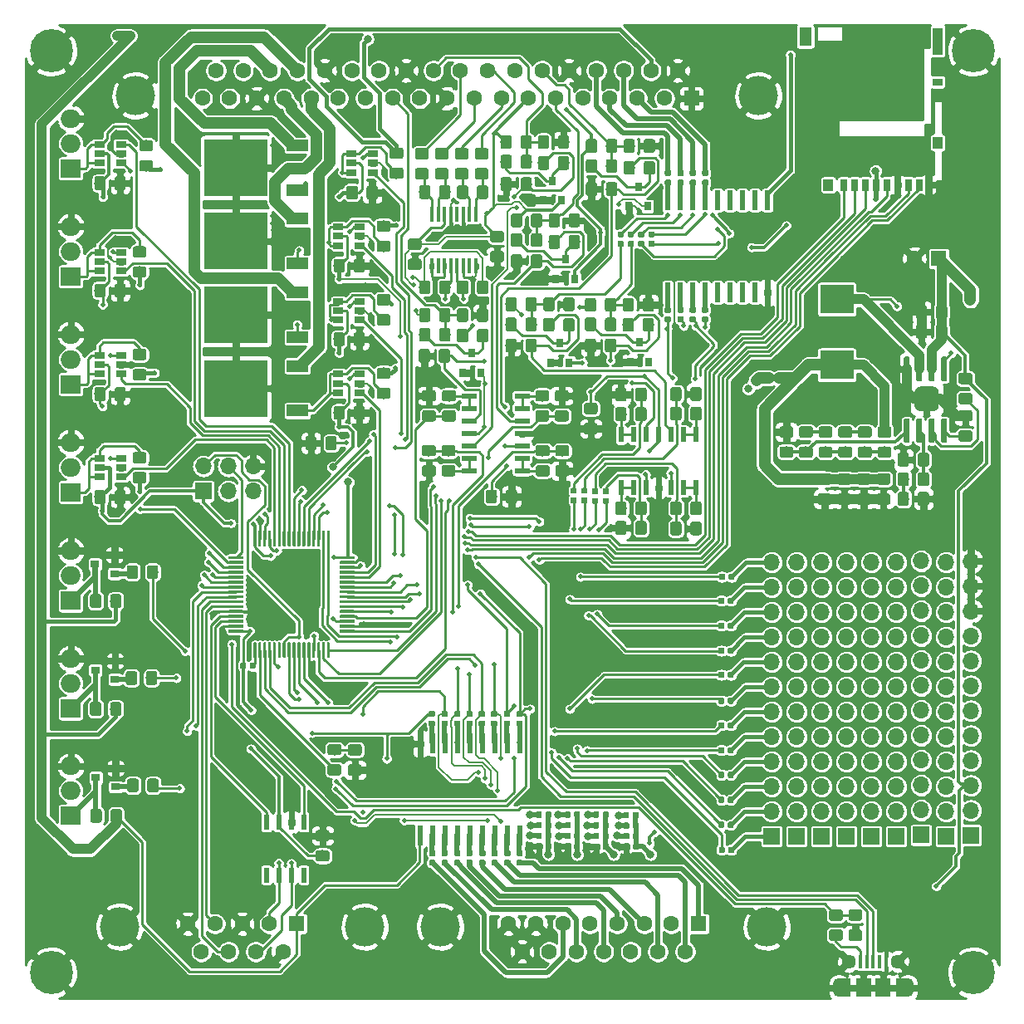
<source format=gbr>
G04 #@! TF.GenerationSoftware,KiCad,Pcbnew,(5.1.0)-1*
G04 #@! TF.CreationDate,2019-05-07T00:45:10+02:00*
G04 #@! TF.ProjectId,Project_RedGlow,50726f6a-6563-4745-9f52-6564476c6f77,rev?*
G04 #@! TF.SameCoordinates,Original*
G04 #@! TF.FileFunction,Copper,L1,Top*
G04 #@! TF.FilePolarity,Positive*
%FSLAX46Y46*%
G04 Gerber Fmt 4.6, Leading zero omitted, Abs format (unit mm)*
G04 Created by KiCad (PCBNEW (5.1.0)-1) date 2019-05-07 00:45:10*
%MOMM*%
%LPD*%
G04 APERTURE LIST*
%ADD10R,0.600000X2.000000*%
%ADD11R,0.800000X0.900000*%
%ADD12C,0.100000*%
%ADD13C,1.150000*%
%ADD14R,1.060000X0.650000*%
%ADD15R,1.300000X1.900000*%
%ADD16R,1.000000X2.800000*%
%ADD17R,1.000000X0.800000*%
%ADD18R,1.000000X1.200000*%
%ADD19R,0.700000X1.200000*%
%ADD20C,0.700000*%
%ADD21C,4.400000*%
%ADD22O,2.000000X1.905000*%
%ADD23R,2.000000X1.905000*%
%ADD24C,2.500000*%
%ADD25C,0.550000*%
%ADD26C,0.300000*%
%ADD27R,1.500000X0.600000*%
%ADD28R,0.600000X1.550000*%
%ADD29R,0.600000X1.500000*%
%ADD30R,0.410000X1.600000*%
%ADD31C,0.590000*%
%ADD32R,0.900000X0.800000*%
%ADD33R,6.400000X5.800000*%
%ADD34R,2.200000X1.200000*%
%ADD35R,3.400000X3.000000*%
%ADD36O,1.700000X1.700000*%
%ADD37R,1.700000X1.700000*%
%ADD38C,4.000000*%
%ADD39C,1.600000*%
%ADD40R,1.600000X1.600000*%
%ADD41R,1.200000X1.900000*%
%ADD42O,1.200000X1.900000*%
%ADD43R,1.500000X1.900000*%
%ADD44C,1.450000*%
%ADD45R,0.400000X1.350000*%
%ADD46C,0.500000*%
%ADD47C,0.800000*%
%ADD48C,0.250000*%
%ADD49C,0.400000*%
%ADD50C,0.500000*%
%ADD51C,0.300000*%
%ADD52C,0.177800*%
%ADD53C,1.000000*%
%ADD54C,1.200000*%
%ADD55C,0.240000*%
G04 APERTURE END LIST*
D10*
X65760600Y-98045000D03*
X64490600Y-98045000D03*
X63220600Y-98045000D03*
X61950600Y-98045000D03*
X60680600Y-98045000D03*
X59410600Y-98045000D03*
X58140600Y-98045000D03*
X56870600Y-98045000D03*
X55600600Y-98045000D03*
X55600600Y-88645000D03*
X56870600Y-88645000D03*
X58140600Y-88645000D03*
X59410600Y-88645000D03*
X60680600Y-88645000D03*
X61950600Y-88645000D03*
X63220600Y-88645000D03*
X64490600Y-88645000D03*
X65760600Y-88645000D03*
D11*
X60850000Y-48850000D03*
X61800000Y-50850000D03*
X59900000Y-50850000D03*
D12*
G36*
X56374505Y-48401204D02*
G01*
X56398773Y-48404804D01*
X56422572Y-48410765D01*
X56445671Y-48419030D01*
X56467850Y-48429520D01*
X56488893Y-48442132D01*
X56508599Y-48456747D01*
X56526777Y-48473223D01*
X56543253Y-48491401D01*
X56557868Y-48511107D01*
X56570480Y-48532150D01*
X56580970Y-48554329D01*
X56589235Y-48577428D01*
X56595196Y-48601227D01*
X56598796Y-48625495D01*
X56600000Y-48649999D01*
X56600000Y-49550001D01*
X56598796Y-49574505D01*
X56595196Y-49598773D01*
X56589235Y-49622572D01*
X56580970Y-49645671D01*
X56570480Y-49667850D01*
X56557868Y-49688893D01*
X56543253Y-49708599D01*
X56526777Y-49726777D01*
X56508599Y-49743253D01*
X56488893Y-49757868D01*
X56467850Y-49770480D01*
X56445671Y-49780970D01*
X56422572Y-49789235D01*
X56398773Y-49795196D01*
X56374505Y-49798796D01*
X56350001Y-49800000D01*
X55699999Y-49800000D01*
X55675495Y-49798796D01*
X55651227Y-49795196D01*
X55627428Y-49789235D01*
X55604329Y-49780970D01*
X55582150Y-49770480D01*
X55561107Y-49757868D01*
X55541401Y-49743253D01*
X55523223Y-49726777D01*
X55506747Y-49708599D01*
X55492132Y-49688893D01*
X55479520Y-49667850D01*
X55469030Y-49645671D01*
X55460765Y-49622572D01*
X55454804Y-49598773D01*
X55451204Y-49574505D01*
X55450000Y-49550001D01*
X55450000Y-48649999D01*
X55451204Y-48625495D01*
X55454804Y-48601227D01*
X55460765Y-48577428D01*
X55469030Y-48554329D01*
X55479520Y-48532150D01*
X55492132Y-48511107D01*
X55506747Y-48491401D01*
X55523223Y-48473223D01*
X55541401Y-48456747D01*
X55561107Y-48442132D01*
X55582150Y-48429520D01*
X55604329Y-48419030D01*
X55627428Y-48410765D01*
X55651227Y-48404804D01*
X55675495Y-48401204D01*
X55699999Y-48400000D01*
X56350001Y-48400000D01*
X56374505Y-48401204D01*
X56374505Y-48401204D01*
G37*
D13*
X56025000Y-49100000D03*
D12*
G36*
X58424505Y-48401204D02*
G01*
X58448773Y-48404804D01*
X58472572Y-48410765D01*
X58495671Y-48419030D01*
X58517850Y-48429520D01*
X58538893Y-48442132D01*
X58558599Y-48456747D01*
X58576777Y-48473223D01*
X58593253Y-48491401D01*
X58607868Y-48511107D01*
X58620480Y-48532150D01*
X58630970Y-48554329D01*
X58639235Y-48577428D01*
X58645196Y-48601227D01*
X58648796Y-48625495D01*
X58650000Y-48649999D01*
X58650000Y-49550001D01*
X58648796Y-49574505D01*
X58645196Y-49598773D01*
X58639235Y-49622572D01*
X58630970Y-49645671D01*
X58620480Y-49667850D01*
X58607868Y-49688893D01*
X58593253Y-49708599D01*
X58576777Y-49726777D01*
X58558599Y-49743253D01*
X58538893Y-49757868D01*
X58517850Y-49770480D01*
X58495671Y-49780970D01*
X58472572Y-49789235D01*
X58448773Y-49795196D01*
X58424505Y-49798796D01*
X58400001Y-49800000D01*
X57749999Y-49800000D01*
X57725495Y-49798796D01*
X57701227Y-49795196D01*
X57677428Y-49789235D01*
X57654329Y-49780970D01*
X57632150Y-49770480D01*
X57611107Y-49757868D01*
X57591401Y-49743253D01*
X57573223Y-49726777D01*
X57556747Y-49708599D01*
X57542132Y-49688893D01*
X57529520Y-49667850D01*
X57519030Y-49645671D01*
X57510765Y-49622572D01*
X57504804Y-49598773D01*
X57501204Y-49574505D01*
X57500000Y-49550001D01*
X57500000Y-48649999D01*
X57501204Y-48625495D01*
X57504804Y-48601227D01*
X57510765Y-48577428D01*
X57519030Y-48554329D01*
X57529520Y-48532150D01*
X57542132Y-48511107D01*
X57556747Y-48491401D01*
X57573223Y-48473223D01*
X57591401Y-48456747D01*
X57611107Y-48442132D01*
X57632150Y-48429520D01*
X57654329Y-48419030D01*
X57677428Y-48410765D01*
X57701227Y-48404804D01*
X57725495Y-48401204D01*
X57749999Y-48400000D01*
X58400001Y-48400000D01*
X58424505Y-48401204D01*
X58424505Y-48401204D01*
G37*
D13*
X58075000Y-49100000D03*
D12*
G36*
X25374505Y-41744604D02*
G01*
X25398773Y-41748204D01*
X25422572Y-41754165D01*
X25445671Y-41762430D01*
X25467850Y-41772920D01*
X25488893Y-41785532D01*
X25508599Y-41800147D01*
X25526777Y-41816623D01*
X25543253Y-41834801D01*
X25557868Y-41854507D01*
X25570480Y-41875550D01*
X25580970Y-41897729D01*
X25589235Y-41920828D01*
X25595196Y-41944627D01*
X25598796Y-41968895D01*
X25600000Y-41993399D01*
X25600000Y-42893401D01*
X25598796Y-42917905D01*
X25595196Y-42942173D01*
X25589235Y-42965972D01*
X25580970Y-42989071D01*
X25570480Y-43011250D01*
X25557868Y-43032293D01*
X25543253Y-43051999D01*
X25526777Y-43070177D01*
X25508599Y-43086653D01*
X25488893Y-43101268D01*
X25467850Y-43113880D01*
X25445671Y-43124370D01*
X25422572Y-43132635D01*
X25398773Y-43138596D01*
X25374505Y-43142196D01*
X25350001Y-43143400D01*
X24699999Y-43143400D01*
X24675495Y-43142196D01*
X24651227Y-43138596D01*
X24627428Y-43132635D01*
X24604329Y-43124370D01*
X24582150Y-43113880D01*
X24561107Y-43101268D01*
X24541401Y-43086653D01*
X24523223Y-43070177D01*
X24506747Y-43051999D01*
X24492132Y-43032293D01*
X24479520Y-43011250D01*
X24469030Y-42989071D01*
X24460765Y-42965972D01*
X24454804Y-42942173D01*
X24451204Y-42917905D01*
X24450000Y-42893401D01*
X24450000Y-41993399D01*
X24451204Y-41968895D01*
X24454804Y-41944627D01*
X24460765Y-41920828D01*
X24469030Y-41897729D01*
X24479520Y-41875550D01*
X24492132Y-41854507D01*
X24506747Y-41834801D01*
X24523223Y-41816623D01*
X24541401Y-41800147D01*
X24561107Y-41785532D01*
X24582150Y-41772920D01*
X24604329Y-41762430D01*
X24627428Y-41754165D01*
X24651227Y-41748204D01*
X24675495Y-41744604D01*
X24699999Y-41743400D01*
X25350001Y-41743400D01*
X25374505Y-41744604D01*
X25374505Y-41744604D01*
G37*
D13*
X25025000Y-42443400D03*
D12*
G36*
X23324505Y-41744604D02*
G01*
X23348773Y-41748204D01*
X23372572Y-41754165D01*
X23395671Y-41762430D01*
X23417850Y-41772920D01*
X23438893Y-41785532D01*
X23458599Y-41800147D01*
X23476777Y-41816623D01*
X23493253Y-41834801D01*
X23507868Y-41854507D01*
X23520480Y-41875550D01*
X23530970Y-41897729D01*
X23539235Y-41920828D01*
X23545196Y-41944627D01*
X23548796Y-41968895D01*
X23550000Y-41993399D01*
X23550000Y-42893401D01*
X23548796Y-42917905D01*
X23545196Y-42942173D01*
X23539235Y-42965972D01*
X23530970Y-42989071D01*
X23520480Y-43011250D01*
X23507868Y-43032293D01*
X23493253Y-43051999D01*
X23476777Y-43070177D01*
X23458599Y-43086653D01*
X23438893Y-43101268D01*
X23417850Y-43113880D01*
X23395671Y-43124370D01*
X23372572Y-43132635D01*
X23348773Y-43138596D01*
X23324505Y-43142196D01*
X23300001Y-43143400D01*
X22649999Y-43143400D01*
X22625495Y-43142196D01*
X22601227Y-43138596D01*
X22577428Y-43132635D01*
X22554329Y-43124370D01*
X22532150Y-43113880D01*
X22511107Y-43101268D01*
X22491401Y-43086653D01*
X22473223Y-43070177D01*
X22456747Y-43051999D01*
X22442132Y-43032293D01*
X22429520Y-43011250D01*
X22419030Y-42989071D01*
X22410765Y-42965972D01*
X22404804Y-42942173D01*
X22401204Y-42917905D01*
X22400000Y-42893401D01*
X22400000Y-41993399D01*
X22401204Y-41968895D01*
X22404804Y-41944627D01*
X22410765Y-41920828D01*
X22419030Y-41897729D01*
X22429520Y-41875550D01*
X22442132Y-41854507D01*
X22456747Y-41834801D01*
X22473223Y-41816623D01*
X22491401Y-41800147D01*
X22511107Y-41785532D01*
X22532150Y-41772920D01*
X22554329Y-41762430D01*
X22577428Y-41754165D01*
X22601227Y-41748204D01*
X22625495Y-41744604D01*
X22649999Y-41743400D01*
X23300001Y-41743400D01*
X23324505Y-41744604D01*
X23324505Y-41744604D01*
G37*
D13*
X22975000Y-42443400D03*
D14*
X22900000Y-39500000D03*
X22900000Y-40450000D03*
X22900000Y-38550000D03*
X25100000Y-38550000D03*
X25100000Y-39500000D03*
X25100000Y-40450000D03*
D12*
G36*
X44824505Y-57301204D02*
G01*
X44848773Y-57304804D01*
X44872572Y-57310765D01*
X44895671Y-57319030D01*
X44917850Y-57329520D01*
X44938893Y-57342132D01*
X44958599Y-57356747D01*
X44976777Y-57373223D01*
X44993253Y-57391401D01*
X45007868Y-57411107D01*
X45020480Y-57432150D01*
X45030970Y-57454329D01*
X45039235Y-57477428D01*
X45045196Y-57501227D01*
X45048796Y-57525495D01*
X45050000Y-57549999D01*
X45050000Y-58450001D01*
X45048796Y-58474505D01*
X45045196Y-58498773D01*
X45039235Y-58522572D01*
X45030970Y-58545671D01*
X45020480Y-58567850D01*
X45007868Y-58588893D01*
X44993253Y-58608599D01*
X44976777Y-58626777D01*
X44958599Y-58643253D01*
X44938893Y-58657868D01*
X44917850Y-58670480D01*
X44895671Y-58680970D01*
X44872572Y-58689235D01*
X44848773Y-58695196D01*
X44824505Y-58698796D01*
X44800001Y-58700000D01*
X44149999Y-58700000D01*
X44125495Y-58698796D01*
X44101227Y-58695196D01*
X44077428Y-58689235D01*
X44054329Y-58680970D01*
X44032150Y-58670480D01*
X44011107Y-58657868D01*
X43991401Y-58643253D01*
X43973223Y-58626777D01*
X43956747Y-58608599D01*
X43942132Y-58588893D01*
X43929520Y-58567850D01*
X43919030Y-58545671D01*
X43910765Y-58522572D01*
X43904804Y-58498773D01*
X43901204Y-58474505D01*
X43900000Y-58450001D01*
X43900000Y-57549999D01*
X43901204Y-57525495D01*
X43904804Y-57501227D01*
X43910765Y-57477428D01*
X43919030Y-57454329D01*
X43929520Y-57432150D01*
X43942132Y-57411107D01*
X43956747Y-57391401D01*
X43973223Y-57373223D01*
X43991401Y-57356747D01*
X44011107Y-57342132D01*
X44032150Y-57329520D01*
X44054329Y-57319030D01*
X44077428Y-57310765D01*
X44101227Y-57304804D01*
X44125495Y-57301204D01*
X44149999Y-57300000D01*
X44800001Y-57300000D01*
X44824505Y-57301204D01*
X44824505Y-57301204D01*
G37*
D13*
X44475000Y-58000000D03*
D12*
G36*
X46874505Y-57301204D02*
G01*
X46898773Y-57304804D01*
X46922572Y-57310765D01*
X46945671Y-57319030D01*
X46967850Y-57329520D01*
X46988893Y-57342132D01*
X47008599Y-57356747D01*
X47026777Y-57373223D01*
X47043253Y-57391401D01*
X47057868Y-57411107D01*
X47070480Y-57432150D01*
X47080970Y-57454329D01*
X47089235Y-57477428D01*
X47095196Y-57501227D01*
X47098796Y-57525495D01*
X47100000Y-57549999D01*
X47100000Y-58450001D01*
X47098796Y-58474505D01*
X47095196Y-58498773D01*
X47089235Y-58522572D01*
X47080970Y-58545671D01*
X47070480Y-58567850D01*
X47057868Y-58588893D01*
X47043253Y-58608599D01*
X47026777Y-58626777D01*
X47008599Y-58643253D01*
X46988893Y-58657868D01*
X46967850Y-58670480D01*
X46945671Y-58680970D01*
X46922572Y-58689235D01*
X46898773Y-58695196D01*
X46874505Y-58698796D01*
X46850001Y-58700000D01*
X46199999Y-58700000D01*
X46175495Y-58698796D01*
X46151227Y-58695196D01*
X46127428Y-58689235D01*
X46104329Y-58680970D01*
X46082150Y-58670480D01*
X46061107Y-58657868D01*
X46041401Y-58643253D01*
X46023223Y-58626777D01*
X46006747Y-58608599D01*
X45992132Y-58588893D01*
X45979520Y-58567850D01*
X45969030Y-58545671D01*
X45960765Y-58522572D01*
X45954804Y-58498773D01*
X45951204Y-58474505D01*
X45950000Y-58450001D01*
X45950000Y-57549999D01*
X45951204Y-57525495D01*
X45954804Y-57501227D01*
X45960765Y-57477428D01*
X45969030Y-57454329D01*
X45979520Y-57432150D01*
X45992132Y-57411107D01*
X46006747Y-57391401D01*
X46023223Y-57373223D01*
X46041401Y-57356747D01*
X46061107Y-57342132D01*
X46082150Y-57329520D01*
X46104329Y-57319030D01*
X46127428Y-57310765D01*
X46151227Y-57304804D01*
X46175495Y-57301204D01*
X46199999Y-57300000D01*
X46850001Y-57300000D01*
X46874505Y-57301204D01*
X46874505Y-57301204D01*
G37*
D13*
X46525000Y-58000000D03*
D14*
X47277600Y-51909200D03*
X47277600Y-52859200D03*
X47277600Y-50959200D03*
X49477600Y-50959200D03*
X49477600Y-51909200D03*
X49477600Y-52859200D03*
X47277600Y-44515800D03*
X47277600Y-45465800D03*
X47277600Y-43565800D03*
X49477600Y-43565800D03*
X49477600Y-44515800D03*
X49477600Y-45465800D03*
X48598400Y-29460000D03*
X48598400Y-30410000D03*
X48598400Y-28510000D03*
X50798400Y-28510000D03*
X50798400Y-29460000D03*
X50798400Y-30410000D03*
X47277600Y-36909200D03*
X47277600Y-37859200D03*
X47277600Y-35959200D03*
X49477600Y-35959200D03*
X49477600Y-36909200D03*
X49477600Y-37859200D03*
X22900000Y-60500000D03*
X22900000Y-61450000D03*
X22900000Y-59550000D03*
X25100000Y-59550000D03*
X25100000Y-60500000D03*
X25100000Y-61450000D03*
X22900000Y-50000000D03*
X22900000Y-50950000D03*
X22900000Y-49050000D03*
X25100000Y-49050000D03*
X25100000Y-50000000D03*
X25100000Y-50950000D03*
D12*
G36*
X49752105Y-54210404D02*
G01*
X49776373Y-54214004D01*
X49800172Y-54219965D01*
X49823271Y-54228230D01*
X49845450Y-54238720D01*
X49866493Y-54251332D01*
X49886199Y-54265947D01*
X49904377Y-54282423D01*
X49920853Y-54300601D01*
X49935468Y-54320307D01*
X49948080Y-54341350D01*
X49958570Y-54363529D01*
X49966835Y-54386628D01*
X49972796Y-54410427D01*
X49976396Y-54434695D01*
X49977600Y-54459199D01*
X49977600Y-55359201D01*
X49976396Y-55383705D01*
X49972796Y-55407973D01*
X49966835Y-55431772D01*
X49958570Y-55454871D01*
X49948080Y-55477050D01*
X49935468Y-55498093D01*
X49920853Y-55517799D01*
X49904377Y-55535977D01*
X49886199Y-55552453D01*
X49866493Y-55567068D01*
X49845450Y-55579680D01*
X49823271Y-55590170D01*
X49800172Y-55598435D01*
X49776373Y-55604396D01*
X49752105Y-55607996D01*
X49727601Y-55609200D01*
X49077599Y-55609200D01*
X49053095Y-55607996D01*
X49028827Y-55604396D01*
X49005028Y-55598435D01*
X48981929Y-55590170D01*
X48959750Y-55579680D01*
X48938707Y-55567068D01*
X48919001Y-55552453D01*
X48900823Y-55535977D01*
X48884347Y-55517799D01*
X48869732Y-55498093D01*
X48857120Y-55477050D01*
X48846630Y-55454871D01*
X48838365Y-55431772D01*
X48832404Y-55407973D01*
X48828804Y-55383705D01*
X48827600Y-55359201D01*
X48827600Y-54459199D01*
X48828804Y-54434695D01*
X48832404Y-54410427D01*
X48838365Y-54386628D01*
X48846630Y-54363529D01*
X48857120Y-54341350D01*
X48869732Y-54320307D01*
X48884347Y-54300601D01*
X48900823Y-54282423D01*
X48919001Y-54265947D01*
X48938707Y-54251332D01*
X48959750Y-54238720D01*
X48981929Y-54228230D01*
X49005028Y-54219965D01*
X49028827Y-54214004D01*
X49053095Y-54210404D01*
X49077599Y-54209200D01*
X49727601Y-54209200D01*
X49752105Y-54210404D01*
X49752105Y-54210404D01*
G37*
D13*
X49402600Y-54909200D03*
D12*
G36*
X47702105Y-54210404D02*
G01*
X47726373Y-54214004D01*
X47750172Y-54219965D01*
X47773271Y-54228230D01*
X47795450Y-54238720D01*
X47816493Y-54251332D01*
X47836199Y-54265947D01*
X47854377Y-54282423D01*
X47870853Y-54300601D01*
X47885468Y-54320307D01*
X47898080Y-54341350D01*
X47908570Y-54363529D01*
X47916835Y-54386628D01*
X47922796Y-54410427D01*
X47926396Y-54434695D01*
X47927600Y-54459199D01*
X47927600Y-55359201D01*
X47926396Y-55383705D01*
X47922796Y-55407973D01*
X47916835Y-55431772D01*
X47908570Y-55454871D01*
X47898080Y-55477050D01*
X47885468Y-55498093D01*
X47870853Y-55517799D01*
X47854377Y-55535977D01*
X47836199Y-55552453D01*
X47816493Y-55567068D01*
X47795450Y-55579680D01*
X47773271Y-55590170D01*
X47750172Y-55598435D01*
X47726373Y-55604396D01*
X47702105Y-55607996D01*
X47677601Y-55609200D01*
X47027599Y-55609200D01*
X47003095Y-55607996D01*
X46978827Y-55604396D01*
X46955028Y-55598435D01*
X46931929Y-55590170D01*
X46909750Y-55579680D01*
X46888707Y-55567068D01*
X46869001Y-55552453D01*
X46850823Y-55535977D01*
X46834347Y-55517799D01*
X46819732Y-55498093D01*
X46807120Y-55477050D01*
X46796630Y-55454871D01*
X46788365Y-55431772D01*
X46782404Y-55407973D01*
X46778804Y-55383705D01*
X46777600Y-55359201D01*
X46777600Y-54459199D01*
X46778804Y-54434695D01*
X46782404Y-54410427D01*
X46788365Y-54386628D01*
X46796630Y-54363529D01*
X46807120Y-54341350D01*
X46819732Y-54320307D01*
X46834347Y-54300601D01*
X46850823Y-54282423D01*
X46869001Y-54265947D01*
X46888707Y-54251332D01*
X46909750Y-54238720D01*
X46931929Y-54228230D01*
X46955028Y-54219965D01*
X46978827Y-54214004D01*
X47003095Y-54210404D01*
X47027599Y-54209200D01*
X47677601Y-54209200D01*
X47702105Y-54210404D01*
X47702105Y-54210404D01*
G37*
D13*
X47352600Y-54909200D03*
D12*
G36*
X49752105Y-46710404D02*
G01*
X49776373Y-46714004D01*
X49800172Y-46719965D01*
X49823271Y-46728230D01*
X49845450Y-46738720D01*
X49866493Y-46751332D01*
X49886199Y-46765947D01*
X49904377Y-46782423D01*
X49920853Y-46800601D01*
X49935468Y-46820307D01*
X49948080Y-46841350D01*
X49958570Y-46863529D01*
X49966835Y-46886628D01*
X49972796Y-46910427D01*
X49976396Y-46934695D01*
X49977600Y-46959199D01*
X49977600Y-47859201D01*
X49976396Y-47883705D01*
X49972796Y-47907973D01*
X49966835Y-47931772D01*
X49958570Y-47954871D01*
X49948080Y-47977050D01*
X49935468Y-47998093D01*
X49920853Y-48017799D01*
X49904377Y-48035977D01*
X49886199Y-48052453D01*
X49866493Y-48067068D01*
X49845450Y-48079680D01*
X49823271Y-48090170D01*
X49800172Y-48098435D01*
X49776373Y-48104396D01*
X49752105Y-48107996D01*
X49727601Y-48109200D01*
X49077599Y-48109200D01*
X49053095Y-48107996D01*
X49028827Y-48104396D01*
X49005028Y-48098435D01*
X48981929Y-48090170D01*
X48959750Y-48079680D01*
X48938707Y-48067068D01*
X48919001Y-48052453D01*
X48900823Y-48035977D01*
X48884347Y-48017799D01*
X48869732Y-47998093D01*
X48857120Y-47977050D01*
X48846630Y-47954871D01*
X48838365Y-47931772D01*
X48832404Y-47907973D01*
X48828804Y-47883705D01*
X48827600Y-47859201D01*
X48827600Y-46959199D01*
X48828804Y-46934695D01*
X48832404Y-46910427D01*
X48838365Y-46886628D01*
X48846630Y-46863529D01*
X48857120Y-46841350D01*
X48869732Y-46820307D01*
X48884347Y-46800601D01*
X48900823Y-46782423D01*
X48919001Y-46765947D01*
X48938707Y-46751332D01*
X48959750Y-46738720D01*
X48981929Y-46728230D01*
X49005028Y-46719965D01*
X49028827Y-46714004D01*
X49053095Y-46710404D01*
X49077599Y-46709200D01*
X49727601Y-46709200D01*
X49752105Y-46710404D01*
X49752105Y-46710404D01*
G37*
D13*
X49402600Y-47409200D03*
D12*
G36*
X47702105Y-46710404D02*
G01*
X47726373Y-46714004D01*
X47750172Y-46719965D01*
X47773271Y-46728230D01*
X47795450Y-46738720D01*
X47816493Y-46751332D01*
X47836199Y-46765947D01*
X47854377Y-46782423D01*
X47870853Y-46800601D01*
X47885468Y-46820307D01*
X47898080Y-46841350D01*
X47908570Y-46863529D01*
X47916835Y-46886628D01*
X47922796Y-46910427D01*
X47926396Y-46934695D01*
X47927600Y-46959199D01*
X47927600Y-47859201D01*
X47926396Y-47883705D01*
X47922796Y-47907973D01*
X47916835Y-47931772D01*
X47908570Y-47954871D01*
X47898080Y-47977050D01*
X47885468Y-47998093D01*
X47870853Y-48017799D01*
X47854377Y-48035977D01*
X47836199Y-48052453D01*
X47816493Y-48067068D01*
X47795450Y-48079680D01*
X47773271Y-48090170D01*
X47750172Y-48098435D01*
X47726373Y-48104396D01*
X47702105Y-48107996D01*
X47677601Y-48109200D01*
X47027599Y-48109200D01*
X47003095Y-48107996D01*
X46978827Y-48104396D01*
X46955028Y-48098435D01*
X46931929Y-48090170D01*
X46909750Y-48079680D01*
X46888707Y-48067068D01*
X46869001Y-48052453D01*
X46850823Y-48035977D01*
X46834347Y-48017799D01*
X46819732Y-47998093D01*
X46807120Y-47977050D01*
X46796630Y-47954871D01*
X46788365Y-47931772D01*
X46782404Y-47907973D01*
X46778804Y-47883705D01*
X46777600Y-47859201D01*
X46777600Y-46959199D01*
X46778804Y-46934695D01*
X46782404Y-46910427D01*
X46788365Y-46886628D01*
X46796630Y-46863529D01*
X46807120Y-46841350D01*
X46819732Y-46820307D01*
X46834347Y-46800601D01*
X46850823Y-46782423D01*
X46869001Y-46765947D01*
X46888707Y-46751332D01*
X46909750Y-46738720D01*
X46931929Y-46728230D01*
X46955028Y-46719965D01*
X46978827Y-46714004D01*
X47003095Y-46710404D01*
X47027599Y-46709200D01*
X47677601Y-46709200D01*
X47702105Y-46710404D01*
X47702105Y-46710404D01*
G37*
D13*
X47352600Y-47409200D03*
D12*
G36*
X51072905Y-31761204D02*
G01*
X51097173Y-31764804D01*
X51120972Y-31770765D01*
X51144071Y-31779030D01*
X51166250Y-31789520D01*
X51187293Y-31802132D01*
X51206999Y-31816747D01*
X51225177Y-31833223D01*
X51241653Y-31851401D01*
X51256268Y-31871107D01*
X51268880Y-31892150D01*
X51279370Y-31914329D01*
X51287635Y-31937428D01*
X51293596Y-31961227D01*
X51297196Y-31985495D01*
X51298400Y-32009999D01*
X51298400Y-32910001D01*
X51297196Y-32934505D01*
X51293596Y-32958773D01*
X51287635Y-32982572D01*
X51279370Y-33005671D01*
X51268880Y-33027850D01*
X51256268Y-33048893D01*
X51241653Y-33068599D01*
X51225177Y-33086777D01*
X51206999Y-33103253D01*
X51187293Y-33117868D01*
X51166250Y-33130480D01*
X51144071Y-33140970D01*
X51120972Y-33149235D01*
X51097173Y-33155196D01*
X51072905Y-33158796D01*
X51048401Y-33160000D01*
X50398399Y-33160000D01*
X50373895Y-33158796D01*
X50349627Y-33155196D01*
X50325828Y-33149235D01*
X50302729Y-33140970D01*
X50280550Y-33130480D01*
X50259507Y-33117868D01*
X50239801Y-33103253D01*
X50221623Y-33086777D01*
X50205147Y-33068599D01*
X50190532Y-33048893D01*
X50177920Y-33027850D01*
X50167430Y-33005671D01*
X50159165Y-32982572D01*
X50153204Y-32958773D01*
X50149604Y-32934505D01*
X50148400Y-32910001D01*
X50148400Y-32009999D01*
X50149604Y-31985495D01*
X50153204Y-31961227D01*
X50159165Y-31937428D01*
X50167430Y-31914329D01*
X50177920Y-31892150D01*
X50190532Y-31871107D01*
X50205147Y-31851401D01*
X50221623Y-31833223D01*
X50239801Y-31816747D01*
X50259507Y-31802132D01*
X50280550Y-31789520D01*
X50302729Y-31779030D01*
X50325828Y-31770765D01*
X50349627Y-31764804D01*
X50373895Y-31761204D01*
X50398399Y-31760000D01*
X51048401Y-31760000D01*
X51072905Y-31761204D01*
X51072905Y-31761204D01*
G37*
D13*
X50723400Y-32460000D03*
D12*
G36*
X49022905Y-31761204D02*
G01*
X49047173Y-31764804D01*
X49070972Y-31770765D01*
X49094071Y-31779030D01*
X49116250Y-31789520D01*
X49137293Y-31802132D01*
X49156999Y-31816747D01*
X49175177Y-31833223D01*
X49191653Y-31851401D01*
X49206268Y-31871107D01*
X49218880Y-31892150D01*
X49229370Y-31914329D01*
X49237635Y-31937428D01*
X49243596Y-31961227D01*
X49247196Y-31985495D01*
X49248400Y-32009999D01*
X49248400Y-32910001D01*
X49247196Y-32934505D01*
X49243596Y-32958773D01*
X49237635Y-32982572D01*
X49229370Y-33005671D01*
X49218880Y-33027850D01*
X49206268Y-33048893D01*
X49191653Y-33068599D01*
X49175177Y-33086777D01*
X49156999Y-33103253D01*
X49137293Y-33117868D01*
X49116250Y-33130480D01*
X49094071Y-33140970D01*
X49070972Y-33149235D01*
X49047173Y-33155196D01*
X49022905Y-33158796D01*
X48998401Y-33160000D01*
X48348399Y-33160000D01*
X48323895Y-33158796D01*
X48299627Y-33155196D01*
X48275828Y-33149235D01*
X48252729Y-33140970D01*
X48230550Y-33130480D01*
X48209507Y-33117868D01*
X48189801Y-33103253D01*
X48171623Y-33086777D01*
X48155147Y-33068599D01*
X48140532Y-33048893D01*
X48127920Y-33027850D01*
X48117430Y-33005671D01*
X48109165Y-32982572D01*
X48103204Y-32958773D01*
X48099604Y-32934505D01*
X48098400Y-32910001D01*
X48098400Y-32009999D01*
X48099604Y-31985495D01*
X48103204Y-31961227D01*
X48109165Y-31937428D01*
X48117430Y-31914329D01*
X48127920Y-31892150D01*
X48140532Y-31871107D01*
X48155147Y-31851401D01*
X48171623Y-31833223D01*
X48189801Y-31816747D01*
X48209507Y-31802132D01*
X48230550Y-31789520D01*
X48252729Y-31779030D01*
X48275828Y-31770765D01*
X48299627Y-31764804D01*
X48323895Y-31761204D01*
X48348399Y-31760000D01*
X48998401Y-31760000D01*
X49022905Y-31761204D01*
X49022905Y-31761204D01*
G37*
D13*
X48673400Y-32460000D03*
D12*
G36*
X49752105Y-39210404D02*
G01*
X49776373Y-39214004D01*
X49800172Y-39219965D01*
X49823271Y-39228230D01*
X49845450Y-39238720D01*
X49866493Y-39251332D01*
X49886199Y-39265947D01*
X49904377Y-39282423D01*
X49920853Y-39300601D01*
X49935468Y-39320307D01*
X49948080Y-39341350D01*
X49958570Y-39363529D01*
X49966835Y-39386628D01*
X49972796Y-39410427D01*
X49976396Y-39434695D01*
X49977600Y-39459199D01*
X49977600Y-40359201D01*
X49976396Y-40383705D01*
X49972796Y-40407973D01*
X49966835Y-40431772D01*
X49958570Y-40454871D01*
X49948080Y-40477050D01*
X49935468Y-40498093D01*
X49920853Y-40517799D01*
X49904377Y-40535977D01*
X49886199Y-40552453D01*
X49866493Y-40567068D01*
X49845450Y-40579680D01*
X49823271Y-40590170D01*
X49800172Y-40598435D01*
X49776373Y-40604396D01*
X49752105Y-40607996D01*
X49727601Y-40609200D01*
X49077599Y-40609200D01*
X49053095Y-40607996D01*
X49028827Y-40604396D01*
X49005028Y-40598435D01*
X48981929Y-40590170D01*
X48959750Y-40579680D01*
X48938707Y-40567068D01*
X48919001Y-40552453D01*
X48900823Y-40535977D01*
X48884347Y-40517799D01*
X48869732Y-40498093D01*
X48857120Y-40477050D01*
X48846630Y-40454871D01*
X48838365Y-40431772D01*
X48832404Y-40407973D01*
X48828804Y-40383705D01*
X48827600Y-40359201D01*
X48827600Y-39459199D01*
X48828804Y-39434695D01*
X48832404Y-39410427D01*
X48838365Y-39386628D01*
X48846630Y-39363529D01*
X48857120Y-39341350D01*
X48869732Y-39320307D01*
X48884347Y-39300601D01*
X48900823Y-39282423D01*
X48919001Y-39265947D01*
X48938707Y-39251332D01*
X48959750Y-39238720D01*
X48981929Y-39228230D01*
X49005028Y-39219965D01*
X49028827Y-39214004D01*
X49053095Y-39210404D01*
X49077599Y-39209200D01*
X49727601Y-39209200D01*
X49752105Y-39210404D01*
X49752105Y-39210404D01*
G37*
D13*
X49402600Y-39909200D03*
D12*
G36*
X47702105Y-39210404D02*
G01*
X47726373Y-39214004D01*
X47750172Y-39219965D01*
X47773271Y-39228230D01*
X47795450Y-39238720D01*
X47816493Y-39251332D01*
X47836199Y-39265947D01*
X47854377Y-39282423D01*
X47870853Y-39300601D01*
X47885468Y-39320307D01*
X47898080Y-39341350D01*
X47908570Y-39363529D01*
X47916835Y-39386628D01*
X47922796Y-39410427D01*
X47926396Y-39434695D01*
X47927600Y-39459199D01*
X47927600Y-40359201D01*
X47926396Y-40383705D01*
X47922796Y-40407973D01*
X47916835Y-40431772D01*
X47908570Y-40454871D01*
X47898080Y-40477050D01*
X47885468Y-40498093D01*
X47870853Y-40517799D01*
X47854377Y-40535977D01*
X47836199Y-40552453D01*
X47816493Y-40567068D01*
X47795450Y-40579680D01*
X47773271Y-40590170D01*
X47750172Y-40598435D01*
X47726373Y-40604396D01*
X47702105Y-40607996D01*
X47677601Y-40609200D01*
X47027599Y-40609200D01*
X47003095Y-40607996D01*
X46978827Y-40604396D01*
X46955028Y-40598435D01*
X46931929Y-40590170D01*
X46909750Y-40579680D01*
X46888707Y-40567068D01*
X46869001Y-40552453D01*
X46850823Y-40535977D01*
X46834347Y-40517799D01*
X46819732Y-40498093D01*
X46807120Y-40477050D01*
X46796630Y-40454871D01*
X46788365Y-40431772D01*
X46782404Y-40407973D01*
X46778804Y-40383705D01*
X46777600Y-40359201D01*
X46777600Y-39459199D01*
X46778804Y-39434695D01*
X46782404Y-39410427D01*
X46788365Y-39386628D01*
X46796630Y-39363529D01*
X46807120Y-39341350D01*
X46819732Y-39320307D01*
X46834347Y-39300601D01*
X46850823Y-39282423D01*
X46869001Y-39265947D01*
X46888707Y-39251332D01*
X46909750Y-39238720D01*
X46931929Y-39228230D01*
X46955028Y-39219965D01*
X46978827Y-39214004D01*
X47003095Y-39210404D01*
X47027599Y-39209200D01*
X47677601Y-39209200D01*
X47702105Y-39210404D01*
X47702105Y-39210404D01*
G37*
D13*
X47352600Y-39909200D03*
D12*
G36*
X25374505Y-62801204D02*
G01*
X25398773Y-62804804D01*
X25422572Y-62810765D01*
X25445671Y-62819030D01*
X25467850Y-62829520D01*
X25488893Y-62842132D01*
X25508599Y-62856747D01*
X25526777Y-62873223D01*
X25543253Y-62891401D01*
X25557868Y-62911107D01*
X25570480Y-62932150D01*
X25580970Y-62954329D01*
X25589235Y-62977428D01*
X25595196Y-63001227D01*
X25598796Y-63025495D01*
X25600000Y-63049999D01*
X25600000Y-63950001D01*
X25598796Y-63974505D01*
X25595196Y-63998773D01*
X25589235Y-64022572D01*
X25580970Y-64045671D01*
X25570480Y-64067850D01*
X25557868Y-64088893D01*
X25543253Y-64108599D01*
X25526777Y-64126777D01*
X25508599Y-64143253D01*
X25488893Y-64157868D01*
X25467850Y-64170480D01*
X25445671Y-64180970D01*
X25422572Y-64189235D01*
X25398773Y-64195196D01*
X25374505Y-64198796D01*
X25350001Y-64200000D01*
X24699999Y-64200000D01*
X24675495Y-64198796D01*
X24651227Y-64195196D01*
X24627428Y-64189235D01*
X24604329Y-64180970D01*
X24582150Y-64170480D01*
X24561107Y-64157868D01*
X24541401Y-64143253D01*
X24523223Y-64126777D01*
X24506747Y-64108599D01*
X24492132Y-64088893D01*
X24479520Y-64067850D01*
X24469030Y-64045671D01*
X24460765Y-64022572D01*
X24454804Y-63998773D01*
X24451204Y-63974505D01*
X24450000Y-63950001D01*
X24450000Y-63049999D01*
X24451204Y-63025495D01*
X24454804Y-63001227D01*
X24460765Y-62977428D01*
X24469030Y-62954329D01*
X24479520Y-62932150D01*
X24492132Y-62911107D01*
X24506747Y-62891401D01*
X24523223Y-62873223D01*
X24541401Y-62856747D01*
X24561107Y-62842132D01*
X24582150Y-62829520D01*
X24604329Y-62819030D01*
X24627428Y-62810765D01*
X24651227Y-62804804D01*
X24675495Y-62801204D01*
X24699999Y-62800000D01*
X25350001Y-62800000D01*
X25374505Y-62801204D01*
X25374505Y-62801204D01*
G37*
D13*
X25025000Y-63500000D03*
D12*
G36*
X23324505Y-62801204D02*
G01*
X23348773Y-62804804D01*
X23372572Y-62810765D01*
X23395671Y-62819030D01*
X23417850Y-62829520D01*
X23438893Y-62842132D01*
X23458599Y-62856747D01*
X23476777Y-62873223D01*
X23493253Y-62891401D01*
X23507868Y-62911107D01*
X23520480Y-62932150D01*
X23530970Y-62954329D01*
X23539235Y-62977428D01*
X23545196Y-63001227D01*
X23548796Y-63025495D01*
X23550000Y-63049999D01*
X23550000Y-63950001D01*
X23548796Y-63974505D01*
X23545196Y-63998773D01*
X23539235Y-64022572D01*
X23530970Y-64045671D01*
X23520480Y-64067850D01*
X23507868Y-64088893D01*
X23493253Y-64108599D01*
X23476777Y-64126777D01*
X23458599Y-64143253D01*
X23438893Y-64157868D01*
X23417850Y-64170480D01*
X23395671Y-64180970D01*
X23372572Y-64189235D01*
X23348773Y-64195196D01*
X23324505Y-64198796D01*
X23300001Y-64200000D01*
X22649999Y-64200000D01*
X22625495Y-64198796D01*
X22601227Y-64195196D01*
X22577428Y-64189235D01*
X22554329Y-64180970D01*
X22532150Y-64170480D01*
X22511107Y-64157868D01*
X22491401Y-64143253D01*
X22473223Y-64126777D01*
X22456747Y-64108599D01*
X22442132Y-64088893D01*
X22429520Y-64067850D01*
X22419030Y-64045671D01*
X22410765Y-64022572D01*
X22404804Y-63998773D01*
X22401204Y-63974505D01*
X22400000Y-63950001D01*
X22400000Y-63049999D01*
X22401204Y-63025495D01*
X22404804Y-63001227D01*
X22410765Y-62977428D01*
X22419030Y-62954329D01*
X22429520Y-62932150D01*
X22442132Y-62911107D01*
X22456747Y-62891401D01*
X22473223Y-62873223D01*
X22491401Y-62856747D01*
X22511107Y-62842132D01*
X22532150Y-62829520D01*
X22554329Y-62819030D01*
X22577428Y-62810765D01*
X22601227Y-62804804D01*
X22625495Y-62801204D01*
X22649999Y-62800000D01*
X23300001Y-62800000D01*
X23324505Y-62801204D01*
X23324505Y-62801204D01*
G37*
D13*
X22975000Y-63500000D03*
D12*
G36*
X25374505Y-52301204D02*
G01*
X25398773Y-52304804D01*
X25422572Y-52310765D01*
X25445671Y-52319030D01*
X25467850Y-52329520D01*
X25488893Y-52342132D01*
X25508599Y-52356747D01*
X25526777Y-52373223D01*
X25543253Y-52391401D01*
X25557868Y-52411107D01*
X25570480Y-52432150D01*
X25580970Y-52454329D01*
X25589235Y-52477428D01*
X25595196Y-52501227D01*
X25598796Y-52525495D01*
X25600000Y-52549999D01*
X25600000Y-53450001D01*
X25598796Y-53474505D01*
X25595196Y-53498773D01*
X25589235Y-53522572D01*
X25580970Y-53545671D01*
X25570480Y-53567850D01*
X25557868Y-53588893D01*
X25543253Y-53608599D01*
X25526777Y-53626777D01*
X25508599Y-53643253D01*
X25488893Y-53657868D01*
X25467850Y-53670480D01*
X25445671Y-53680970D01*
X25422572Y-53689235D01*
X25398773Y-53695196D01*
X25374505Y-53698796D01*
X25350001Y-53700000D01*
X24699999Y-53700000D01*
X24675495Y-53698796D01*
X24651227Y-53695196D01*
X24627428Y-53689235D01*
X24604329Y-53680970D01*
X24582150Y-53670480D01*
X24561107Y-53657868D01*
X24541401Y-53643253D01*
X24523223Y-53626777D01*
X24506747Y-53608599D01*
X24492132Y-53588893D01*
X24479520Y-53567850D01*
X24469030Y-53545671D01*
X24460765Y-53522572D01*
X24454804Y-53498773D01*
X24451204Y-53474505D01*
X24450000Y-53450001D01*
X24450000Y-52549999D01*
X24451204Y-52525495D01*
X24454804Y-52501227D01*
X24460765Y-52477428D01*
X24469030Y-52454329D01*
X24479520Y-52432150D01*
X24492132Y-52411107D01*
X24506747Y-52391401D01*
X24523223Y-52373223D01*
X24541401Y-52356747D01*
X24561107Y-52342132D01*
X24582150Y-52329520D01*
X24604329Y-52319030D01*
X24627428Y-52310765D01*
X24651227Y-52304804D01*
X24675495Y-52301204D01*
X24699999Y-52300000D01*
X25350001Y-52300000D01*
X25374505Y-52301204D01*
X25374505Y-52301204D01*
G37*
D13*
X25025000Y-53000000D03*
D12*
G36*
X23324505Y-52301204D02*
G01*
X23348773Y-52304804D01*
X23372572Y-52310765D01*
X23395671Y-52319030D01*
X23417850Y-52329520D01*
X23438893Y-52342132D01*
X23458599Y-52356747D01*
X23476777Y-52373223D01*
X23493253Y-52391401D01*
X23507868Y-52411107D01*
X23520480Y-52432150D01*
X23530970Y-52454329D01*
X23539235Y-52477428D01*
X23545196Y-52501227D01*
X23548796Y-52525495D01*
X23550000Y-52549999D01*
X23550000Y-53450001D01*
X23548796Y-53474505D01*
X23545196Y-53498773D01*
X23539235Y-53522572D01*
X23530970Y-53545671D01*
X23520480Y-53567850D01*
X23507868Y-53588893D01*
X23493253Y-53608599D01*
X23476777Y-53626777D01*
X23458599Y-53643253D01*
X23438893Y-53657868D01*
X23417850Y-53670480D01*
X23395671Y-53680970D01*
X23372572Y-53689235D01*
X23348773Y-53695196D01*
X23324505Y-53698796D01*
X23300001Y-53700000D01*
X22649999Y-53700000D01*
X22625495Y-53698796D01*
X22601227Y-53695196D01*
X22577428Y-53689235D01*
X22554329Y-53680970D01*
X22532150Y-53670480D01*
X22511107Y-53657868D01*
X22491401Y-53643253D01*
X22473223Y-53626777D01*
X22456747Y-53608599D01*
X22442132Y-53588893D01*
X22429520Y-53567850D01*
X22419030Y-53545671D01*
X22410765Y-53522572D01*
X22404804Y-53498773D01*
X22401204Y-53474505D01*
X22400000Y-53450001D01*
X22400000Y-52549999D01*
X22401204Y-52525495D01*
X22404804Y-52501227D01*
X22410765Y-52477428D01*
X22419030Y-52454329D01*
X22429520Y-52432150D01*
X22442132Y-52411107D01*
X22456747Y-52391401D01*
X22473223Y-52373223D01*
X22491401Y-52356747D01*
X22511107Y-52342132D01*
X22532150Y-52329520D01*
X22554329Y-52319030D01*
X22577428Y-52310765D01*
X22601227Y-52304804D01*
X22625495Y-52301204D01*
X22649999Y-52300000D01*
X23300001Y-52300000D01*
X23324505Y-52301204D01*
X23324505Y-52301204D01*
G37*
D13*
X22975000Y-53000000D03*
D15*
X94874200Y-16577200D03*
D16*
X108374200Y-17027200D03*
D17*
X108374200Y-21177200D03*
D18*
X108374200Y-27377200D03*
X97224200Y-31677200D03*
D19*
X105374200Y-31677200D03*
X104274200Y-31677200D03*
X103174200Y-31677200D03*
X102074200Y-31677200D03*
X100974200Y-31677200D03*
X99874200Y-31677200D03*
X98774200Y-31677200D03*
X106474200Y-31677200D03*
X107424200Y-31677200D03*
D20*
X113166726Y-110833274D03*
X112000000Y-110350000D03*
X110833274Y-110833274D03*
X110350000Y-112000000D03*
X110833274Y-113166726D03*
X112000000Y-113650000D03*
X113166726Y-113166726D03*
X113650000Y-112000000D03*
D21*
X112000000Y-112000000D03*
D20*
X19166726Y-110833274D03*
X18000000Y-110350000D03*
X16833274Y-110833274D03*
X16350000Y-112000000D03*
X16833274Y-113166726D03*
X18000000Y-113650000D03*
X19166726Y-113166726D03*
X19650000Y-112000000D03*
D21*
X18000000Y-112000000D03*
D20*
X113166726Y-16833274D03*
X112000000Y-16350000D03*
X110833274Y-16833274D03*
X110350000Y-18000000D03*
X110833274Y-19166726D03*
X112000000Y-19650000D03*
X113166726Y-19166726D03*
X113650000Y-18000000D03*
D21*
X112000000Y-18000000D03*
D20*
X19166726Y-16833274D03*
X18000000Y-16350000D03*
X16833274Y-16833274D03*
X16350000Y-18000000D03*
X16833274Y-19166726D03*
X18000000Y-19650000D03*
X19166726Y-19166726D03*
X19650000Y-18000000D03*
D21*
X18000000Y-18000000D03*
D22*
X20000000Y-57920000D03*
X20000000Y-60460000D03*
D23*
X20000000Y-63000000D03*
D22*
X20000000Y-46920000D03*
X20000000Y-49460000D03*
D23*
X20000000Y-52000000D03*
D22*
X20000000Y-35920000D03*
X20000000Y-38460000D03*
D23*
X20000000Y-41000000D03*
D22*
X20000000Y-24920000D03*
X20000000Y-27460000D03*
D23*
X20000000Y-30000000D03*
D12*
G36*
X107928861Y-52240410D02*
G01*
X107989531Y-52249409D01*
X108049028Y-52264312D01*
X108106777Y-52284975D01*
X108162223Y-52311199D01*
X108214831Y-52342731D01*
X108264096Y-52379268D01*
X108309542Y-52420458D01*
X108350732Y-52465904D01*
X108387269Y-52515169D01*
X108418801Y-52567777D01*
X108445025Y-52623223D01*
X108465688Y-52680972D01*
X108480591Y-52740469D01*
X108489590Y-52801139D01*
X108492600Y-52862400D01*
X108492600Y-54112400D01*
X108489590Y-54173661D01*
X108480591Y-54234331D01*
X108465688Y-54293828D01*
X108445025Y-54351577D01*
X108418801Y-54407023D01*
X108387269Y-54459631D01*
X108350732Y-54508896D01*
X108309542Y-54554342D01*
X108264096Y-54595532D01*
X108214831Y-54632069D01*
X108162223Y-54663601D01*
X108106777Y-54689825D01*
X108049028Y-54710488D01*
X107989531Y-54725391D01*
X107928861Y-54734390D01*
X107867600Y-54737400D01*
X106617600Y-54737400D01*
X106556339Y-54734390D01*
X106495669Y-54725391D01*
X106436172Y-54710488D01*
X106378423Y-54689825D01*
X106322977Y-54663601D01*
X106270369Y-54632069D01*
X106221104Y-54595532D01*
X106175658Y-54554342D01*
X106134468Y-54508896D01*
X106097931Y-54459631D01*
X106066399Y-54407023D01*
X106040175Y-54351577D01*
X106019512Y-54293828D01*
X106004609Y-54234331D01*
X105995610Y-54173661D01*
X105992600Y-54112400D01*
X105992600Y-52862400D01*
X105995610Y-52801139D01*
X106004609Y-52740469D01*
X106019512Y-52680972D01*
X106040175Y-52623223D01*
X106066399Y-52567777D01*
X106097931Y-52515169D01*
X106134468Y-52465904D01*
X106175658Y-52420458D01*
X106221104Y-52379268D01*
X106270369Y-52342731D01*
X106322977Y-52311199D01*
X106378423Y-52284975D01*
X106436172Y-52264312D01*
X106495669Y-52249409D01*
X106556339Y-52240410D01*
X106617600Y-52237400D01*
X107867600Y-52237400D01*
X107928861Y-52240410D01*
X107928861Y-52240410D01*
G37*
D24*
X107242600Y-53487400D03*
D12*
G36*
X105361577Y-55489262D02*
G01*
X105374925Y-55491242D01*
X105388014Y-55494521D01*
X105400719Y-55499067D01*
X105412917Y-55504836D01*
X105424491Y-55511773D01*
X105435329Y-55519811D01*
X105445327Y-55528873D01*
X105454389Y-55538871D01*
X105462427Y-55549709D01*
X105469364Y-55561283D01*
X105475133Y-55573481D01*
X105479679Y-55586186D01*
X105482958Y-55599275D01*
X105484938Y-55612623D01*
X105485600Y-55626100D01*
X105485600Y-57851100D01*
X105484938Y-57864577D01*
X105482958Y-57877925D01*
X105479679Y-57891014D01*
X105475133Y-57903719D01*
X105469364Y-57915917D01*
X105462427Y-57927491D01*
X105454389Y-57938329D01*
X105445327Y-57948327D01*
X105435329Y-57957389D01*
X105424491Y-57965427D01*
X105412917Y-57972364D01*
X105400719Y-57978133D01*
X105388014Y-57982679D01*
X105374925Y-57985958D01*
X105361577Y-57987938D01*
X105348100Y-57988600D01*
X105073100Y-57988600D01*
X105059623Y-57987938D01*
X105046275Y-57985958D01*
X105033186Y-57982679D01*
X105020481Y-57978133D01*
X105008283Y-57972364D01*
X104996709Y-57965427D01*
X104985871Y-57957389D01*
X104975873Y-57948327D01*
X104966811Y-57938329D01*
X104958773Y-57927491D01*
X104951836Y-57915917D01*
X104946067Y-57903719D01*
X104941521Y-57891014D01*
X104938242Y-57877925D01*
X104936262Y-57864577D01*
X104935600Y-57851100D01*
X104935600Y-55626100D01*
X104936262Y-55612623D01*
X104938242Y-55599275D01*
X104941521Y-55586186D01*
X104946067Y-55573481D01*
X104951836Y-55561283D01*
X104958773Y-55549709D01*
X104966811Y-55538871D01*
X104975873Y-55528873D01*
X104985871Y-55519811D01*
X104996709Y-55511773D01*
X105008283Y-55504836D01*
X105020481Y-55499067D01*
X105033186Y-55494521D01*
X105046275Y-55491242D01*
X105059623Y-55489262D01*
X105073100Y-55488600D01*
X105348100Y-55488600D01*
X105361577Y-55489262D01*
X105361577Y-55489262D01*
G37*
D25*
X105210600Y-56738600D03*
D12*
G36*
X106631577Y-55489262D02*
G01*
X106644925Y-55491242D01*
X106658014Y-55494521D01*
X106670719Y-55499067D01*
X106682917Y-55504836D01*
X106694491Y-55511773D01*
X106705329Y-55519811D01*
X106715327Y-55528873D01*
X106724389Y-55538871D01*
X106732427Y-55549709D01*
X106739364Y-55561283D01*
X106745133Y-55573481D01*
X106749679Y-55586186D01*
X106752958Y-55599275D01*
X106754938Y-55612623D01*
X106755600Y-55626100D01*
X106755600Y-57851100D01*
X106754938Y-57864577D01*
X106752958Y-57877925D01*
X106749679Y-57891014D01*
X106745133Y-57903719D01*
X106739364Y-57915917D01*
X106732427Y-57927491D01*
X106724389Y-57938329D01*
X106715327Y-57948327D01*
X106705329Y-57957389D01*
X106694491Y-57965427D01*
X106682917Y-57972364D01*
X106670719Y-57978133D01*
X106658014Y-57982679D01*
X106644925Y-57985958D01*
X106631577Y-57987938D01*
X106618100Y-57988600D01*
X106343100Y-57988600D01*
X106329623Y-57987938D01*
X106316275Y-57985958D01*
X106303186Y-57982679D01*
X106290481Y-57978133D01*
X106278283Y-57972364D01*
X106266709Y-57965427D01*
X106255871Y-57957389D01*
X106245873Y-57948327D01*
X106236811Y-57938329D01*
X106228773Y-57927491D01*
X106221836Y-57915917D01*
X106216067Y-57903719D01*
X106211521Y-57891014D01*
X106208242Y-57877925D01*
X106206262Y-57864577D01*
X106205600Y-57851100D01*
X106205600Y-55626100D01*
X106206262Y-55612623D01*
X106208242Y-55599275D01*
X106211521Y-55586186D01*
X106216067Y-55573481D01*
X106221836Y-55561283D01*
X106228773Y-55549709D01*
X106236811Y-55538871D01*
X106245873Y-55528873D01*
X106255871Y-55519811D01*
X106266709Y-55511773D01*
X106278283Y-55504836D01*
X106290481Y-55499067D01*
X106303186Y-55494521D01*
X106316275Y-55491242D01*
X106329623Y-55489262D01*
X106343100Y-55488600D01*
X106618100Y-55488600D01*
X106631577Y-55489262D01*
X106631577Y-55489262D01*
G37*
D25*
X106480600Y-56738600D03*
D12*
G36*
X107901577Y-55489262D02*
G01*
X107914925Y-55491242D01*
X107928014Y-55494521D01*
X107940719Y-55499067D01*
X107952917Y-55504836D01*
X107964491Y-55511773D01*
X107975329Y-55519811D01*
X107985327Y-55528873D01*
X107994389Y-55538871D01*
X108002427Y-55549709D01*
X108009364Y-55561283D01*
X108015133Y-55573481D01*
X108019679Y-55586186D01*
X108022958Y-55599275D01*
X108024938Y-55612623D01*
X108025600Y-55626100D01*
X108025600Y-57851100D01*
X108024938Y-57864577D01*
X108022958Y-57877925D01*
X108019679Y-57891014D01*
X108015133Y-57903719D01*
X108009364Y-57915917D01*
X108002427Y-57927491D01*
X107994389Y-57938329D01*
X107985327Y-57948327D01*
X107975329Y-57957389D01*
X107964491Y-57965427D01*
X107952917Y-57972364D01*
X107940719Y-57978133D01*
X107928014Y-57982679D01*
X107914925Y-57985958D01*
X107901577Y-57987938D01*
X107888100Y-57988600D01*
X107613100Y-57988600D01*
X107599623Y-57987938D01*
X107586275Y-57985958D01*
X107573186Y-57982679D01*
X107560481Y-57978133D01*
X107548283Y-57972364D01*
X107536709Y-57965427D01*
X107525871Y-57957389D01*
X107515873Y-57948327D01*
X107506811Y-57938329D01*
X107498773Y-57927491D01*
X107491836Y-57915917D01*
X107486067Y-57903719D01*
X107481521Y-57891014D01*
X107478242Y-57877925D01*
X107476262Y-57864577D01*
X107475600Y-57851100D01*
X107475600Y-55626100D01*
X107476262Y-55612623D01*
X107478242Y-55599275D01*
X107481521Y-55586186D01*
X107486067Y-55573481D01*
X107491836Y-55561283D01*
X107498773Y-55549709D01*
X107506811Y-55538871D01*
X107515873Y-55528873D01*
X107525871Y-55519811D01*
X107536709Y-55511773D01*
X107548283Y-55504836D01*
X107560481Y-55499067D01*
X107573186Y-55494521D01*
X107586275Y-55491242D01*
X107599623Y-55489262D01*
X107613100Y-55488600D01*
X107888100Y-55488600D01*
X107901577Y-55489262D01*
X107901577Y-55489262D01*
G37*
D25*
X107750600Y-56738600D03*
D12*
G36*
X109171577Y-55489262D02*
G01*
X109184925Y-55491242D01*
X109198014Y-55494521D01*
X109210719Y-55499067D01*
X109222917Y-55504836D01*
X109234491Y-55511773D01*
X109245329Y-55519811D01*
X109255327Y-55528873D01*
X109264389Y-55538871D01*
X109272427Y-55549709D01*
X109279364Y-55561283D01*
X109285133Y-55573481D01*
X109289679Y-55586186D01*
X109292958Y-55599275D01*
X109294938Y-55612623D01*
X109295600Y-55626100D01*
X109295600Y-57851100D01*
X109294938Y-57864577D01*
X109292958Y-57877925D01*
X109289679Y-57891014D01*
X109285133Y-57903719D01*
X109279364Y-57915917D01*
X109272427Y-57927491D01*
X109264389Y-57938329D01*
X109255327Y-57948327D01*
X109245329Y-57957389D01*
X109234491Y-57965427D01*
X109222917Y-57972364D01*
X109210719Y-57978133D01*
X109198014Y-57982679D01*
X109184925Y-57985958D01*
X109171577Y-57987938D01*
X109158100Y-57988600D01*
X108883100Y-57988600D01*
X108869623Y-57987938D01*
X108856275Y-57985958D01*
X108843186Y-57982679D01*
X108830481Y-57978133D01*
X108818283Y-57972364D01*
X108806709Y-57965427D01*
X108795871Y-57957389D01*
X108785873Y-57948327D01*
X108776811Y-57938329D01*
X108768773Y-57927491D01*
X108761836Y-57915917D01*
X108756067Y-57903719D01*
X108751521Y-57891014D01*
X108748242Y-57877925D01*
X108746262Y-57864577D01*
X108745600Y-57851100D01*
X108745600Y-55626100D01*
X108746262Y-55612623D01*
X108748242Y-55599275D01*
X108751521Y-55586186D01*
X108756067Y-55573481D01*
X108761836Y-55561283D01*
X108768773Y-55549709D01*
X108776811Y-55538871D01*
X108785873Y-55528873D01*
X108795871Y-55519811D01*
X108806709Y-55511773D01*
X108818283Y-55504836D01*
X108830481Y-55499067D01*
X108843186Y-55494521D01*
X108856275Y-55491242D01*
X108869623Y-55489262D01*
X108883100Y-55488600D01*
X109158100Y-55488600D01*
X109171577Y-55489262D01*
X109171577Y-55489262D01*
G37*
D25*
X109020600Y-56738600D03*
D12*
G36*
X105361577Y-49190062D02*
G01*
X105374925Y-49192042D01*
X105388014Y-49195321D01*
X105400719Y-49199867D01*
X105412917Y-49205636D01*
X105424491Y-49212573D01*
X105435329Y-49220611D01*
X105445327Y-49229673D01*
X105454389Y-49239671D01*
X105462427Y-49250509D01*
X105469364Y-49262083D01*
X105475133Y-49274281D01*
X105479679Y-49286986D01*
X105482958Y-49300075D01*
X105484938Y-49313423D01*
X105485600Y-49326900D01*
X105485600Y-51551900D01*
X105484938Y-51565377D01*
X105482958Y-51578725D01*
X105479679Y-51591814D01*
X105475133Y-51604519D01*
X105469364Y-51616717D01*
X105462427Y-51628291D01*
X105454389Y-51639129D01*
X105445327Y-51649127D01*
X105435329Y-51658189D01*
X105424491Y-51666227D01*
X105412917Y-51673164D01*
X105400719Y-51678933D01*
X105388014Y-51683479D01*
X105374925Y-51686758D01*
X105361577Y-51688738D01*
X105348100Y-51689400D01*
X105073100Y-51689400D01*
X105059623Y-51688738D01*
X105046275Y-51686758D01*
X105033186Y-51683479D01*
X105020481Y-51678933D01*
X105008283Y-51673164D01*
X104996709Y-51666227D01*
X104985871Y-51658189D01*
X104975873Y-51649127D01*
X104966811Y-51639129D01*
X104958773Y-51628291D01*
X104951836Y-51616717D01*
X104946067Y-51604519D01*
X104941521Y-51591814D01*
X104938242Y-51578725D01*
X104936262Y-51565377D01*
X104935600Y-51551900D01*
X104935600Y-49326900D01*
X104936262Y-49313423D01*
X104938242Y-49300075D01*
X104941521Y-49286986D01*
X104946067Y-49274281D01*
X104951836Y-49262083D01*
X104958773Y-49250509D01*
X104966811Y-49239671D01*
X104975873Y-49229673D01*
X104985871Y-49220611D01*
X104996709Y-49212573D01*
X105008283Y-49205636D01*
X105020481Y-49199867D01*
X105033186Y-49195321D01*
X105046275Y-49192042D01*
X105059623Y-49190062D01*
X105073100Y-49189400D01*
X105348100Y-49189400D01*
X105361577Y-49190062D01*
X105361577Y-49190062D01*
G37*
D25*
X105210600Y-50439400D03*
D12*
G36*
X106631577Y-49190062D02*
G01*
X106644925Y-49192042D01*
X106658014Y-49195321D01*
X106670719Y-49199867D01*
X106682917Y-49205636D01*
X106694491Y-49212573D01*
X106705329Y-49220611D01*
X106715327Y-49229673D01*
X106724389Y-49239671D01*
X106732427Y-49250509D01*
X106739364Y-49262083D01*
X106745133Y-49274281D01*
X106749679Y-49286986D01*
X106752958Y-49300075D01*
X106754938Y-49313423D01*
X106755600Y-49326900D01*
X106755600Y-51551900D01*
X106754938Y-51565377D01*
X106752958Y-51578725D01*
X106749679Y-51591814D01*
X106745133Y-51604519D01*
X106739364Y-51616717D01*
X106732427Y-51628291D01*
X106724389Y-51639129D01*
X106715327Y-51649127D01*
X106705329Y-51658189D01*
X106694491Y-51666227D01*
X106682917Y-51673164D01*
X106670719Y-51678933D01*
X106658014Y-51683479D01*
X106644925Y-51686758D01*
X106631577Y-51688738D01*
X106618100Y-51689400D01*
X106343100Y-51689400D01*
X106329623Y-51688738D01*
X106316275Y-51686758D01*
X106303186Y-51683479D01*
X106290481Y-51678933D01*
X106278283Y-51673164D01*
X106266709Y-51666227D01*
X106255871Y-51658189D01*
X106245873Y-51649127D01*
X106236811Y-51639129D01*
X106228773Y-51628291D01*
X106221836Y-51616717D01*
X106216067Y-51604519D01*
X106211521Y-51591814D01*
X106208242Y-51578725D01*
X106206262Y-51565377D01*
X106205600Y-51551900D01*
X106205600Y-49326900D01*
X106206262Y-49313423D01*
X106208242Y-49300075D01*
X106211521Y-49286986D01*
X106216067Y-49274281D01*
X106221836Y-49262083D01*
X106228773Y-49250509D01*
X106236811Y-49239671D01*
X106245873Y-49229673D01*
X106255871Y-49220611D01*
X106266709Y-49212573D01*
X106278283Y-49205636D01*
X106290481Y-49199867D01*
X106303186Y-49195321D01*
X106316275Y-49192042D01*
X106329623Y-49190062D01*
X106343100Y-49189400D01*
X106618100Y-49189400D01*
X106631577Y-49190062D01*
X106631577Y-49190062D01*
G37*
D25*
X106480600Y-50439400D03*
D12*
G36*
X107901577Y-49190062D02*
G01*
X107914925Y-49192042D01*
X107928014Y-49195321D01*
X107940719Y-49199867D01*
X107952917Y-49205636D01*
X107964491Y-49212573D01*
X107975329Y-49220611D01*
X107985327Y-49229673D01*
X107994389Y-49239671D01*
X108002427Y-49250509D01*
X108009364Y-49262083D01*
X108015133Y-49274281D01*
X108019679Y-49286986D01*
X108022958Y-49300075D01*
X108024938Y-49313423D01*
X108025600Y-49326900D01*
X108025600Y-51551900D01*
X108024938Y-51565377D01*
X108022958Y-51578725D01*
X108019679Y-51591814D01*
X108015133Y-51604519D01*
X108009364Y-51616717D01*
X108002427Y-51628291D01*
X107994389Y-51639129D01*
X107985327Y-51649127D01*
X107975329Y-51658189D01*
X107964491Y-51666227D01*
X107952917Y-51673164D01*
X107940719Y-51678933D01*
X107928014Y-51683479D01*
X107914925Y-51686758D01*
X107901577Y-51688738D01*
X107888100Y-51689400D01*
X107613100Y-51689400D01*
X107599623Y-51688738D01*
X107586275Y-51686758D01*
X107573186Y-51683479D01*
X107560481Y-51678933D01*
X107548283Y-51673164D01*
X107536709Y-51666227D01*
X107525871Y-51658189D01*
X107515873Y-51649127D01*
X107506811Y-51639129D01*
X107498773Y-51628291D01*
X107491836Y-51616717D01*
X107486067Y-51604519D01*
X107481521Y-51591814D01*
X107478242Y-51578725D01*
X107476262Y-51565377D01*
X107475600Y-51551900D01*
X107475600Y-49326900D01*
X107476262Y-49313423D01*
X107478242Y-49300075D01*
X107481521Y-49286986D01*
X107486067Y-49274281D01*
X107491836Y-49262083D01*
X107498773Y-49250509D01*
X107506811Y-49239671D01*
X107515873Y-49229673D01*
X107525871Y-49220611D01*
X107536709Y-49212573D01*
X107548283Y-49205636D01*
X107560481Y-49199867D01*
X107573186Y-49195321D01*
X107586275Y-49192042D01*
X107599623Y-49190062D01*
X107613100Y-49189400D01*
X107888100Y-49189400D01*
X107901577Y-49190062D01*
X107901577Y-49190062D01*
G37*
D25*
X107750600Y-50439400D03*
D12*
G36*
X109171577Y-49190062D02*
G01*
X109184925Y-49192042D01*
X109198014Y-49195321D01*
X109210719Y-49199867D01*
X109222917Y-49205636D01*
X109234491Y-49212573D01*
X109245329Y-49220611D01*
X109255327Y-49229673D01*
X109264389Y-49239671D01*
X109272427Y-49250509D01*
X109279364Y-49262083D01*
X109285133Y-49274281D01*
X109289679Y-49286986D01*
X109292958Y-49300075D01*
X109294938Y-49313423D01*
X109295600Y-49326900D01*
X109295600Y-51551900D01*
X109294938Y-51565377D01*
X109292958Y-51578725D01*
X109289679Y-51591814D01*
X109285133Y-51604519D01*
X109279364Y-51616717D01*
X109272427Y-51628291D01*
X109264389Y-51639129D01*
X109255327Y-51649127D01*
X109245329Y-51658189D01*
X109234491Y-51666227D01*
X109222917Y-51673164D01*
X109210719Y-51678933D01*
X109198014Y-51683479D01*
X109184925Y-51686758D01*
X109171577Y-51688738D01*
X109158100Y-51689400D01*
X108883100Y-51689400D01*
X108869623Y-51688738D01*
X108856275Y-51686758D01*
X108843186Y-51683479D01*
X108830481Y-51678933D01*
X108818283Y-51673164D01*
X108806709Y-51666227D01*
X108795871Y-51658189D01*
X108785873Y-51649127D01*
X108776811Y-51639129D01*
X108768773Y-51628291D01*
X108761836Y-51616717D01*
X108756067Y-51604519D01*
X108751521Y-51591814D01*
X108748242Y-51578725D01*
X108746262Y-51565377D01*
X108745600Y-51551900D01*
X108745600Y-49326900D01*
X108746262Y-49313423D01*
X108748242Y-49300075D01*
X108751521Y-49286986D01*
X108756067Y-49274281D01*
X108761836Y-49262083D01*
X108768773Y-49250509D01*
X108776811Y-49239671D01*
X108785873Y-49229673D01*
X108795871Y-49220611D01*
X108806709Y-49212573D01*
X108818283Y-49205636D01*
X108830481Y-49199867D01*
X108843186Y-49195321D01*
X108856275Y-49192042D01*
X108869623Y-49190062D01*
X108883100Y-49189400D01*
X109158100Y-49189400D01*
X109171577Y-49190062D01*
X109171577Y-49190062D01*
G37*
D25*
X109020600Y-50439400D03*
D12*
G36*
X37537251Y-77015861D02*
G01*
X37544532Y-77016941D01*
X37551671Y-77018729D01*
X37558601Y-77021209D01*
X37565255Y-77024356D01*
X37571568Y-77028140D01*
X37577479Y-77032524D01*
X37582933Y-77037467D01*
X37587876Y-77042921D01*
X37592260Y-77048832D01*
X37596044Y-77055145D01*
X37599191Y-77061799D01*
X37601671Y-77068729D01*
X37603459Y-77075868D01*
X37604539Y-77083149D01*
X37604900Y-77090500D01*
X37604900Y-77240500D01*
X37604539Y-77247851D01*
X37603459Y-77255132D01*
X37601671Y-77262271D01*
X37599191Y-77269201D01*
X37596044Y-77275855D01*
X37592260Y-77282168D01*
X37587876Y-77288079D01*
X37582933Y-77293533D01*
X37577479Y-77298476D01*
X37571568Y-77302860D01*
X37565255Y-77306644D01*
X37558601Y-77309791D01*
X37551671Y-77312271D01*
X37544532Y-77314059D01*
X37537251Y-77315139D01*
X37529900Y-77315500D01*
X36129900Y-77315500D01*
X36122549Y-77315139D01*
X36115268Y-77314059D01*
X36108129Y-77312271D01*
X36101199Y-77309791D01*
X36094545Y-77306644D01*
X36088232Y-77302860D01*
X36082321Y-77298476D01*
X36076867Y-77293533D01*
X36071924Y-77288079D01*
X36067540Y-77282168D01*
X36063756Y-77275855D01*
X36060609Y-77269201D01*
X36058129Y-77262271D01*
X36056341Y-77255132D01*
X36055261Y-77247851D01*
X36054900Y-77240500D01*
X36054900Y-77090500D01*
X36055261Y-77083149D01*
X36056341Y-77075868D01*
X36058129Y-77068729D01*
X36060609Y-77061799D01*
X36063756Y-77055145D01*
X36067540Y-77048832D01*
X36071924Y-77042921D01*
X36076867Y-77037467D01*
X36082321Y-77032524D01*
X36088232Y-77028140D01*
X36094545Y-77024356D01*
X36101199Y-77021209D01*
X36108129Y-77018729D01*
X36115268Y-77016941D01*
X36122549Y-77015861D01*
X36129900Y-77015500D01*
X37529900Y-77015500D01*
X37537251Y-77015861D01*
X37537251Y-77015861D01*
G37*
D26*
X36829900Y-77165500D03*
D12*
G36*
X37537251Y-76515861D02*
G01*
X37544532Y-76516941D01*
X37551671Y-76518729D01*
X37558601Y-76521209D01*
X37565255Y-76524356D01*
X37571568Y-76528140D01*
X37577479Y-76532524D01*
X37582933Y-76537467D01*
X37587876Y-76542921D01*
X37592260Y-76548832D01*
X37596044Y-76555145D01*
X37599191Y-76561799D01*
X37601671Y-76568729D01*
X37603459Y-76575868D01*
X37604539Y-76583149D01*
X37604900Y-76590500D01*
X37604900Y-76740500D01*
X37604539Y-76747851D01*
X37603459Y-76755132D01*
X37601671Y-76762271D01*
X37599191Y-76769201D01*
X37596044Y-76775855D01*
X37592260Y-76782168D01*
X37587876Y-76788079D01*
X37582933Y-76793533D01*
X37577479Y-76798476D01*
X37571568Y-76802860D01*
X37565255Y-76806644D01*
X37558601Y-76809791D01*
X37551671Y-76812271D01*
X37544532Y-76814059D01*
X37537251Y-76815139D01*
X37529900Y-76815500D01*
X36129900Y-76815500D01*
X36122549Y-76815139D01*
X36115268Y-76814059D01*
X36108129Y-76812271D01*
X36101199Y-76809791D01*
X36094545Y-76806644D01*
X36088232Y-76802860D01*
X36082321Y-76798476D01*
X36076867Y-76793533D01*
X36071924Y-76788079D01*
X36067540Y-76782168D01*
X36063756Y-76775855D01*
X36060609Y-76769201D01*
X36058129Y-76762271D01*
X36056341Y-76755132D01*
X36055261Y-76747851D01*
X36054900Y-76740500D01*
X36054900Y-76590500D01*
X36055261Y-76583149D01*
X36056341Y-76575868D01*
X36058129Y-76568729D01*
X36060609Y-76561799D01*
X36063756Y-76555145D01*
X36067540Y-76548832D01*
X36071924Y-76542921D01*
X36076867Y-76537467D01*
X36082321Y-76532524D01*
X36088232Y-76528140D01*
X36094545Y-76524356D01*
X36101199Y-76521209D01*
X36108129Y-76518729D01*
X36115268Y-76516941D01*
X36122549Y-76515861D01*
X36129900Y-76515500D01*
X37529900Y-76515500D01*
X37537251Y-76515861D01*
X37537251Y-76515861D01*
G37*
D26*
X36829900Y-76665500D03*
D12*
G36*
X37537251Y-76015861D02*
G01*
X37544532Y-76016941D01*
X37551671Y-76018729D01*
X37558601Y-76021209D01*
X37565255Y-76024356D01*
X37571568Y-76028140D01*
X37577479Y-76032524D01*
X37582933Y-76037467D01*
X37587876Y-76042921D01*
X37592260Y-76048832D01*
X37596044Y-76055145D01*
X37599191Y-76061799D01*
X37601671Y-76068729D01*
X37603459Y-76075868D01*
X37604539Y-76083149D01*
X37604900Y-76090500D01*
X37604900Y-76240500D01*
X37604539Y-76247851D01*
X37603459Y-76255132D01*
X37601671Y-76262271D01*
X37599191Y-76269201D01*
X37596044Y-76275855D01*
X37592260Y-76282168D01*
X37587876Y-76288079D01*
X37582933Y-76293533D01*
X37577479Y-76298476D01*
X37571568Y-76302860D01*
X37565255Y-76306644D01*
X37558601Y-76309791D01*
X37551671Y-76312271D01*
X37544532Y-76314059D01*
X37537251Y-76315139D01*
X37529900Y-76315500D01*
X36129900Y-76315500D01*
X36122549Y-76315139D01*
X36115268Y-76314059D01*
X36108129Y-76312271D01*
X36101199Y-76309791D01*
X36094545Y-76306644D01*
X36088232Y-76302860D01*
X36082321Y-76298476D01*
X36076867Y-76293533D01*
X36071924Y-76288079D01*
X36067540Y-76282168D01*
X36063756Y-76275855D01*
X36060609Y-76269201D01*
X36058129Y-76262271D01*
X36056341Y-76255132D01*
X36055261Y-76247851D01*
X36054900Y-76240500D01*
X36054900Y-76090500D01*
X36055261Y-76083149D01*
X36056341Y-76075868D01*
X36058129Y-76068729D01*
X36060609Y-76061799D01*
X36063756Y-76055145D01*
X36067540Y-76048832D01*
X36071924Y-76042921D01*
X36076867Y-76037467D01*
X36082321Y-76032524D01*
X36088232Y-76028140D01*
X36094545Y-76024356D01*
X36101199Y-76021209D01*
X36108129Y-76018729D01*
X36115268Y-76016941D01*
X36122549Y-76015861D01*
X36129900Y-76015500D01*
X37529900Y-76015500D01*
X37537251Y-76015861D01*
X37537251Y-76015861D01*
G37*
D26*
X36829900Y-76165500D03*
D12*
G36*
X37537251Y-75515861D02*
G01*
X37544532Y-75516941D01*
X37551671Y-75518729D01*
X37558601Y-75521209D01*
X37565255Y-75524356D01*
X37571568Y-75528140D01*
X37577479Y-75532524D01*
X37582933Y-75537467D01*
X37587876Y-75542921D01*
X37592260Y-75548832D01*
X37596044Y-75555145D01*
X37599191Y-75561799D01*
X37601671Y-75568729D01*
X37603459Y-75575868D01*
X37604539Y-75583149D01*
X37604900Y-75590500D01*
X37604900Y-75740500D01*
X37604539Y-75747851D01*
X37603459Y-75755132D01*
X37601671Y-75762271D01*
X37599191Y-75769201D01*
X37596044Y-75775855D01*
X37592260Y-75782168D01*
X37587876Y-75788079D01*
X37582933Y-75793533D01*
X37577479Y-75798476D01*
X37571568Y-75802860D01*
X37565255Y-75806644D01*
X37558601Y-75809791D01*
X37551671Y-75812271D01*
X37544532Y-75814059D01*
X37537251Y-75815139D01*
X37529900Y-75815500D01*
X36129900Y-75815500D01*
X36122549Y-75815139D01*
X36115268Y-75814059D01*
X36108129Y-75812271D01*
X36101199Y-75809791D01*
X36094545Y-75806644D01*
X36088232Y-75802860D01*
X36082321Y-75798476D01*
X36076867Y-75793533D01*
X36071924Y-75788079D01*
X36067540Y-75782168D01*
X36063756Y-75775855D01*
X36060609Y-75769201D01*
X36058129Y-75762271D01*
X36056341Y-75755132D01*
X36055261Y-75747851D01*
X36054900Y-75740500D01*
X36054900Y-75590500D01*
X36055261Y-75583149D01*
X36056341Y-75575868D01*
X36058129Y-75568729D01*
X36060609Y-75561799D01*
X36063756Y-75555145D01*
X36067540Y-75548832D01*
X36071924Y-75542921D01*
X36076867Y-75537467D01*
X36082321Y-75532524D01*
X36088232Y-75528140D01*
X36094545Y-75524356D01*
X36101199Y-75521209D01*
X36108129Y-75518729D01*
X36115268Y-75516941D01*
X36122549Y-75515861D01*
X36129900Y-75515500D01*
X37529900Y-75515500D01*
X37537251Y-75515861D01*
X37537251Y-75515861D01*
G37*
D26*
X36829900Y-75665500D03*
D12*
G36*
X37537251Y-75015861D02*
G01*
X37544532Y-75016941D01*
X37551671Y-75018729D01*
X37558601Y-75021209D01*
X37565255Y-75024356D01*
X37571568Y-75028140D01*
X37577479Y-75032524D01*
X37582933Y-75037467D01*
X37587876Y-75042921D01*
X37592260Y-75048832D01*
X37596044Y-75055145D01*
X37599191Y-75061799D01*
X37601671Y-75068729D01*
X37603459Y-75075868D01*
X37604539Y-75083149D01*
X37604900Y-75090500D01*
X37604900Y-75240500D01*
X37604539Y-75247851D01*
X37603459Y-75255132D01*
X37601671Y-75262271D01*
X37599191Y-75269201D01*
X37596044Y-75275855D01*
X37592260Y-75282168D01*
X37587876Y-75288079D01*
X37582933Y-75293533D01*
X37577479Y-75298476D01*
X37571568Y-75302860D01*
X37565255Y-75306644D01*
X37558601Y-75309791D01*
X37551671Y-75312271D01*
X37544532Y-75314059D01*
X37537251Y-75315139D01*
X37529900Y-75315500D01*
X36129900Y-75315500D01*
X36122549Y-75315139D01*
X36115268Y-75314059D01*
X36108129Y-75312271D01*
X36101199Y-75309791D01*
X36094545Y-75306644D01*
X36088232Y-75302860D01*
X36082321Y-75298476D01*
X36076867Y-75293533D01*
X36071924Y-75288079D01*
X36067540Y-75282168D01*
X36063756Y-75275855D01*
X36060609Y-75269201D01*
X36058129Y-75262271D01*
X36056341Y-75255132D01*
X36055261Y-75247851D01*
X36054900Y-75240500D01*
X36054900Y-75090500D01*
X36055261Y-75083149D01*
X36056341Y-75075868D01*
X36058129Y-75068729D01*
X36060609Y-75061799D01*
X36063756Y-75055145D01*
X36067540Y-75048832D01*
X36071924Y-75042921D01*
X36076867Y-75037467D01*
X36082321Y-75032524D01*
X36088232Y-75028140D01*
X36094545Y-75024356D01*
X36101199Y-75021209D01*
X36108129Y-75018729D01*
X36115268Y-75016941D01*
X36122549Y-75015861D01*
X36129900Y-75015500D01*
X37529900Y-75015500D01*
X37537251Y-75015861D01*
X37537251Y-75015861D01*
G37*
D26*
X36829900Y-75165500D03*
D12*
G36*
X37537251Y-74515861D02*
G01*
X37544532Y-74516941D01*
X37551671Y-74518729D01*
X37558601Y-74521209D01*
X37565255Y-74524356D01*
X37571568Y-74528140D01*
X37577479Y-74532524D01*
X37582933Y-74537467D01*
X37587876Y-74542921D01*
X37592260Y-74548832D01*
X37596044Y-74555145D01*
X37599191Y-74561799D01*
X37601671Y-74568729D01*
X37603459Y-74575868D01*
X37604539Y-74583149D01*
X37604900Y-74590500D01*
X37604900Y-74740500D01*
X37604539Y-74747851D01*
X37603459Y-74755132D01*
X37601671Y-74762271D01*
X37599191Y-74769201D01*
X37596044Y-74775855D01*
X37592260Y-74782168D01*
X37587876Y-74788079D01*
X37582933Y-74793533D01*
X37577479Y-74798476D01*
X37571568Y-74802860D01*
X37565255Y-74806644D01*
X37558601Y-74809791D01*
X37551671Y-74812271D01*
X37544532Y-74814059D01*
X37537251Y-74815139D01*
X37529900Y-74815500D01*
X36129900Y-74815500D01*
X36122549Y-74815139D01*
X36115268Y-74814059D01*
X36108129Y-74812271D01*
X36101199Y-74809791D01*
X36094545Y-74806644D01*
X36088232Y-74802860D01*
X36082321Y-74798476D01*
X36076867Y-74793533D01*
X36071924Y-74788079D01*
X36067540Y-74782168D01*
X36063756Y-74775855D01*
X36060609Y-74769201D01*
X36058129Y-74762271D01*
X36056341Y-74755132D01*
X36055261Y-74747851D01*
X36054900Y-74740500D01*
X36054900Y-74590500D01*
X36055261Y-74583149D01*
X36056341Y-74575868D01*
X36058129Y-74568729D01*
X36060609Y-74561799D01*
X36063756Y-74555145D01*
X36067540Y-74548832D01*
X36071924Y-74542921D01*
X36076867Y-74537467D01*
X36082321Y-74532524D01*
X36088232Y-74528140D01*
X36094545Y-74524356D01*
X36101199Y-74521209D01*
X36108129Y-74518729D01*
X36115268Y-74516941D01*
X36122549Y-74515861D01*
X36129900Y-74515500D01*
X37529900Y-74515500D01*
X37537251Y-74515861D01*
X37537251Y-74515861D01*
G37*
D26*
X36829900Y-74665500D03*
D12*
G36*
X37537251Y-74015861D02*
G01*
X37544532Y-74016941D01*
X37551671Y-74018729D01*
X37558601Y-74021209D01*
X37565255Y-74024356D01*
X37571568Y-74028140D01*
X37577479Y-74032524D01*
X37582933Y-74037467D01*
X37587876Y-74042921D01*
X37592260Y-74048832D01*
X37596044Y-74055145D01*
X37599191Y-74061799D01*
X37601671Y-74068729D01*
X37603459Y-74075868D01*
X37604539Y-74083149D01*
X37604900Y-74090500D01*
X37604900Y-74240500D01*
X37604539Y-74247851D01*
X37603459Y-74255132D01*
X37601671Y-74262271D01*
X37599191Y-74269201D01*
X37596044Y-74275855D01*
X37592260Y-74282168D01*
X37587876Y-74288079D01*
X37582933Y-74293533D01*
X37577479Y-74298476D01*
X37571568Y-74302860D01*
X37565255Y-74306644D01*
X37558601Y-74309791D01*
X37551671Y-74312271D01*
X37544532Y-74314059D01*
X37537251Y-74315139D01*
X37529900Y-74315500D01*
X36129900Y-74315500D01*
X36122549Y-74315139D01*
X36115268Y-74314059D01*
X36108129Y-74312271D01*
X36101199Y-74309791D01*
X36094545Y-74306644D01*
X36088232Y-74302860D01*
X36082321Y-74298476D01*
X36076867Y-74293533D01*
X36071924Y-74288079D01*
X36067540Y-74282168D01*
X36063756Y-74275855D01*
X36060609Y-74269201D01*
X36058129Y-74262271D01*
X36056341Y-74255132D01*
X36055261Y-74247851D01*
X36054900Y-74240500D01*
X36054900Y-74090500D01*
X36055261Y-74083149D01*
X36056341Y-74075868D01*
X36058129Y-74068729D01*
X36060609Y-74061799D01*
X36063756Y-74055145D01*
X36067540Y-74048832D01*
X36071924Y-74042921D01*
X36076867Y-74037467D01*
X36082321Y-74032524D01*
X36088232Y-74028140D01*
X36094545Y-74024356D01*
X36101199Y-74021209D01*
X36108129Y-74018729D01*
X36115268Y-74016941D01*
X36122549Y-74015861D01*
X36129900Y-74015500D01*
X37529900Y-74015500D01*
X37537251Y-74015861D01*
X37537251Y-74015861D01*
G37*
D26*
X36829900Y-74165500D03*
D12*
G36*
X37537251Y-73515861D02*
G01*
X37544532Y-73516941D01*
X37551671Y-73518729D01*
X37558601Y-73521209D01*
X37565255Y-73524356D01*
X37571568Y-73528140D01*
X37577479Y-73532524D01*
X37582933Y-73537467D01*
X37587876Y-73542921D01*
X37592260Y-73548832D01*
X37596044Y-73555145D01*
X37599191Y-73561799D01*
X37601671Y-73568729D01*
X37603459Y-73575868D01*
X37604539Y-73583149D01*
X37604900Y-73590500D01*
X37604900Y-73740500D01*
X37604539Y-73747851D01*
X37603459Y-73755132D01*
X37601671Y-73762271D01*
X37599191Y-73769201D01*
X37596044Y-73775855D01*
X37592260Y-73782168D01*
X37587876Y-73788079D01*
X37582933Y-73793533D01*
X37577479Y-73798476D01*
X37571568Y-73802860D01*
X37565255Y-73806644D01*
X37558601Y-73809791D01*
X37551671Y-73812271D01*
X37544532Y-73814059D01*
X37537251Y-73815139D01*
X37529900Y-73815500D01*
X36129900Y-73815500D01*
X36122549Y-73815139D01*
X36115268Y-73814059D01*
X36108129Y-73812271D01*
X36101199Y-73809791D01*
X36094545Y-73806644D01*
X36088232Y-73802860D01*
X36082321Y-73798476D01*
X36076867Y-73793533D01*
X36071924Y-73788079D01*
X36067540Y-73782168D01*
X36063756Y-73775855D01*
X36060609Y-73769201D01*
X36058129Y-73762271D01*
X36056341Y-73755132D01*
X36055261Y-73747851D01*
X36054900Y-73740500D01*
X36054900Y-73590500D01*
X36055261Y-73583149D01*
X36056341Y-73575868D01*
X36058129Y-73568729D01*
X36060609Y-73561799D01*
X36063756Y-73555145D01*
X36067540Y-73548832D01*
X36071924Y-73542921D01*
X36076867Y-73537467D01*
X36082321Y-73532524D01*
X36088232Y-73528140D01*
X36094545Y-73524356D01*
X36101199Y-73521209D01*
X36108129Y-73518729D01*
X36115268Y-73516941D01*
X36122549Y-73515861D01*
X36129900Y-73515500D01*
X37529900Y-73515500D01*
X37537251Y-73515861D01*
X37537251Y-73515861D01*
G37*
D26*
X36829900Y-73665500D03*
D12*
G36*
X37537251Y-73015861D02*
G01*
X37544532Y-73016941D01*
X37551671Y-73018729D01*
X37558601Y-73021209D01*
X37565255Y-73024356D01*
X37571568Y-73028140D01*
X37577479Y-73032524D01*
X37582933Y-73037467D01*
X37587876Y-73042921D01*
X37592260Y-73048832D01*
X37596044Y-73055145D01*
X37599191Y-73061799D01*
X37601671Y-73068729D01*
X37603459Y-73075868D01*
X37604539Y-73083149D01*
X37604900Y-73090500D01*
X37604900Y-73240500D01*
X37604539Y-73247851D01*
X37603459Y-73255132D01*
X37601671Y-73262271D01*
X37599191Y-73269201D01*
X37596044Y-73275855D01*
X37592260Y-73282168D01*
X37587876Y-73288079D01*
X37582933Y-73293533D01*
X37577479Y-73298476D01*
X37571568Y-73302860D01*
X37565255Y-73306644D01*
X37558601Y-73309791D01*
X37551671Y-73312271D01*
X37544532Y-73314059D01*
X37537251Y-73315139D01*
X37529900Y-73315500D01*
X36129900Y-73315500D01*
X36122549Y-73315139D01*
X36115268Y-73314059D01*
X36108129Y-73312271D01*
X36101199Y-73309791D01*
X36094545Y-73306644D01*
X36088232Y-73302860D01*
X36082321Y-73298476D01*
X36076867Y-73293533D01*
X36071924Y-73288079D01*
X36067540Y-73282168D01*
X36063756Y-73275855D01*
X36060609Y-73269201D01*
X36058129Y-73262271D01*
X36056341Y-73255132D01*
X36055261Y-73247851D01*
X36054900Y-73240500D01*
X36054900Y-73090500D01*
X36055261Y-73083149D01*
X36056341Y-73075868D01*
X36058129Y-73068729D01*
X36060609Y-73061799D01*
X36063756Y-73055145D01*
X36067540Y-73048832D01*
X36071924Y-73042921D01*
X36076867Y-73037467D01*
X36082321Y-73032524D01*
X36088232Y-73028140D01*
X36094545Y-73024356D01*
X36101199Y-73021209D01*
X36108129Y-73018729D01*
X36115268Y-73016941D01*
X36122549Y-73015861D01*
X36129900Y-73015500D01*
X37529900Y-73015500D01*
X37537251Y-73015861D01*
X37537251Y-73015861D01*
G37*
D26*
X36829900Y-73165500D03*
D12*
G36*
X37537251Y-72515861D02*
G01*
X37544532Y-72516941D01*
X37551671Y-72518729D01*
X37558601Y-72521209D01*
X37565255Y-72524356D01*
X37571568Y-72528140D01*
X37577479Y-72532524D01*
X37582933Y-72537467D01*
X37587876Y-72542921D01*
X37592260Y-72548832D01*
X37596044Y-72555145D01*
X37599191Y-72561799D01*
X37601671Y-72568729D01*
X37603459Y-72575868D01*
X37604539Y-72583149D01*
X37604900Y-72590500D01*
X37604900Y-72740500D01*
X37604539Y-72747851D01*
X37603459Y-72755132D01*
X37601671Y-72762271D01*
X37599191Y-72769201D01*
X37596044Y-72775855D01*
X37592260Y-72782168D01*
X37587876Y-72788079D01*
X37582933Y-72793533D01*
X37577479Y-72798476D01*
X37571568Y-72802860D01*
X37565255Y-72806644D01*
X37558601Y-72809791D01*
X37551671Y-72812271D01*
X37544532Y-72814059D01*
X37537251Y-72815139D01*
X37529900Y-72815500D01*
X36129900Y-72815500D01*
X36122549Y-72815139D01*
X36115268Y-72814059D01*
X36108129Y-72812271D01*
X36101199Y-72809791D01*
X36094545Y-72806644D01*
X36088232Y-72802860D01*
X36082321Y-72798476D01*
X36076867Y-72793533D01*
X36071924Y-72788079D01*
X36067540Y-72782168D01*
X36063756Y-72775855D01*
X36060609Y-72769201D01*
X36058129Y-72762271D01*
X36056341Y-72755132D01*
X36055261Y-72747851D01*
X36054900Y-72740500D01*
X36054900Y-72590500D01*
X36055261Y-72583149D01*
X36056341Y-72575868D01*
X36058129Y-72568729D01*
X36060609Y-72561799D01*
X36063756Y-72555145D01*
X36067540Y-72548832D01*
X36071924Y-72542921D01*
X36076867Y-72537467D01*
X36082321Y-72532524D01*
X36088232Y-72528140D01*
X36094545Y-72524356D01*
X36101199Y-72521209D01*
X36108129Y-72518729D01*
X36115268Y-72516941D01*
X36122549Y-72515861D01*
X36129900Y-72515500D01*
X37529900Y-72515500D01*
X37537251Y-72515861D01*
X37537251Y-72515861D01*
G37*
D26*
X36829900Y-72665500D03*
D12*
G36*
X37537251Y-72015861D02*
G01*
X37544532Y-72016941D01*
X37551671Y-72018729D01*
X37558601Y-72021209D01*
X37565255Y-72024356D01*
X37571568Y-72028140D01*
X37577479Y-72032524D01*
X37582933Y-72037467D01*
X37587876Y-72042921D01*
X37592260Y-72048832D01*
X37596044Y-72055145D01*
X37599191Y-72061799D01*
X37601671Y-72068729D01*
X37603459Y-72075868D01*
X37604539Y-72083149D01*
X37604900Y-72090500D01*
X37604900Y-72240500D01*
X37604539Y-72247851D01*
X37603459Y-72255132D01*
X37601671Y-72262271D01*
X37599191Y-72269201D01*
X37596044Y-72275855D01*
X37592260Y-72282168D01*
X37587876Y-72288079D01*
X37582933Y-72293533D01*
X37577479Y-72298476D01*
X37571568Y-72302860D01*
X37565255Y-72306644D01*
X37558601Y-72309791D01*
X37551671Y-72312271D01*
X37544532Y-72314059D01*
X37537251Y-72315139D01*
X37529900Y-72315500D01*
X36129900Y-72315500D01*
X36122549Y-72315139D01*
X36115268Y-72314059D01*
X36108129Y-72312271D01*
X36101199Y-72309791D01*
X36094545Y-72306644D01*
X36088232Y-72302860D01*
X36082321Y-72298476D01*
X36076867Y-72293533D01*
X36071924Y-72288079D01*
X36067540Y-72282168D01*
X36063756Y-72275855D01*
X36060609Y-72269201D01*
X36058129Y-72262271D01*
X36056341Y-72255132D01*
X36055261Y-72247851D01*
X36054900Y-72240500D01*
X36054900Y-72090500D01*
X36055261Y-72083149D01*
X36056341Y-72075868D01*
X36058129Y-72068729D01*
X36060609Y-72061799D01*
X36063756Y-72055145D01*
X36067540Y-72048832D01*
X36071924Y-72042921D01*
X36076867Y-72037467D01*
X36082321Y-72032524D01*
X36088232Y-72028140D01*
X36094545Y-72024356D01*
X36101199Y-72021209D01*
X36108129Y-72018729D01*
X36115268Y-72016941D01*
X36122549Y-72015861D01*
X36129900Y-72015500D01*
X37529900Y-72015500D01*
X37537251Y-72015861D01*
X37537251Y-72015861D01*
G37*
D26*
X36829900Y-72165500D03*
D12*
G36*
X37537251Y-71515861D02*
G01*
X37544532Y-71516941D01*
X37551671Y-71518729D01*
X37558601Y-71521209D01*
X37565255Y-71524356D01*
X37571568Y-71528140D01*
X37577479Y-71532524D01*
X37582933Y-71537467D01*
X37587876Y-71542921D01*
X37592260Y-71548832D01*
X37596044Y-71555145D01*
X37599191Y-71561799D01*
X37601671Y-71568729D01*
X37603459Y-71575868D01*
X37604539Y-71583149D01*
X37604900Y-71590500D01*
X37604900Y-71740500D01*
X37604539Y-71747851D01*
X37603459Y-71755132D01*
X37601671Y-71762271D01*
X37599191Y-71769201D01*
X37596044Y-71775855D01*
X37592260Y-71782168D01*
X37587876Y-71788079D01*
X37582933Y-71793533D01*
X37577479Y-71798476D01*
X37571568Y-71802860D01*
X37565255Y-71806644D01*
X37558601Y-71809791D01*
X37551671Y-71812271D01*
X37544532Y-71814059D01*
X37537251Y-71815139D01*
X37529900Y-71815500D01*
X36129900Y-71815500D01*
X36122549Y-71815139D01*
X36115268Y-71814059D01*
X36108129Y-71812271D01*
X36101199Y-71809791D01*
X36094545Y-71806644D01*
X36088232Y-71802860D01*
X36082321Y-71798476D01*
X36076867Y-71793533D01*
X36071924Y-71788079D01*
X36067540Y-71782168D01*
X36063756Y-71775855D01*
X36060609Y-71769201D01*
X36058129Y-71762271D01*
X36056341Y-71755132D01*
X36055261Y-71747851D01*
X36054900Y-71740500D01*
X36054900Y-71590500D01*
X36055261Y-71583149D01*
X36056341Y-71575868D01*
X36058129Y-71568729D01*
X36060609Y-71561799D01*
X36063756Y-71555145D01*
X36067540Y-71548832D01*
X36071924Y-71542921D01*
X36076867Y-71537467D01*
X36082321Y-71532524D01*
X36088232Y-71528140D01*
X36094545Y-71524356D01*
X36101199Y-71521209D01*
X36108129Y-71518729D01*
X36115268Y-71516941D01*
X36122549Y-71515861D01*
X36129900Y-71515500D01*
X37529900Y-71515500D01*
X37537251Y-71515861D01*
X37537251Y-71515861D01*
G37*
D26*
X36829900Y-71665500D03*
D12*
G36*
X37537251Y-71015861D02*
G01*
X37544532Y-71016941D01*
X37551671Y-71018729D01*
X37558601Y-71021209D01*
X37565255Y-71024356D01*
X37571568Y-71028140D01*
X37577479Y-71032524D01*
X37582933Y-71037467D01*
X37587876Y-71042921D01*
X37592260Y-71048832D01*
X37596044Y-71055145D01*
X37599191Y-71061799D01*
X37601671Y-71068729D01*
X37603459Y-71075868D01*
X37604539Y-71083149D01*
X37604900Y-71090500D01*
X37604900Y-71240500D01*
X37604539Y-71247851D01*
X37603459Y-71255132D01*
X37601671Y-71262271D01*
X37599191Y-71269201D01*
X37596044Y-71275855D01*
X37592260Y-71282168D01*
X37587876Y-71288079D01*
X37582933Y-71293533D01*
X37577479Y-71298476D01*
X37571568Y-71302860D01*
X37565255Y-71306644D01*
X37558601Y-71309791D01*
X37551671Y-71312271D01*
X37544532Y-71314059D01*
X37537251Y-71315139D01*
X37529900Y-71315500D01*
X36129900Y-71315500D01*
X36122549Y-71315139D01*
X36115268Y-71314059D01*
X36108129Y-71312271D01*
X36101199Y-71309791D01*
X36094545Y-71306644D01*
X36088232Y-71302860D01*
X36082321Y-71298476D01*
X36076867Y-71293533D01*
X36071924Y-71288079D01*
X36067540Y-71282168D01*
X36063756Y-71275855D01*
X36060609Y-71269201D01*
X36058129Y-71262271D01*
X36056341Y-71255132D01*
X36055261Y-71247851D01*
X36054900Y-71240500D01*
X36054900Y-71090500D01*
X36055261Y-71083149D01*
X36056341Y-71075868D01*
X36058129Y-71068729D01*
X36060609Y-71061799D01*
X36063756Y-71055145D01*
X36067540Y-71048832D01*
X36071924Y-71042921D01*
X36076867Y-71037467D01*
X36082321Y-71032524D01*
X36088232Y-71028140D01*
X36094545Y-71024356D01*
X36101199Y-71021209D01*
X36108129Y-71018729D01*
X36115268Y-71016941D01*
X36122549Y-71015861D01*
X36129900Y-71015500D01*
X37529900Y-71015500D01*
X37537251Y-71015861D01*
X37537251Y-71015861D01*
G37*
D26*
X36829900Y-71165500D03*
D12*
G36*
X37537251Y-70515861D02*
G01*
X37544532Y-70516941D01*
X37551671Y-70518729D01*
X37558601Y-70521209D01*
X37565255Y-70524356D01*
X37571568Y-70528140D01*
X37577479Y-70532524D01*
X37582933Y-70537467D01*
X37587876Y-70542921D01*
X37592260Y-70548832D01*
X37596044Y-70555145D01*
X37599191Y-70561799D01*
X37601671Y-70568729D01*
X37603459Y-70575868D01*
X37604539Y-70583149D01*
X37604900Y-70590500D01*
X37604900Y-70740500D01*
X37604539Y-70747851D01*
X37603459Y-70755132D01*
X37601671Y-70762271D01*
X37599191Y-70769201D01*
X37596044Y-70775855D01*
X37592260Y-70782168D01*
X37587876Y-70788079D01*
X37582933Y-70793533D01*
X37577479Y-70798476D01*
X37571568Y-70802860D01*
X37565255Y-70806644D01*
X37558601Y-70809791D01*
X37551671Y-70812271D01*
X37544532Y-70814059D01*
X37537251Y-70815139D01*
X37529900Y-70815500D01*
X36129900Y-70815500D01*
X36122549Y-70815139D01*
X36115268Y-70814059D01*
X36108129Y-70812271D01*
X36101199Y-70809791D01*
X36094545Y-70806644D01*
X36088232Y-70802860D01*
X36082321Y-70798476D01*
X36076867Y-70793533D01*
X36071924Y-70788079D01*
X36067540Y-70782168D01*
X36063756Y-70775855D01*
X36060609Y-70769201D01*
X36058129Y-70762271D01*
X36056341Y-70755132D01*
X36055261Y-70747851D01*
X36054900Y-70740500D01*
X36054900Y-70590500D01*
X36055261Y-70583149D01*
X36056341Y-70575868D01*
X36058129Y-70568729D01*
X36060609Y-70561799D01*
X36063756Y-70555145D01*
X36067540Y-70548832D01*
X36071924Y-70542921D01*
X36076867Y-70537467D01*
X36082321Y-70532524D01*
X36088232Y-70528140D01*
X36094545Y-70524356D01*
X36101199Y-70521209D01*
X36108129Y-70518729D01*
X36115268Y-70516941D01*
X36122549Y-70515861D01*
X36129900Y-70515500D01*
X37529900Y-70515500D01*
X37537251Y-70515861D01*
X37537251Y-70515861D01*
G37*
D26*
X36829900Y-70665500D03*
D12*
G36*
X37537251Y-70015861D02*
G01*
X37544532Y-70016941D01*
X37551671Y-70018729D01*
X37558601Y-70021209D01*
X37565255Y-70024356D01*
X37571568Y-70028140D01*
X37577479Y-70032524D01*
X37582933Y-70037467D01*
X37587876Y-70042921D01*
X37592260Y-70048832D01*
X37596044Y-70055145D01*
X37599191Y-70061799D01*
X37601671Y-70068729D01*
X37603459Y-70075868D01*
X37604539Y-70083149D01*
X37604900Y-70090500D01*
X37604900Y-70240500D01*
X37604539Y-70247851D01*
X37603459Y-70255132D01*
X37601671Y-70262271D01*
X37599191Y-70269201D01*
X37596044Y-70275855D01*
X37592260Y-70282168D01*
X37587876Y-70288079D01*
X37582933Y-70293533D01*
X37577479Y-70298476D01*
X37571568Y-70302860D01*
X37565255Y-70306644D01*
X37558601Y-70309791D01*
X37551671Y-70312271D01*
X37544532Y-70314059D01*
X37537251Y-70315139D01*
X37529900Y-70315500D01*
X36129900Y-70315500D01*
X36122549Y-70315139D01*
X36115268Y-70314059D01*
X36108129Y-70312271D01*
X36101199Y-70309791D01*
X36094545Y-70306644D01*
X36088232Y-70302860D01*
X36082321Y-70298476D01*
X36076867Y-70293533D01*
X36071924Y-70288079D01*
X36067540Y-70282168D01*
X36063756Y-70275855D01*
X36060609Y-70269201D01*
X36058129Y-70262271D01*
X36056341Y-70255132D01*
X36055261Y-70247851D01*
X36054900Y-70240500D01*
X36054900Y-70090500D01*
X36055261Y-70083149D01*
X36056341Y-70075868D01*
X36058129Y-70068729D01*
X36060609Y-70061799D01*
X36063756Y-70055145D01*
X36067540Y-70048832D01*
X36071924Y-70042921D01*
X36076867Y-70037467D01*
X36082321Y-70032524D01*
X36088232Y-70028140D01*
X36094545Y-70024356D01*
X36101199Y-70021209D01*
X36108129Y-70018729D01*
X36115268Y-70016941D01*
X36122549Y-70015861D01*
X36129900Y-70015500D01*
X37529900Y-70015500D01*
X37537251Y-70015861D01*
X37537251Y-70015861D01*
G37*
D26*
X36829900Y-70165500D03*
D12*
G36*
X37537251Y-69515861D02*
G01*
X37544532Y-69516941D01*
X37551671Y-69518729D01*
X37558601Y-69521209D01*
X37565255Y-69524356D01*
X37571568Y-69528140D01*
X37577479Y-69532524D01*
X37582933Y-69537467D01*
X37587876Y-69542921D01*
X37592260Y-69548832D01*
X37596044Y-69555145D01*
X37599191Y-69561799D01*
X37601671Y-69568729D01*
X37603459Y-69575868D01*
X37604539Y-69583149D01*
X37604900Y-69590500D01*
X37604900Y-69740500D01*
X37604539Y-69747851D01*
X37603459Y-69755132D01*
X37601671Y-69762271D01*
X37599191Y-69769201D01*
X37596044Y-69775855D01*
X37592260Y-69782168D01*
X37587876Y-69788079D01*
X37582933Y-69793533D01*
X37577479Y-69798476D01*
X37571568Y-69802860D01*
X37565255Y-69806644D01*
X37558601Y-69809791D01*
X37551671Y-69812271D01*
X37544532Y-69814059D01*
X37537251Y-69815139D01*
X37529900Y-69815500D01*
X36129900Y-69815500D01*
X36122549Y-69815139D01*
X36115268Y-69814059D01*
X36108129Y-69812271D01*
X36101199Y-69809791D01*
X36094545Y-69806644D01*
X36088232Y-69802860D01*
X36082321Y-69798476D01*
X36076867Y-69793533D01*
X36071924Y-69788079D01*
X36067540Y-69782168D01*
X36063756Y-69775855D01*
X36060609Y-69769201D01*
X36058129Y-69762271D01*
X36056341Y-69755132D01*
X36055261Y-69747851D01*
X36054900Y-69740500D01*
X36054900Y-69590500D01*
X36055261Y-69583149D01*
X36056341Y-69575868D01*
X36058129Y-69568729D01*
X36060609Y-69561799D01*
X36063756Y-69555145D01*
X36067540Y-69548832D01*
X36071924Y-69542921D01*
X36076867Y-69537467D01*
X36082321Y-69532524D01*
X36088232Y-69528140D01*
X36094545Y-69524356D01*
X36101199Y-69521209D01*
X36108129Y-69518729D01*
X36115268Y-69516941D01*
X36122549Y-69515861D01*
X36129900Y-69515500D01*
X37529900Y-69515500D01*
X37537251Y-69515861D01*
X37537251Y-69515861D01*
G37*
D26*
X36829900Y-69665500D03*
D12*
G36*
X38837251Y-66965861D02*
G01*
X38844532Y-66966941D01*
X38851671Y-66968729D01*
X38858601Y-66971209D01*
X38865255Y-66974356D01*
X38871568Y-66978140D01*
X38877479Y-66982524D01*
X38882933Y-66987467D01*
X38887876Y-66992921D01*
X38892260Y-66998832D01*
X38896044Y-67005145D01*
X38899191Y-67011799D01*
X38901671Y-67018729D01*
X38903459Y-67025868D01*
X38904539Y-67033149D01*
X38904900Y-67040500D01*
X38904900Y-68440500D01*
X38904539Y-68447851D01*
X38903459Y-68455132D01*
X38901671Y-68462271D01*
X38899191Y-68469201D01*
X38896044Y-68475855D01*
X38892260Y-68482168D01*
X38887876Y-68488079D01*
X38882933Y-68493533D01*
X38877479Y-68498476D01*
X38871568Y-68502860D01*
X38865255Y-68506644D01*
X38858601Y-68509791D01*
X38851671Y-68512271D01*
X38844532Y-68514059D01*
X38837251Y-68515139D01*
X38829900Y-68515500D01*
X38679900Y-68515500D01*
X38672549Y-68515139D01*
X38665268Y-68514059D01*
X38658129Y-68512271D01*
X38651199Y-68509791D01*
X38644545Y-68506644D01*
X38638232Y-68502860D01*
X38632321Y-68498476D01*
X38626867Y-68493533D01*
X38621924Y-68488079D01*
X38617540Y-68482168D01*
X38613756Y-68475855D01*
X38610609Y-68469201D01*
X38608129Y-68462271D01*
X38606341Y-68455132D01*
X38605261Y-68447851D01*
X38604900Y-68440500D01*
X38604900Y-67040500D01*
X38605261Y-67033149D01*
X38606341Y-67025868D01*
X38608129Y-67018729D01*
X38610609Y-67011799D01*
X38613756Y-67005145D01*
X38617540Y-66998832D01*
X38621924Y-66992921D01*
X38626867Y-66987467D01*
X38632321Y-66982524D01*
X38638232Y-66978140D01*
X38644545Y-66974356D01*
X38651199Y-66971209D01*
X38658129Y-66968729D01*
X38665268Y-66966941D01*
X38672549Y-66965861D01*
X38679900Y-66965500D01*
X38829900Y-66965500D01*
X38837251Y-66965861D01*
X38837251Y-66965861D01*
G37*
D26*
X38754900Y-67740500D03*
D12*
G36*
X39337251Y-66965861D02*
G01*
X39344532Y-66966941D01*
X39351671Y-66968729D01*
X39358601Y-66971209D01*
X39365255Y-66974356D01*
X39371568Y-66978140D01*
X39377479Y-66982524D01*
X39382933Y-66987467D01*
X39387876Y-66992921D01*
X39392260Y-66998832D01*
X39396044Y-67005145D01*
X39399191Y-67011799D01*
X39401671Y-67018729D01*
X39403459Y-67025868D01*
X39404539Y-67033149D01*
X39404900Y-67040500D01*
X39404900Y-68440500D01*
X39404539Y-68447851D01*
X39403459Y-68455132D01*
X39401671Y-68462271D01*
X39399191Y-68469201D01*
X39396044Y-68475855D01*
X39392260Y-68482168D01*
X39387876Y-68488079D01*
X39382933Y-68493533D01*
X39377479Y-68498476D01*
X39371568Y-68502860D01*
X39365255Y-68506644D01*
X39358601Y-68509791D01*
X39351671Y-68512271D01*
X39344532Y-68514059D01*
X39337251Y-68515139D01*
X39329900Y-68515500D01*
X39179900Y-68515500D01*
X39172549Y-68515139D01*
X39165268Y-68514059D01*
X39158129Y-68512271D01*
X39151199Y-68509791D01*
X39144545Y-68506644D01*
X39138232Y-68502860D01*
X39132321Y-68498476D01*
X39126867Y-68493533D01*
X39121924Y-68488079D01*
X39117540Y-68482168D01*
X39113756Y-68475855D01*
X39110609Y-68469201D01*
X39108129Y-68462271D01*
X39106341Y-68455132D01*
X39105261Y-68447851D01*
X39104900Y-68440500D01*
X39104900Y-67040500D01*
X39105261Y-67033149D01*
X39106341Y-67025868D01*
X39108129Y-67018729D01*
X39110609Y-67011799D01*
X39113756Y-67005145D01*
X39117540Y-66998832D01*
X39121924Y-66992921D01*
X39126867Y-66987467D01*
X39132321Y-66982524D01*
X39138232Y-66978140D01*
X39144545Y-66974356D01*
X39151199Y-66971209D01*
X39158129Y-66968729D01*
X39165268Y-66966941D01*
X39172549Y-66965861D01*
X39179900Y-66965500D01*
X39329900Y-66965500D01*
X39337251Y-66965861D01*
X39337251Y-66965861D01*
G37*
D26*
X39254900Y-67740500D03*
D12*
G36*
X39837251Y-66965861D02*
G01*
X39844532Y-66966941D01*
X39851671Y-66968729D01*
X39858601Y-66971209D01*
X39865255Y-66974356D01*
X39871568Y-66978140D01*
X39877479Y-66982524D01*
X39882933Y-66987467D01*
X39887876Y-66992921D01*
X39892260Y-66998832D01*
X39896044Y-67005145D01*
X39899191Y-67011799D01*
X39901671Y-67018729D01*
X39903459Y-67025868D01*
X39904539Y-67033149D01*
X39904900Y-67040500D01*
X39904900Y-68440500D01*
X39904539Y-68447851D01*
X39903459Y-68455132D01*
X39901671Y-68462271D01*
X39899191Y-68469201D01*
X39896044Y-68475855D01*
X39892260Y-68482168D01*
X39887876Y-68488079D01*
X39882933Y-68493533D01*
X39877479Y-68498476D01*
X39871568Y-68502860D01*
X39865255Y-68506644D01*
X39858601Y-68509791D01*
X39851671Y-68512271D01*
X39844532Y-68514059D01*
X39837251Y-68515139D01*
X39829900Y-68515500D01*
X39679900Y-68515500D01*
X39672549Y-68515139D01*
X39665268Y-68514059D01*
X39658129Y-68512271D01*
X39651199Y-68509791D01*
X39644545Y-68506644D01*
X39638232Y-68502860D01*
X39632321Y-68498476D01*
X39626867Y-68493533D01*
X39621924Y-68488079D01*
X39617540Y-68482168D01*
X39613756Y-68475855D01*
X39610609Y-68469201D01*
X39608129Y-68462271D01*
X39606341Y-68455132D01*
X39605261Y-68447851D01*
X39604900Y-68440500D01*
X39604900Y-67040500D01*
X39605261Y-67033149D01*
X39606341Y-67025868D01*
X39608129Y-67018729D01*
X39610609Y-67011799D01*
X39613756Y-67005145D01*
X39617540Y-66998832D01*
X39621924Y-66992921D01*
X39626867Y-66987467D01*
X39632321Y-66982524D01*
X39638232Y-66978140D01*
X39644545Y-66974356D01*
X39651199Y-66971209D01*
X39658129Y-66968729D01*
X39665268Y-66966941D01*
X39672549Y-66965861D01*
X39679900Y-66965500D01*
X39829900Y-66965500D01*
X39837251Y-66965861D01*
X39837251Y-66965861D01*
G37*
D26*
X39754900Y-67740500D03*
D12*
G36*
X40337251Y-66965861D02*
G01*
X40344532Y-66966941D01*
X40351671Y-66968729D01*
X40358601Y-66971209D01*
X40365255Y-66974356D01*
X40371568Y-66978140D01*
X40377479Y-66982524D01*
X40382933Y-66987467D01*
X40387876Y-66992921D01*
X40392260Y-66998832D01*
X40396044Y-67005145D01*
X40399191Y-67011799D01*
X40401671Y-67018729D01*
X40403459Y-67025868D01*
X40404539Y-67033149D01*
X40404900Y-67040500D01*
X40404900Y-68440500D01*
X40404539Y-68447851D01*
X40403459Y-68455132D01*
X40401671Y-68462271D01*
X40399191Y-68469201D01*
X40396044Y-68475855D01*
X40392260Y-68482168D01*
X40387876Y-68488079D01*
X40382933Y-68493533D01*
X40377479Y-68498476D01*
X40371568Y-68502860D01*
X40365255Y-68506644D01*
X40358601Y-68509791D01*
X40351671Y-68512271D01*
X40344532Y-68514059D01*
X40337251Y-68515139D01*
X40329900Y-68515500D01*
X40179900Y-68515500D01*
X40172549Y-68515139D01*
X40165268Y-68514059D01*
X40158129Y-68512271D01*
X40151199Y-68509791D01*
X40144545Y-68506644D01*
X40138232Y-68502860D01*
X40132321Y-68498476D01*
X40126867Y-68493533D01*
X40121924Y-68488079D01*
X40117540Y-68482168D01*
X40113756Y-68475855D01*
X40110609Y-68469201D01*
X40108129Y-68462271D01*
X40106341Y-68455132D01*
X40105261Y-68447851D01*
X40104900Y-68440500D01*
X40104900Y-67040500D01*
X40105261Y-67033149D01*
X40106341Y-67025868D01*
X40108129Y-67018729D01*
X40110609Y-67011799D01*
X40113756Y-67005145D01*
X40117540Y-66998832D01*
X40121924Y-66992921D01*
X40126867Y-66987467D01*
X40132321Y-66982524D01*
X40138232Y-66978140D01*
X40144545Y-66974356D01*
X40151199Y-66971209D01*
X40158129Y-66968729D01*
X40165268Y-66966941D01*
X40172549Y-66965861D01*
X40179900Y-66965500D01*
X40329900Y-66965500D01*
X40337251Y-66965861D01*
X40337251Y-66965861D01*
G37*
D26*
X40254900Y-67740500D03*
D12*
G36*
X40837251Y-66965861D02*
G01*
X40844532Y-66966941D01*
X40851671Y-66968729D01*
X40858601Y-66971209D01*
X40865255Y-66974356D01*
X40871568Y-66978140D01*
X40877479Y-66982524D01*
X40882933Y-66987467D01*
X40887876Y-66992921D01*
X40892260Y-66998832D01*
X40896044Y-67005145D01*
X40899191Y-67011799D01*
X40901671Y-67018729D01*
X40903459Y-67025868D01*
X40904539Y-67033149D01*
X40904900Y-67040500D01*
X40904900Y-68440500D01*
X40904539Y-68447851D01*
X40903459Y-68455132D01*
X40901671Y-68462271D01*
X40899191Y-68469201D01*
X40896044Y-68475855D01*
X40892260Y-68482168D01*
X40887876Y-68488079D01*
X40882933Y-68493533D01*
X40877479Y-68498476D01*
X40871568Y-68502860D01*
X40865255Y-68506644D01*
X40858601Y-68509791D01*
X40851671Y-68512271D01*
X40844532Y-68514059D01*
X40837251Y-68515139D01*
X40829900Y-68515500D01*
X40679900Y-68515500D01*
X40672549Y-68515139D01*
X40665268Y-68514059D01*
X40658129Y-68512271D01*
X40651199Y-68509791D01*
X40644545Y-68506644D01*
X40638232Y-68502860D01*
X40632321Y-68498476D01*
X40626867Y-68493533D01*
X40621924Y-68488079D01*
X40617540Y-68482168D01*
X40613756Y-68475855D01*
X40610609Y-68469201D01*
X40608129Y-68462271D01*
X40606341Y-68455132D01*
X40605261Y-68447851D01*
X40604900Y-68440500D01*
X40604900Y-67040500D01*
X40605261Y-67033149D01*
X40606341Y-67025868D01*
X40608129Y-67018729D01*
X40610609Y-67011799D01*
X40613756Y-67005145D01*
X40617540Y-66998832D01*
X40621924Y-66992921D01*
X40626867Y-66987467D01*
X40632321Y-66982524D01*
X40638232Y-66978140D01*
X40644545Y-66974356D01*
X40651199Y-66971209D01*
X40658129Y-66968729D01*
X40665268Y-66966941D01*
X40672549Y-66965861D01*
X40679900Y-66965500D01*
X40829900Y-66965500D01*
X40837251Y-66965861D01*
X40837251Y-66965861D01*
G37*
D26*
X40754900Y-67740500D03*
D12*
G36*
X41337251Y-66965861D02*
G01*
X41344532Y-66966941D01*
X41351671Y-66968729D01*
X41358601Y-66971209D01*
X41365255Y-66974356D01*
X41371568Y-66978140D01*
X41377479Y-66982524D01*
X41382933Y-66987467D01*
X41387876Y-66992921D01*
X41392260Y-66998832D01*
X41396044Y-67005145D01*
X41399191Y-67011799D01*
X41401671Y-67018729D01*
X41403459Y-67025868D01*
X41404539Y-67033149D01*
X41404900Y-67040500D01*
X41404900Y-68440500D01*
X41404539Y-68447851D01*
X41403459Y-68455132D01*
X41401671Y-68462271D01*
X41399191Y-68469201D01*
X41396044Y-68475855D01*
X41392260Y-68482168D01*
X41387876Y-68488079D01*
X41382933Y-68493533D01*
X41377479Y-68498476D01*
X41371568Y-68502860D01*
X41365255Y-68506644D01*
X41358601Y-68509791D01*
X41351671Y-68512271D01*
X41344532Y-68514059D01*
X41337251Y-68515139D01*
X41329900Y-68515500D01*
X41179900Y-68515500D01*
X41172549Y-68515139D01*
X41165268Y-68514059D01*
X41158129Y-68512271D01*
X41151199Y-68509791D01*
X41144545Y-68506644D01*
X41138232Y-68502860D01*
X41132321Y-68498476D01*
X41126867Y-68493533D01*
X41121924Y-68488079D01*
X41117540Y-68482168D01*
X41113756Y-68475855D01*
X41110609Y-68469201D01*
X41108129Y-68462271D01*
X41106341Y-68455132D01*
X41105261Y-68447851D01*
X41104900Y-68440500D01*
X41104900Y-67040500D01*
X41105261Y-67033149D01*
X41106341Y-67025868D01*
X41108129Y-67018729D01*
X41110609Y-67011799D01*
X41113756Y-67005145D01*
X41117540Y-66998832D01*
X41121924Y-66992921D01*
X41126867Y-66987467D01*
X41132321Y-66982524D01*
X41138232Y-66978140D01*
X41144545Y-66974356D01*
X41151199Y-66971209D01*
X41158129Y-66968729D01*
X41165268Y-66966941D01*
X41172549Y-66965861D01*
X41179900Y-66965500D01*
X41329900Y-66965500D01*
X41337251Y-66965861D01*
X41337251Y-66965861D01*
G37*
D26*
X41254900Y-67740500D03*
D12*
G36*
X41837251Y-66965861D02*
G01*
X41844532Y-66966941D01*
X41851671Y-66968729D01*
X41858601Y-66971209D01*
X41865255Y-66974356D01*
X41871568Y-66978140D01*
X41877479Y-66982524D01*
X41882933Y-66987467D01*
X41887876Y-66992921D01*
X41892260Y-66998832D01*
X41896044Y-67005145D01*
X41899191Y-67011799D01*
X41901671Y-67018729D01*
X41903459Y-67025868D01*
X41904539Y-67033149D01*
X41904900Y-67040500D01*
X41904900Y-68440500D01*
X41904539Y-68447851D01*
X41903459Y-68455132D01*
X41901671Y-68462271D01*
X41899191Y-68469201D01*
X41896044Y-68475855D01*
X41892260Y-68482168D01*
X41887876Y-68488079D01*
X41882933Y-68493533D01*
X41877479Y-68498476D01*
X41871568Y-68502860D01*
X41865255Y-68506644D01*
X41858601Y-68509791D01*
X41851671Y-68512271D01*
X41844532Y-68514059D01*
X41837251Y-68515139D01*
X41829900Y-68515500D01*
X41679900Y-68515500D01*
X41672549Y-68515139D01*
X41665268Y-68514059D01*
X41658129Y-68512271D01*
X41651199Y-68509791D01*
X41644545Y-68506644D01*
X41638232Y-68502860D01*
X41632321Y-68498476D01*
X41626867Y-68493533D01*
X41621924Y-68488079D01*
X41617540Y-68482168D01*
X41613756Y-68475855D01*
X41610609Y-68469201D01*
X41608129Y-68462271D01*
X41606341Y-68455132D01*
X41605261Y-68447851D01*
X41604900Y-68440500D01*
X41604900Y-67040500D01*
X41605261Y-67033149D01*
X41606341Y-67025868D01*
X41608129Y-67018729D01*
X41610609Y-67011799D01*
X41613756Y-67005145D01*
X41617540Y-66998832D01*
X41621924Y-66992921D01*
X41626867Y-66987467D01*
X41632321Y-66982524D01*
X41638232Y-66978140D01*
X41644545Y-66974356D01*
X41651199Y-66971209D01*
X41658129Y-66968729D01*
X41665268Y-66966941D01*
X41672549Y-66965861D01*
X41679900Y-66965500D01*
X41829900Y-66965500D01*
X41837251Y-66965861D01*
X41837251Y-66965861D01*
G37*
D26*
X41754900Y-67740500D03*
D12*
G36*
X42337251Y-66965861D02*
G01*
X42344532Y-66966941D01*
X42351671Y-66968729D01*
X42358601Y-66971209D01*
X42365255Y-66974356D01*
X42371568Y-66978140D01*
X42377479Y-66982524D01*
X42382933Y-66987467D01*
X42387876Y-66992921D01*
X42392260Y-66998832D01*
X42396044Y-67005145D01*
X42399191Y-67011799D01*
X42401671Y-67018729D01*
X42403459Y-67025868D01*
X42404539Y-67033149D01*
X42404900Y-67040500D01*
X42404900Y-68440500D01*
X42404539Y-68447851D01*
X42403459Y-68455132D01*
X42401671Y-68462271D01*
X42399191Y-68469201D01*
X42396044Y-68475855D01*
X42392260Y-68482168D01*
X42387876Y-68488079D01*
X42382933Y-68493533D01*
X42377479Y-68498476D01*
X42371568Y-68502860D01*
X42365255Y-68506644D01*
X42358601Y-68509791D01*
X42351671Y-68512271D01*
X42344532Y-68514059D01*
X42337251Y-68515139D01*
X42329900Y-68515500D01*
X42179900Y-68515500D01*
X42172549Y-68515139D01*
X42165268Y-68514059D01*
X42158129Y-68512271D01*
X42151199Y-68509791D01*
X42144545Y-68506644D01*
X42138232Y-68502860D01*
X42132321Y-68498476D01*
X42126867Y-68493533D01*
X42121924Y-68488079D01*
X42117540Y-68482168D01*
X42113756Y-68475855D01*
X42110609Y-68469201D01*
X42108129Y-68462271D01*
X42106341Y-68455132D01*
X42105261Y-68447851D01*
X42104900Y-68440500D01*
X42104900Y-67040500D01*
X42105261Y-67033149D01*
X42106341Y-67025868D01*
X42108129Y-67018729D01*
X42110609Y-67011799D01*
X42113756Y-67005145D01*
X42117540Y-66998832D01*
X42121924Y-66992921D01*
X42126867Y-66987467D01*
X42132321Y-66982524D01*
X42138232Y-66978140D01*
X42144545Y-66974356D01*
X42151199Y-66971209D01*
X42158129Y-66968729D01*
X42165268Y-66966941D01*
X42172549Y-66965861D01*
X42179900Y-66965500D01*
X42329900Y-66965500D01*
X42337251Y-66965861D01*
X42337251Y-66965861D01*
G37*
D26*
X42254900Y-67740500D03*
D12*
G36*
X42837251Y-66965861D02*
G01*
X42844532Y-66966941D01*
X42851671Y-66968729D01*
X42858601Y-66971209D01*
X42865255Y-66974356D01*
X42871568Y-66978140D01*
X42877479Y-66982524D01*
X42882933Y-66987467D01*
X42887876Y-66992921D01*
X42892260Y-66998832D01*
X42896044Y-67005145D01*
X42899191Y-67011799D01*
X42901671Y-67018729D01*
X42903459Y-67025868D01*
X42904539Y-67033149D01*
X42904900Y-67040500D01*
X42904900Y-68440500D01*
X42904539Y-68447851D01*
X42903459Y-68455132D01*
X42901671Y-68462271D01*
X42899191Y-68469201D01*
X42896044Y-68475855D01*
X42892260Y-68482168D01*
X42887876Y-68488079D01*
X42882933Y-68493533D01*
X42877479Y-68498476D01*
X42871568Y-68502860D01*
X42865255Y-68506644D01*
X42858601Y-68509791D01*
X42851671Y-68512271D01*
X42844532Y-68514059D01*
X42837251Y-68515139D01*
X42829900Y-68515500D01*
X42679900Y-68515500D01*
X42672549Y-68515139D01*
X42665268Y-68514059D01*
X42658129Y-68512271D01*
X42651199Y-68509791D01*
X42644545Y-68506644D01*
X42638232Y-68502860D01*
X42632321Y-68498476D01*
X42626867Y-68493533D01*
X42621924Y-68488079D01*
X42617540Y-68482168D01*
X42613756Y-68475855D01*
X42610609Y-68469201D01*
X42608129Y-68462271D01*
X42606341Y-68455132D01*
X42605261Y-68447851D01*
X42604900Y-68440500D01*
X42604900Y-67040500D01*
X42605261Y-67033149D01*
X42606341Y-67025868D01*
X42608129Y-67018729D01*
X42610609Y-67011799D01*
X42613756Y-67005145D01*
X42617540Y-66998832D01*
X42621924Y-66992921D01*
X42626867Y-66987467D01*
X42632321Y-66982524D01*
X42638232Y-66978140D01*
X42644545Y-66974356D01*
X42651199Y-66971209D01*
X42658129Y-66968729D01*
X42665268Y-66966941D01*
X42672549Y-66965861D01*
X42679900Y-66965500D01*
X42829900Y-66965500D01*
X42837251Y-66965861D01*
X42837251Y-66965861D01*
G37*
D26*
X42754900Y-67740500D03*
D12*
G36*
X43337251Y-66965861D02*
G01*
X43344532Y-66966941D01*
X43351671Y-66968729D01*
X43358601Y-66971209D01*
X43365255Y-66974356D01*
X43371568Y-66978140D01*
X43377479Y-66982524D01*
X43382933Y-66987467D01*
X43387876Y-66992921D01*
X43392260Y-66998832D01*
X43396044Y-67005145D01*
X43399191Y-67011799D01*
X43401671Y-67018729D01*
X43403459Y-67025868D01*
X43404539Y-67033149D01*
X43404900Y-67040500D01*
X43404900Y-68440500D01*
X43404539Y-68447851D01*
X43403459Y-68455132D01*
X43401671Y-68462271D01*
X43399191Y-68469201D01*
X43396044Y-68475855D01*
X43392260Y-68482168D01*
X43387876Y-68488079D01*
X43382933Y-68493533D01*
X43377479Y-68498476D01*
X43371568Y-68502860D01*
X43365255Y-68506644D01*
X43358601Y-68509791D01*
X43351671Y-68512271D01*
X43344532Y-68514059D01*
X43337251Y-68515139D01*
X43329900Y-68515500D01*
X43179900Y-68515500D01*
X43172549Y-68515139D01*
X43165268Y-68514059D01*
X43158129Y-68512271D01*
X43151199Y-68509791D01*
X43144545Y-68506644D01*
X43138232Y-68502860D01*
X43132321Y-68498476D01*
X43126867Y-68493533D01*
X43121924Y-68488079D01*
X43117540Y-68482168D01*
X43113756Y-68475855D01*
X43110609Y-68469201D01*
X43108129Y-68462271D01*
X43106341Y-68455132D01*
X43105261Y-68447851D01*
X43104900Y-68440500D01*
X43104900Y-67040500D01*
X43105261Y-67033149D01*
X43106341Y-67025868D01*
X43108129Y-67018729D01*
X43110609Y-67011799D01*
X43113756Y-67005145D01*
X43117540Y-66998832D01*
X43121924Y-66992921D01*
X43126867Y-66987467D01*
X43132321Y-66982524D01*
X43138232Y-66978140D01*
X43144545Y-66974356D01*
X43151199Y-66971209D01*
X43158129Y-66968729D01*
X43165268Y-66966941D01*
X43172549Y-66965861D01*
X43179900Y-66965500D01*
X43329900Y-66965500D01*
X43337251Y-66965861D01*
X43337251Y-66965861D01*
G37*
D26*
X43254900Y-67740500D03*
D12*
G36*
X43837251Y-66965861D02*
G01*
X43844532Y-66966941D01*
X43851671Y-66968729D01*
X43858601Y-66971209D01*
X43865255Y-66974356D01*
X43871568Y-66978140D01*
X43877479Y-66982524D01*
X43882933Y-66987467D01*
X43887876Y-66992921D01*
X43892260Y-66998832D01*
X43896044Y-67005145D01*
X43899191Y-67011799D01*
X43901671Y-67018729D01*
X43903459Y-67025868D01*
X43904539Y-67033149D01*
X43904900Y-67040500D01*
X43904900Y-68440500D01*
X43904539Y-68447851D01*
X43903459Y-68455132D01*
X43901671Y-68462271D01*
X43899191Y-68469201D01*
X43896044Y-68475855D01*
X43892260Y-68482168D01*
X43887876Y-68488079D01*
X43882933Y-68493533D01*
X43877479Y-68498476D01*
X43871568Y-68502860D01*
X43865255Y-68506644D01*
X43858601Y-68509791D01*
X43851671Y-68512271D01*
X43844532Y-68514059D01*
X43837251Y-68515139D01*
X43829900Y-68515500D01*
X43679900Y-68515500D01*
X43672549Y-68515139D01*
X43665268Y-68514059D01*
X43658129Y-68512271D01*
X43651199Y-68509791D01*
X43644545Y-68506644D01*
X43638232Y-68502860D01*
X43632321Y-68498476D01*
X43626867Y-68493533D01*
X43621924Y-68488079D01*
X43617540Y-68482168D01*
X43613756Y-68475855D01*
X43610609Y-68469201D01*
X43608129Y-68462271D01*
X43606341Y-68455132D01*
X43605261Y-68447851D01*
X43604900Y-68440500D01*
X43604900Y-67040500D01*
X43605261Y-67033149D01*
X43606341Y-67025868D01*
X43608129Y-67018729D01*
X43610609Y-67011799D01*
X43613756Y-67005145D01*
X43617540Y-66998832D01*
X43621924Y-66992921D01*
X43626867Y-66987467D01*
X43632321Y-66982524D01*
X43638232Y-66978140D01*
X43644545Y-66974356D01*
X43651199Y-66971209D01*
X43658129Y-66968729D01*
X43665268Y-66966941D01*
X43672549Y-66965861D01*
X43679900Y-66965500D01*
X43829900Y-66965500D01*
X43837251Y-66965861D01*
X43837251Y-66965861D01*
G37*
D26*
X43754900Y-67740500D03*
D12*
G36*
X44337251Y-66965861D02*
G01*
X44344532Y-66966941D01*
X44351671Y-66968729D01*
X44358601Y-66971209D01*
X44365255Y-66974356D01*
X44371568Y-66978140D01*
X44377479Y-66982524D01*
X44382933Y-66987467D01*
X44387876Y-66992921D01*
X44392260Y-66998832D01*
X44396044Y-67005145D01*
X44399191Y-67011799D01*
X44401671Y-67018729D01*
X44403459Y-67025868D01*
X44404539Y-67033149D01*
X44404900Y-67040500D01*
X44404900Y-68440500D01*
X44404539Y-68447851D01*
X44403459Y-68455132D01*
X44401671Y-68462271D01*
X44399191Y-68469201D01*
X44396044Y-68475855D01*
X44392260Y-68482168D01*
X44387876Y-68488079D01*
X44382933Y-68493533D01*
X44377479Y-68498476D01*
X44371568Y-68502860D01*
X44365255Y-68506644D01*
X44358601Y-68509791D01*
X44351671Y-68512271D01*
X44344532Y-68514059D01*
X44337251Y-68515139D01*
X44329900Y-68515500D01*
X44179900Y-68515500D01*
X44172549Y-68515139D01*
X44165268Y-68514059D01*
X44158129Y-68512271D01*
X44151199Y-68509791D01*
X44144545Y-68506644D01*
X44138232Y-68502860D01*
X44132321Y-68498476D01*
X44126867Y-68493533D01*
X44121924Y-68488079D01*
X44117540Y-68482168D01*
X44113756Y-68475855D01*
X44110609Y-68469201D01*
X44108129Y-68462271D01*
X44106341Y-68455132D01*
X44105261Y-68447851D01*
X44104900Y-68440500D01*
X44104900Y-67040500D01*
X44105261Y-67033149D01*
X44106341Y-67025868D01*
X44108129Y-67018729D01*
X44110609Y-67011799D01*
X44113756Y-67005145D01*
X44117540Y-66998832D01*
X44121924Y-66992921D01*
X44126867Y-66987467D01*
X44132321Y-66982524D01*
X44138232Y-66978140D01*
X44144545Y-66974356D01*
X44151199Y-66971209D01*
X44158129Y-66968729D01*
X44165268Y-66966941D01*
X44172549Y-66965861D01*
X44179900Y-66965500D01*
X44329900Y-66965500D01*
X44337251Y-66965861D01*
X44337251Y-66965861D01*
G37*
D26*
X44254900Y-67740500D03*
D12*
G36*
X44837251Y-66965861D02*
G01*
X44844532Y-66966941D01*
X44851671Y-66968729D01*
X44858601Y-66971209D01*
X44865255Y-66974356D01*
X44871568Y-66978140D01*
X44877479Y-66982524D01*
X44882933Y-66987467D01*
X44887876Y-66992921D01*
X44892260Y-66998832D01*
X44896044Y-67005145D01*
X44899191Y-67011799D01*
X44901671Y-67018729D01*
X44903459Y-67025868D01*
X44904539Y-67033149D01*
X44904900Y-67040500D01*
X44904900Y-68440500D01*
X44904539Y-68447851D01*
X44903459Y-68455132D01*
X44901671Y-68462271D01*
X44899191Y-68469201D01*
X44896044Y-68475855D01*
X44892260Y-68482168D01*
X44887876Y-68488079D01*
X44882933Y-68493533D01*
X44877479Y-68498476D01*
X44871568Y-68502860D01*
X44865255Y-68506644D01*
X44858601Y-68509791D01*
X44851671Y-68512271D01*
X44844532Y-68514059D01*
X44837251Y-68515139D01*
X44829900Y-68515500D01*
X44679900Y-68515500D01*
X44672549Y-68515139D01*
X44665268Y-68514059D01*
X44658129Y-68512271D01*
X44651199Y-68509791D01*
X44644545Y-68506644D01*
X44638232Y-68502860D01*
X44632321Y-68498476D01*
X44626867Y-68493533D01*
X44621924Y-68488079D01*
X44617540Y-68482168D01*
X44613756Y-68475855D01*
X44610609Y-68469201D01*
X44608129Y-68462271D01*
X44606341Y-68455132D01*
X44605261Y-68447851D01*
X44604900Y-68440500D01*
X44604900Y-67040500D01*
X44605261Y-67033149D01*
X44606341Y-67025868D01*
X44608129Y-67018729D01*
X44610609Y-67011799D01*
X44613756Y-67005145D01*
X44617540Y-66998832D01*
X44621924Y-66992921D01*
X44626867Y-66987467D01*
X44632321Y-66982524D01*
X44638232Y-66978140D01*
X44644545Y-66974356D01*
X44651199Y-66971209D01*
X44658129Y-66968729D01*
X44665268Y-66966941D01*
X44672549Y-66965861D01*
X44679900Y-66965500D01*
X44829900Y-66965500D01*
X44837251Y-66965861D01*
X44837251Y-66965861D01*
G37*
D26*
X44754900Y-67740500D03*
D12*
G36*
X45337251Y-66965861D02*
G01*
X45344532Y-66966941D01*
X45351671Y-66968729D01*
X45358601Y-66971209D01*
X45365255Y-66974356D01*
X45371568Y-66978140D01*
X45377479Y-66982524D01*
X45382933Y-66987467D01*
X45387876Y-66992921D01*
X45392260Y-66998832D01*
X45396044Y-67005145D01*
X45399191Y-67011799D01*
X45401671Y-67018729D01*
X45403459Y-67025868D01*
X45404539Y-67033149D01*
X45404900Y-67040500D01*
X45404900Y-68440500D01*
X45404539Y-68447851D01*
X45403459Y-68455132D01*
X45401671Y-68462271D01*
X45399191Y-68469201D01*
X45396044Y-68475855D01*
X45392260Y-68482168D01*
X45387876Y-68488079D01*
X45382933Y-68493533D01*
X45377479Y-68498476D01*
X45371568Y-68502860D01*
X45365255Y-68506644D01*
X45358601Y-68509791D01*
X45351671Y-68512271D01*
X45344532Y-68514059D01*
X45337251Y-68515139D01*
X45329900Y-68515500D01*
X45179900Y-68515500D01*
X45172549Y-68515139D01*
X45165268Y-68514059D01*
X45158129Y-68512271D01*
X45151199Y-68509791D01*
X45144545Y-68506644D01*
X45138232Y-68502860D01*
X45132321Y-68498476D01*
X45126867Y-68493533D01*
X45121924Y-68488079D01*
X45117540Y-68482168D01*
X45113756Y-68475855D01*
X45110609Y-68469201D01*
X45108129Y-68462271D01*
X45106341Y-68455132D01*
X45105261Y-68447851D01*
X45104900Y-68440500D01*
X45104900Y-67040500D01*
X45105261Y-67033149D01*
X45106341Y-67025868D01*
X45108129Y-67018729D01*
X45110609Y-67011799D01*
X45113756Y-67005145D01*
X45117540Y-66998832D01*
X45121924Y-66992921D01*
X45126867Y-66987467D01*
X45132321Y-66982524D01*
X45138232Y-66978140D01*
X45144545Y-66974356D01*
X45151199Y-66971209D01*
X45158129Y-66968729D01*
X45165268Y-66966941D01*
X45172549Y-66965861D01*
X45179900Y-66965500D01*
X45329900Y-66965500D01*
X45337251Y-66965861D01*
X45337251Y-66965861D01*
G37*
D26*
X45254900Y-67740500D03*
D12*
G36*
X45837251Y-66965861D02*
G01*
X45844532Y-66966941D01*
X45851671Y-66968729D01*
X45858601Y-66971209D01*
X45865255Y-66974356D01*
X45871568Y-66978140D01*
X45877479Y-66982524D01*
X45882933Y-66987467D01*
X45887876Y-66992921D01*
X45892260Y-66998832D01*
X45896044Y-67005145D01*
X45899191Y-67011799D01*
X45901671Y-67018729D01*
X45903459Y-67025868D01*
X45904539Y-67033149D01*
X45904900Y-67040500D01*
X45904900Y-68440500D01*
X45904539Y-68447851D01*
X45903459Y-68455132D01*
X45901671Y-68462271D01*
X45899191Y-68469201D01*
X45896044Y-68475855D01*
X45892260Y-68482168D01*
X45887876Y-68488079D01*
X45882933Y-68493533D01*
X45877479Y-68498476D01*
X45871568Y-68502860D01*
X45865255Y-68506644D01*
X45858601Y-68509791D01*
X45851671Y-68512271D01*
X45844532Y-68514059D01*
X45837251Y-68515139D01*
X45829900Y-68515500D01*
X45679900Y-68515500D01*
X45672549Y-68515139D01*
X45665268Y-68514059D01*
X45658129Y-68512271D01*
X45651199Y-68509791D01*
X45644545Y-68506644D01*
X45638232Y-68502860D01*
X45632321Y-68498476D01*
X45626867Y-68493533D01*
X45621924Y-68488079D01*
X45617540Y-68482168D01*
X45613756Y-68475855D01*
X45610609Y-68469201D01*
X45608129Y-68462271D01*
X45606341Y-68455132D01*
X45605261Y-68447851D01*
X45604900Y-68440500D01*
X45604900Y-67040500D01*
X45605261Y-67033149D01*
X45606341Y-67025868D01*
X45608129Y-67018729D01*
X45610609Y-67011799D01*
X45613756Y-67005145D01*
X45617540Y-66998832D01*
X45621924Y-66992921D01*
X45626867Y-66987467D01*
X45632321Y-66982524D01*
X45638232Y-66978140D01*
X45644545Y-66974356D01*
X45651199Y-66971209D01*
X45658129Y-66968729D01*
X45665268Y-66966941D01*
X45672549Y-66965861D01*
X45679900Y-66965500D01*
X45829900Y-66965500D01*
X45837251Y-66965861D01*
X45837251Y-66965861D01*
G37*
D26*
X45754900Y-67740500D03*
D12*
G36*
X46337251Y-66965861D02*
G01*
X46344532Y-66966941D01*
X46351671Y-66968729D01*
X46358601Y-66971209D01*
X46365255Y-66974356D01*
X46371568Y-66978140D01*
X46377479Y-66982524D01*
X46382933Y-66987467D01*
X46387876Y-66992921D01*
X46392260Y-66998832D01*
X46396044Y-67005145D01*
X46399191Y-67011799D01*
X46401671Y-67018729D01*
X46403459Y-67025868D01*
X46404539Y-67033149D01*
X46404900Y-67040500D01*
X46404900Y-68440500D01*
X46404539Y-68447851D01*
X46403459Y-68455132D01*
X46401671Y-68462271D01*
X46399191Y-68469201D01*
X46396044Y-68475855D01*
X46392260Y-68482168D01*
X46387876Y-68488079D01*
X46382933Y-68493533D01*
X46377479Y-68498476D01*
X46371568Y-68502860D01*
X46365255Y-68506644D01*
X46358601Y-68509791D01*
X46351671Y-68512271D01*
X46344532Y-68514059D01*
X46337251Y-68515139D01*
X46329900Y-68515500D01*
X46179900Y-68515500D01*
X46172549Y-68515139D01*
X46165268Y-68514059D01*
X46158129Y-68512271D01*
X46151199Y-68509791D01*
X46144545Y-68506644D01*
X46138232Y-68502860D01*
X46132321Y-68498476D01*
X46126867Y-68493533D01*
X46121924Y-68488079D01*
X46117540Y-68482168D01*
X46113756Y-68475855D01*
X46110609Y-68469201D01*
X46108129Y-68462271D01*
X46106341Y-68455132D01*
X46105261Y-68447851D01*
X46104900Y-68440500D01*
X46104900Y-67040500D01*
X46105261Y-67033149D01*
X46106341Y-67025868D01*
X46108129Y-67018729D01*
X46110609Y-67011799D01*
X46113756Y-67005145D01*
X46117540Y-66998832D01*
X46121924Y-66992921D01*
X46126867Y-66987467D01*
X46132321Y-66982524D01*
X46138232Y-66978140D01*
X46144545Y-66974356D01*
X46151199Y-66971209D01*
X46158129Y-66968729D01*
X46165268Y-66966941D01*
X46172549Y-66965861D01*
X46179900Y-66965500D01*
X46329900Y-66965500D01*
X46337251Y-66965861D01*
X46337251Y-66965861D01*
G37*
D26*
X46254900Y-67740500D03*
D12*
G36*
X48887251Y-69515861D02*
G01*
X48894532Y-69516941D01*
X48901671Y-69518729D01*
X48908601Y-69521209D01*
X48915255Y-69524356D01*
X48921568Y-69528140D01*
X48927479Y-69532524D01*
X48932933Y-69537467D01*
X48937876Y-69542921D01*
X48942260Y-69548832D01*
X48946044Y-69555145D01*
X48949191Y-69561799D01*
X48951671Y-69568729D01*
X48953459Y-69575868D01*
X48954539Y-69583149D01*
X48954900Y-69590500D01*
X48954900Y-69740500D01*
X48954539Y-69747851D01*
X48953459Y-69755132D01*
X48951671Y-69762271D01*
X48949191Y-69769201D01*
X48946044Y-69775855D01*
X48942260Y-69782168D01*
X48937876Y-69788079D01*
X48932933Y-69793533D01*
X48927479Y-69798476D01*
X48921568Y-69802860D01*
X48915255Y-69806644D01*
X48908601Y-69809791D01*
X48901671Y-69812271D01*
X48894532Y-69814059D01*
X48887251Y-69815139D01*
X48879900Y-69815500D01*
X47479900Y-69815500D01*
X47472549Y-69815139D01*
X47465268Y-69814059D01*
X47458129Y-69812271D01*
X47451199Y-69809791D01*
X47444545Y-69806644D01*
X47438232Y-69802860D01*
X47432321Y-69798476D01*
X47426867Y-69793533D01*
X47421924Y-69788079D01*
X47417540Y-69782168D01*
X47413756Y-69775855D01*
X47410609Y-69769201D01*
X47408129Y-69762271D01*
X47406341Y-69755132D01*
X47405261Y-69747851D01*
X47404900Y-69740500D01*
X47404900Y-69590500D01*
X47405261Y-69583149D01*
X47406341Y-69575868D01*
X47408129Y-69568729D01*
X47410609Y-69561799D01*
X47413756Y-69555145D01*
X47417540Y-69548832D01*
X47421924Y-69542921D01*
X47426867Y-69537467D01*
X47432321Y-69532524D01*
X47438232Y-69528140D01*
X47444545Y-69524356D01*
X47451199Y-69521209D01*
X47458129Y-69518729D01*
X47465268Y-69516941D01*
X47472549Y-69515861D01*
X47479900Y-69515500D01*
X48879900Y-69515500D01*
X48887251Y-69515861D01*
X48887251Y-69515861D01*
G37*
D26*
X48179900Y-69665500D03*
D12*
G36*
X48887251Y-70015861D02*
G01*
X48894532Y-70016941D01*
X48901671Y-70018729D01*
X48908601Y-70021209D01*
X48915255Y-70024356D01*
X48921568Y-70028140D01*
X48927479Y-70032524D01*
X48932933Y-70037467D01*
X48937876Y-70042921D01*
X48942260Y-70048832D01*
X48946044Y-70055145D01*
X48949191Y-70061799D01*
X48951671Y-70068729D01*
X48953459Y-70075868D01*
X48954539Y-70083149D01*
X48954900Y-70090500D01*
X48954900Y-70240500D01*
X48954539Y-70247851D01*
X48953459Y-70255132D01*
X48951671Y-70262271D01*
X48949191Y-70269201D01*
X48946044Y-70275855D01*
X48942260Y-70282168D01*
X48937876Y-70288079D01*
X48932933Y-70293533D01*
X48927479Y-70298476D01*
X48921568Y-70302860D01*
X48915255Y-70306644D01*
X48908601Y-70309791D01*
X48901671Y-70312271D01*
X48894532Y-70314059D01*
X48887251Y-70315139D01*
X48879900Y-70315500D01*
X47479900Y-70315500D01*
X47472549Y-70315139D01*
X47465268Y-70314059D01*
X47458129Y-70312271D01*
X47451199Y-70309791D01*
X47444545Y-70306644D01*
X47438232Y-70302860D01*
X47432321Y-70298476D01*
X47426867Y-70293533D01*
X47421924Y-70288079D01*
X47417540Y-70282168D01*
X47413756Y-70275855D01*
X47410609Y-70269201D01*
X47408129Y-70262271D01*
X47406341Y-70255132D01*
X47405261Y-70247851D01*
X47404900Y-70240500D01*
X47404900Y-70090500D01*
X47405261Y-70083149D01*
X47406341Y-70075868D01*
X47408129Y-70068729D01*
X47410609Y-70061799D01*
X47413756Y-70055145D01*
X47417540Y-70048832D01*
X47421924Y-70042921D01*
X47426867Y-70037467D01*
X47432321Y-70032524D01*
X47438232Y-70028140D01*
X47444545Y-70024356D01*
X47451199Y-70021209D01*
X47458129Y-70018729D01*
X47465268Y-70016941D01*
X47472549Y-70015861D01*
X47479900Y-70015500D01*
X48879900Y-70015500D01*
X48887251Y-70015861D01*
X48887251Y-70015861D01*
G37*
D26*
X48179900Y-70165500D03*
D12*
G36*
X48887251Y-70515861D02*
G01*
X48894532Y-70516941D01*
X48901671Y-70518729D01*
X48908601Y-70521209D01*
X48915255Y-70524356D01*
X48921568Y-70528140D01*
X48927479Y-70532524D01*
X48932933Y-70537467D01*
X48937876Y-70542921D01*
X48942260Y-70548832D01*
X48946044Y-70555145D01*
X48949191Y-70561799D01*
X48951671Y-70568729D01*
X48953459Y-70575868D01*
X48954539Y-70583149D01*
X48954900Y-70590500D01*
X48954900Y-70740500D01*
X48954539Y-70747851D01*
X48953459Y-70755132D01*
X48951671Y-70762271D01*
X48949191Y-70769201D01*
X48946044Y-70775855D01*
X48942260Y-70782168D01*
X48937876Y-70788079D01*
X48932933Y-70793533D01*
X48927479Y-70798476D01*
X48921568Y-70802860D01*
X48915255Y-70806644D01*
X48908601Y-70809791D01*
X48901671Y-70812271D01*
X48894532Y-70814059D01*
X48887251Y-70815139D01*
X48879900Y-70815500D01*
X47479900Y-70815500D01*
X47472549Y-70815139D01*
X47465268Y-70814059D01*
X47458129Y-70812271D01*
X47451199Y-70809791D01*
X47444545Y-70806644D01*
X47438232Y-70802860D01*
X47432321Y-70798476D01*
X47426867Y-70793533D01*
X47421924Y-70788079D01*
X47417540Y-70782168D01*
X47413756Y-70775855D01*
X47410609Y-70769201D01*
X47408129Y-70762271D01*
X47406341Y-70755132D01*
X47405261Y-70747851D01*
X47404900Y-70740500D01*
X47404900Y-70590500D01*
X47405261Y-70583149D01*
X47406341Y-70575868D01*
X47408129Y-70568729D01*
X47410609Y-70561799D01*
X47413756Y-70555145D01*
X47417540Y-70548832D01*
X47421924Y-70542921D01*
X47426867Y-70537467D01*
X47432321Y-70532524D01*
X47438232Y-70528140D01*
X47444545Y-70524356D01*
X47451199Y-70521209D01*
X47458129Y-70518729D01*
X47465268Y-70516941D01*
X47472549Y-70515861D01*
X47479900Y-70515500D01*
X48879900Y-70515500D01*
X48887251Y-70515861D01*
X48887251Y-70515861D01*
G37*
D26*
X48179900Y-70665500D03*
D12*
G36*
X48887251Y-71015861D02*
G01*
X48894532Y-71016941D01*
X48901671Y-71018729D01*
X48908601Y-71021209D01*
X48915255Y-71024356D01*
X48921568Y-71028140D01*
X48927479Y-71032524D01*
X48932933Y-71037467D01*
X48937876Y-71042921D01*
X48942260Y-71048832D01*
X48946044Y-71055145D01*
X48949191Y-71061799D01*
X48951671Y-71068729D01*
X48953459Y-71075868D01*
X48954539Y-71083149D01*
X48954900Y-71090500D01*
X48954900Y-71240500D01*
X48954539Y-71247851D01*
X48953459Y-71255132D01*
X48951671Y-71262271D01*
X48949191Y-71269201D01*
X48946044Y-71275855D01*
X48942260Y-71282168D01*
X48937876Y-71288079D01*
X48932933Y-71293533D01*
X48927479Y-71298476D01*
X48921568Y-71302860D01*
X48915255Y-71306644D01*
X48908601Y-71309791D01*
X48901671Y-71312271D01*
X48894532Y-71314059D01*
X48887251Y-71315139D01*
X48879900Y-71315500D01*
X47479900Y-71315500D01*
X47472549Y-71315139D01*
X47465268Y-71314059D01*
X47458129Y-71312271D01*
X47451199Y-71309791D01*
X47444545Y-71306644D01*
X47438232Y-71302860D01*
X47432321Y-71298476D01*
X47426867Y-71293533D01*
X47421924Y-71288079D01*
X47417540Y-71282168D01*
X47413756Y-71275855D01*
X47410609Y-71269201D01*
X47408129Y-71262271D01*
X47406341Y-71255132D01*
X47405261Y-71247851D01*
X47404900Y-71240500D01*
X47404900Y-71090500D01*
X47405261Y-71083149D01*
X47406341Y-71075868D01*
X47408129Y-71068729D01*
X47410609Y-71061799D01*
X47413756Y-71055145D01*
X47417540Y-71048832D01*
X47421924Y-71042921D01*
X47426867Y-71037467D01*
X47432321Y-71032524D01*
X47438232Y-71028140D01*
X47444545Y-71024356D01*
X47451199Y-71021209D01*
X47458129Y-71018729D01*
X47465268Y-71016941D01*
X47472549Y-71015861D01*
X47479900Y-71015500D01*
X48879900Y-71015500D01*
X48887251Y-71015861D01*
X48887251Y-71015861D01*
G37*
D26*
X48179900Y-71165500D03*
D12*
G36*
X48887251Y-71515861D02*
G01*
X48894532Y-71516941D01*
X48901671Y-71518729D01*
X48908601Y-71521209D01*
X48915255Y-71524356D01*
X48921568Y-71528140D01*
X48927479Y-71532524D01*
X48932933Y-71537467D01*
X48937876Y-71542921D01*
X48942260Y-71548832D01*
X48946044Y-71555145D01*
X48949191Y-71561799D01*
X48951671Y-71568729D01*
X48953459Y-71575868D01*
X48954539Y-71583149D01*
X48954900Y-71590500D01*
X48954900Y-71740500D01*
X48954539Y-71747851D01*
X48953459Y-71755132D01*
X48951671Y-71762271D01*
X48949191Y-71769201D01*
X48946044Y-71775855D01*
X48942260Y-71782168D01*
X48937876Y-71788079D01*
X48932933Y-71793533D01*
X48927479Y-71798476D01*
X48921568Y-71802860D01*
X48915255Y-71806644D01*
X48908601Y-71809791D01*
X48901671Y-71812271D01*
X48894532Y-71814059D01*
X48887251Y-71815139D01*
X48879900Y-71815500D01*
X47479900Y-71815500D01*
X47472549Y-71815139D01*
X47465268Y-71814059D01*
X47458129Y-71812271D01*
X47451199Y-71809791D01*
X47444545Y-71806644D01*
X47438232Y-71802860D01*
X47432321Y-71798476D01*
X47426867Y-71793533D01*
X47421924Y-71788079D01*
X47417540Y-71782168D01*
X47413756Y-71775855D01*
X47410609Y-71769201D01*
X47408129Y-71762271D01*
X47406341Y-71755132D01*
X47405261Y-71747851D01*
X47404900Y-71740500D01*
X47404900Y-71590500D01*
X47405261Y-71583149D01*
X47406341Y-71575868D01*
X47408129Y-71568729D01*
X47410609Y-71561799D01*
X47413756Y-71555145D01*
X47417540Y-71548832D01*
X47421924Y-71542921D01*
X47426867Y-71537467D01*
X47432321Y-71532524D01*
X47438232Y-71528140D01*
X47444545Y-71524356D01*
X47451199Y-71521209D01*
X47458129Y-71518729D01*
X47465268Y-71516941D01*
X47472549Y-71515861D01*
X47479900Y-71515500D01*
X48879900Y-71515500D01*
X48887251Y-71515861D01*
X48887251Y-71515861D01*
G37*
D26*
X48179900Y-71665500D03*
D12*
G36*
X48887251Y-72015861D02*
G01*
X48894532Y-72016941D01*
X48901671Y-72018729D01*
X48908601Y-72021209D01*
X48915255Y-72024356D01*
X48921568Y-72028140D01*
X48927479Y-72032524D01*
X48932933Y-72037467D01*
X48937876Y-72042921D01*
X48942260Y-72048832D01*
X48946044Y-72055145D01*
X48949191Y-72061799D01*
X48951671Y-72068729D01*
X48953459Y-72075868D01*
X48954539Y-72083149D01*
X48954900Y-72090500D01*
X48954900Y-72240500D01*
X48954539Y-72247851D01*
X48953459Y-72255132D01*
X48951671Y-72262271D01*
X48949191Y-72269201D01*
X48946044Y-72275855D01*
X48942260Y-72282168D01*
X48937876Y-72288079D01*
X48932933Y-72293533D01*
X48927479Y-72298476D01*
X48921568Y-72302860D01*
X48915255Y-72306644D01*
X48908601Y-72309791D01*
X48901671Y-72312271D01*
X48894532Y-72314059D01*
X48887251Y-72315139D01*
X48879900Y-72315500D01*
X47479900Y-72315500D01*
X47472549Y-72315139D01*
X47465268Y-72314059D01*
X47458129Y-72312271D01*
X47451199Y-72309791D01*
X47444545Y-72306644D01*
X47438232Y-72302860D01*
X47432321Y-72298476D01*
X47426867Y-72293533D01*
X47421924Y-72288079D01*
X47417540Y-72282168D01*
X47413756Y-72275855D01*
X47410609Y-72269201D01*
X47408129Y-72262271D01*
X47406341Y-72255132D01*
X47405261Y-72247851D01*
X47404900Y-72240500D01*
X47404900Y-72090500D01*
X47405261Y-72083149D01*
X47406341Y-72075868D01*
X47408129Y-72068729D01*
X47410609Y-72061799D01*
X47413756Y-72055145D01*
X47417540Y-72048832D01*
X47421924Y-72042921D01*
X47426867Y-72037467D01*
X47432321Y-72032524D01*
X47438232Y-72028140D01*
X47444545Y-72024356D01*
X47451199Y-72021209D01*
X47458129Y-72018729D01*
X47465268Y-72016941D01*
X47472549Y-72015861D01*
X47479900Y-72015500D01*
X48879900Y-72015500D01*
X48887251Y-72015861D01*
X48887251Y-72015861D01*
G37*
D26*
X48179900Y-72165500D03*
D12*
G36*
X48887251Y-72515861D02*
G01*
X48894532Y-72516941D01*
X48901671Y-72518729D01*
X48908601Y-72521209D01*
X48915255Y-72524356D01*
X48921568Y-72528140D01*
X48927479Y-72532524D01*
X48932933Y-72537467D01*
X48937876Y-72542921D01*
X48942260Y-72548832D01*
X48946044Y-72555145D01*
X48949191Y-72561799D01*
X48951671Y-72568729D01*
X48953459Y-72575868D01*
X48954539Y-72583149D01*
X48954900Y-72590500D01*
X48954900Y-72740500D01*
X48954539Y-72747851D01*
X48953459Y-72755132D01*
X48951671Y-72762271D01*
X48949191Y-72769201D01*
X48946044Y-72775855D01*
X48942260Y-72782168D01*
X48937876Y-72788079D01*
X48932933Y-72793533D01*
X48927479Y-72798476D01*
X48921568Y-72802860D01*
X48915255Y-72806644D01*
X48908601Y-72809791D01*
X48901671Y-72812271D01*
X48894532Y-72814059D01*
X48887251Y-72815139D01*
X48879900Y-72815500D01*
X47479900Y-72815500D01*
X47472549Y-72815139D01*
X47465268Y-72814059D01*
X47458129Y-72812271D01*
X47451199Y-72809791D01*
X47444545Y-72806644D01*
X47438232Y-72802860D01*
X47432321Y-72798476D01*
X47426867Y-72793533D01*
X47421924Y-72788079D01*
X47417540Y-72782168D01*
X47413756Y-72775855D01*
X47410609Y-72769201D01*
X47408129Y-72762271D01*
X47406341Y-72755132D01*
X47405261Y-72747851D01*
X47404900Y-72740500D01*
X47404900Y-72590500D01*
X47405261Y-72583149D01*
X47406341Y-72575868D01*
X47408129Y-72568729D01*
X47410609Y-72561799D01*
X47413756Y-72555145D01*
X47417540Y-72548832D01*
X47421924Y-72542921D01*
X47426867Y-72537467D01*
X47432321Y-72532524D01*
X47438232Y-72528140D01*
X47444545Y-72524356D01*
X47451199Y-72521209D01*
X47458129Y-72518729D01*
X47465268Y-72516941D01*
X47472549Y-72515861D01*
X47479900Y-72515500D01*
X48879900Y-72515500D01*
X48887251Y-72515861D01*
X48887251Y-72515861D01*
G37*
D26*
X48179900Y-72665500D03*
D12*
G36*
X48887251Y-73015861D02*
G01*
X48894532Y-73016941D01*
X48901671Y-73018729D01*
X48908601Y-73021209D01*
X48915255Y-73024356D01*
X48921568Y-73028140D01*
X48927479Y-73032524D01*
X48932933Y-73037467D01*
X48937876Y-73042921D01*
X48942260Y-73048832D01*
X48946044Y-73055145D01*
X48949191Y-73061799D01*
X48951671Y-73068729D01*
X48953459Y-73075868D01*
X48954539Y-73083149D01*
X48954900Y-73090500D01*
X48954900Y-73240500D01*
X48954539Y-73247851D01*
X48953459Y-73255132D01*
X48951671Y-73262271D01*
X48949191Y-73269201D01*
X48946044Y-73275855D01*
X48942260Y-73282168D01*
X48937876Y-73288079D01*
X48932933Y-73293533D01*
X48927479Y-73298476D01*
X48921568Y-73302860D01*
X48915255Y-73306644D01*
X48908601Y-73309791D01*
X48901671Y-73312271D01*
X48894532Y-73314059D01*
X48887251Y-73315139D01*
X48879900Y-73315500D01*
X47479900Y-73315500D01*
X47472549Y-73315139D01*
X47465268Y-73314059D01*
X47458129Y-73312271D01*
X47451199Y-73309791D01*
X47444545Y-73306644D01*
X47438232Y-73302860D01*
X47432321Y-73298476D01*
X47426867Y-73293533D01*
X47421924Y-73288079D01*
X47417540Y-73282168D01*
X47413756Y-73275855D01*
X47410609Y-73269201D01*
X47408129Y-73262271D01*
X47406341Y-73255132D01*
X47405261Y-73247851D01*
X47404900Y-73240500D01*
X47404900Y-73090500D01*
X47405261Y-73083149D01*
X47406341Y-73075868D01*
X47408129Y-73068729D01*
X47410609Y-73061799D01*
X47413756Y-73055145D01*
X47417540Y-73048832D01*
X47421924Y-73042921D01*
X47426867Y-73037467D01*
X47432321Y-73032524D01*
X47438232Y-73028140D01*
X47444545Y-73024356D01*
X47451199Y-73021209D01*
X47458129Y-73018729D01*
X47465268Y-73016941D01*
X47472549Y-73015861D01*
X47479900Y-73015500D01*
X48879900Y-73015500D01*
X48887251Y-73015861D01*
X48887251Y-73015861D01*
G37*
D26*
X48179900Y-73165500D03*
D12*
G36*
X48887251Y-73515861D02*
G01*
X48894532Y-73516941D01*
X48901671Y-73518729D01*
X48908601Y-73521209D01*
X48915255Y-73524356D01*
X48921568Y-73528140D01*
X48927479Y-73532524D01*
X48932933Y-73537467D01*
X48937876Y-73542921D01*
X48942260Y-73548832D01*
X48946044Y-73555145D01*
X48949191Y-73561799D01*
X48951671Y-73568729D01*
X48953459Y-73575868D01*
X48954539Y-73583149D01*
X48954900Y-73590500D01*
X48954900Y-73740500D01*
X48954539Y-73747851D01*
X48953459Y-73755132D01*
X48951671Y-73762271D01*
X48949191Y-73769201D01*
X48946044Y-73775855D01*
X48942260Y-73782168D01*
X48937876Y-73788079D01*
X48932933Y-73793533D01*
X48927479Y-73798476D01*
X48921568Y-73802860D01*
X48915255Y-73806644D01*
X48908601Y-73809791D01*
X48901671Y-73812271D01*
X48894532Y-73814059D01*
X48887251Y-73815139D01*
X48879900Y-73815500D01*
X47479900Y-73815500D01*
X47472549Y-73815139D01*
X47465268Y-73814059D01*
X47458129Y-73812271D01*
X47451199Y-73809791D01*
X47444545Y-73806644D01*
X47438232Y-73802860D01*
X47432321Y-73798476D01*
X47426867Y-73793533D01*
X47421924Y-73788079D01*
X47417540Y-73782168D01*
X47413756Y-73775855D01*
X47410609Y-73769201D01*
X47408129Y-73762271D01*
X47406341Y-73755132D01*
X47405261Y-73747851D01*
X47404900Y-73740500D01*
X47404900Y-73590500D01*
X47405261Y-73583149D01*
X47406341Y-73575868D01*
X47408129Y-73568729D01*
X47410609Y-73561799D01*
X47413756Y-73555145D01*
X47417540Y-73548832D01*
X47421924Y-73542921D01*
X47426867Y-73537467D01*
X47432321Y-73532524D01*
X47438232Y-73528140D01*
X47444545Y-73524356D01*
X47451199Y-73521209D01*
X47458129Y-73518729D01*
X47465268Y-73516941D01*
X47472549Y-73515861D01*
X47479900Y-73515500D01*
X48879900Y-73515500D01*
X48887251Y-73515861D01*
X48887251Y-73515861D01*
G37*
D26*
X48179900Y-73665500D03*
D12*
G36*
X48887251Y-74015861D02*
G01*
X48894532Y-74016941D01*
X48901671Y-74018729D01*
X48908601Y-74021209D01*
X48915255Y-74024356D01*
X48921568Y-74028140D01*
X48927479Y-74032524D01*
X48932933Y-74037467D01*
X48937876Y-74042921D01*
X48942260Y-74048832D01*
X48946044Y-74055145D01*
X48949191Y-74061799D01*
X48951671Y-74068729D01*
X48953459Y-74075868D01*
X48954539Y-74083149D01*
X48954900Y-74090500D01*
X48954900Y-74240500D01*
X48954539Y-74247851D01*
X48953459Y-74255132D01*
X48951671Y-74262271D01*
X48949191Y-74269201D01*
X48946044Y-74275855D01*
X48942260Y-74282168D01*
X48937876Y-74288079D01*
X48932933Y-74293533D01*
X48927479Y-74298476D01*
X48921568Y-74302860D01*
X48915255Y-74306644D01*
X48908601Y-74309791D01*
X48901671Y-74312271D01*
X48894532Y-74314059D01*
X48887251Y-74315139D01*
X48879900Y-74315500D01*
X47479900Y-74315500D01*
X47472549Y-74315139D01*
X47465268Y-74314059D01*
X47458129Y-74312271D01*
X47451199Y-74309791D01*
X47444545Y-74306644D01*
X47438232Y-74302860D01*
X47432321Y-74298476D01*
X47426867Y-74293533D01*
X47421924Y-74288079D01*
X47417540Y-74282168D01*
X47413756Y-74275855D01*
X47410609Y-74269201D01*
X47408129Y-74262271D01*
X47406341Y-74255132D01*
X47405261Y-74247851D01*
X47404900Y-74240500D01*
X47404900Y-74090500D01*
X47405261Y-74083149D01*
X47406341Y-74075868D01*
X47408129Y-74068729D01*
X47410609Y-74061799D01*
X47413756Y-74055145D01*
X47417540Y-74048832D01*
X47421924Y-74042921D01*
X47426867Y-74037467D01*
X47432321Y-74032524D01*
X47438232Y-74028140D01*
X47444545Y-74024356D01*
X47451199Y-74021209D01*
X47458129Y-74018729D01*
X47465268Y-74016941D01*
X47472549Y-74015861D01*
X47479900Y-74015500D01*
X48879900Y-74015500D01*
X48887251Y-74015861D01*
X48887251Y-74015861D01*
G37*
D26*
X48179900Y-74165500D03*
D12*
G36*
X48887251Y-74515861D02*
G01*
X48894532Y-74516941D01*
X48901671Y-74518729D01*
X48908601Y-74521209D01*
X48915255Y-74524356D01*
X48921568Y-74528140D01*
X48927479Y-74532524D01*
X48932933Y-74537467D01*
X48937876Y-74542921D01*
X48942260Y-74548832D01*
X48946044Y-74555145D01*
X48949191Y-74561799D01*
X48951671Y-74568729D01*
X48953459Y-74575868D01*
X48954539Y-74583149D01*
X48954900Y-74590500D01*
X48954900Y-74740500D01*
X48954539Y-74747851D01*
X48953459Y-74755132D01*
X48951671Y-74762271D01*
X48949191Y-74769201D01*
X48946044Y-74775855D01*
X48942260Y-74782168D01*
X48937876Y-74788079D01*
X48932933Y-74793533D01*
X48927479Y-74798476D01*
X48921568Y-74802860D01*
X48915255Y-74806644D01*
X48908601Y-74809791D01*
X48901671Y-74812271D01*
X48894532Y-74814059D01*
X48887251Y-74815139D01*
X48879900Y-74815500D01*
X47479900Y-74815500D01*
X47472549Y-74815139D01*
X47465268Y-74814059D01*
X47458129Y-74812271D01*
X47451199Y-74809791D01*
X47444545Y-74806644D01*
X47438232Y-74802860D01*
X47432321Y-74798476D01*
X47426867Y-74793533D01*
X47421924Y-74788079D01*
X47417540Y-74782168D01*
X47413756Y-74775855D01*
X47410609Y-74769201D01*
X47408129Y-74762271D01*
X47406341Y-74755132D01*
X47405261Y-74747851D01*
X47404900Y-74740500D01*
X47404900Y-74590500D01*
X47405261Y-74583149D01*
X47406341Y-74575868D01*
X47408129Y-74568729D01*
X47410609Y-74561799D01*
X47413756Y-74555145D01*
X47417540Y-74548832D01*
X47421924Y-74542921D01*
X47426867Y-74537467D01*
X47432321Y-74532524D01*
X47438232Y-74528140D01*
X47444545Y-74524356D01*
X47451199Y-74521209D01*
X47458129Y-74518729D01*
X47465268Y-74516941D01*
X47472549Y-74515861D01*
X47479900Y-74515500D01*
X48879900Y-74515500D01*
X48887251Y-74515861D01*
X48887251Y-74515861D01*
G37*
D26*
X48179900Y-74665500D03*
D12*
G36*
X48887251Y-75015861D02*
G01*
X48894532Y-75016941D01*
X48901671Y-75018729D01*
X48908601Y-75021209D01*
X48915255Y-75024356D01*
X48921568Y-75028140D01*
X48927479Y-75032524D01*
X48932933Y-75037467D01*
X48937876Y-75042921D01*
X48942260Y-75048832D01*
X48946044Y-75055145D01*
X48949191Y-75061799D01*
X48951671Y-75068729D01*
X48953459Y-75075868D01*
X48954539Y-75083149D01*
X48954900Y-75090500D01*
X48954900Y-75240500D01*
X48954539Y-75247851D01*
X48953459Y-75255132D01*
X48951671Y-75262271D01*
X48949191Y-75269201D01*
X48946044Y-75275855D01*
X48942260Y-75282168D01*
X48937876Y-75288079D01*
X48932933Y-75293533D01*
X48927479Y-75298476D01*
X48921568Y-75302860D01*
X48915255Y-75306644D01*
X48908601Y-75309791D01*
X48901671Y-75312271D01*
X48894532Y-75314059D01*
X48887251Y-75315139D01*
X48879900Y-75315500D01*
X47479900Y-75315500D01*
X47472549Y-75315139D01*
X47465268Y-75314059D01*
X47458129Y-75312271D01*
X47451199Y-75309791D01*
X47444545Y-75306644D01*
X47438232Y-75302860D01*
X47432321Y-75298476D01*
X47426867Y-75293533D01*
X47421924Y-75288079D01*
X47417540Y-75282168D01*
X47413756Y-75275855D01*
X47410609Y-75269201D01*
X47408129Y-75262271D01*
X47406341Y-75255132D01*
X47405261Y-75247851D01*
X47404900Y-75240500D01*
X47404900Y-75090500D01*
X47405261Y-75083149D01*
X47406341Y-75075868D01*
X47408129Y-75068729D01*
X47410609Y-75061799D01*
X47413756Y-75055145D01*
X47417540Y-75048832D01*
X47421924Y-75042921D01*
X47426867Y-75037467D01*
X47432321Y-75032524D01*
X47438232Y-75028140D01*
X47444545Y-75024356D01*
X47451199Y-75021209D01*
X47458129Y-75018729D01*
X47465268Y-75016941D01*
X47472549Y-75015861D01*
X47479900Y-75015500D01*
X48879900Y-75015500D01*
X48887251Y-75015861D01*
X48887251Y-75015861D01*
G37*
D26*
X48179900Y-75165500D03*
D12*
G36*
X48887251Y-75515861D02*
G01*
X48894532Y-75516941D01*
X48901671Y-75518729D01*
X48908601Y-75521209D01*
X48915255Y-75524356D01*
X48921568Y-75528140D01*
X48927479Y-75532524D01*
X48932933Y-75537467D01*
X48937876Y-75542921D01*
X48942260Y-75548832D01*
X48946044Y-75555145D01*
X48949191Y-75561799D01*
X48951671Y-75568729D01*
X48953459Y-75575868D01*
X48954539Y-75583149D01*
X48954900Y-75590500D01*
X48954900Y-75740500D01*
X48954539Y-75747851D01*
X48953459Y-75755132D01*
X48951671Y-75762271D01*
X48949191Y-75769201D01*
X48946044Y-75775855D01*
X48942260Y-75782168D01*
X48937876Y-75788079D01*
X48932933Y-75793533D01*
X48927479Y-75798476D01*
X48921568Y-75802860D01*
X48915255Y-75806644D01*
X48908601Y-75809791D01*
X48901671Y-75812271D01*
X48894532Y-75814059D01*
X48887251Y-75815139D01*
X48879900Y-75815500D01*
X47479900Y-75815500D01*
X47472549Y-75815139D01*
X47465268Y-75814059D01*
X47458129Y-75812271D01*
X47451199Y-75809791D01*
X47444545Y-75806644D01*
X47438232Y-75802860D01*
X47432321Y-75798476D01*
X47426867Y-75793533D01*
X47421924Y-75788079D01*
X47417540Y-75782168D01*
X47413756Y-75775855D01*
X47410609Y-75769201D01*
X47408129Y-75762271D01*
X47406341Y-75755132D01*
X47405261Y-75747851D01*
X47404900Y-75740500D01*
X47404900Y-75590500D01*
X47405261Y-75583149D01*
X47406341Y-75575868D01*
X47408129Y-75568729D01*
X47410609Y-75561799D01*
X47413756Y-75555145D01*
X47417540Y-75548832D01*
X47421924Y-75542921D01*
X47426867Y-75537467D01*
X47432321Y-75532524D01*
X47438232Y-75528140D01*
X47444545Y-75524356D01*
X47451199Y-75521209D01*
X47458129Y-75518729D01*
X47465268Y-75516941D01*
X47472549Y-75515861D01*
X47479900Y-75515500D01*
X48879900Y-75515500D01*
X48887251Y-75515861D01*
X48887251Y-75515861D01*
G37*
D26*
X48179900Y-75665500D03*
D12*
G36*
X48887251Y-76015861D02*
G01*
X48894532Y-76016941D01*
X48901671Y-76018729D01*
X48908601Y-76021209D01*
X48915255Y-76024356D01*
X48921568Y-76028140D01*
X48927479Y-76032524D01*
X48932933Y-76037467D01*
X48937876Y-76042921D01*
X48942260Y-76048832D01*
X48946044Y-76055145D01*
X48949191Y-76061799D01*
X48951671Y-76068729D01*
X48953459Y-76075868D01*
X48954539Y-76083149D01*
X48954900Y-76090500D01*
X48954900Y-76240500D01*
X48954539Y-76247851D01*
X48953459Y-76255132D01*
X48951671Y-76262271D01*
X48949191Y-76269201D01*
X48946044Y-76275855D01*
X48942260Y-76282168D01*
X48937876Y-76288079D01*
X48932933Y-76293533D01*
X48927479Y-76298476D01*
X48921568Y-76302860D01*
X48915255Y-76306644D01*
X48908601Y-76309791D01*
X48901671Y-76312271D01*
X48894532Y-76314059D01*
X48887251Y-76315139D01*
X48879900Y-76315500D01*
X47479900Y-76315500D01*
X47472549Y-76315139D01*
X47465268Y-76314059D01*
X47458129Y-76312271D01*
X47451199Y-76309791D01*
X47444545Y-76306644D01*
X47438232Y-76302860D01*
X47432321Y-76298476D01*
X47426867Y-76293533D01*
X47421924Y-76288079D01*
X47417540Y-76282168D01*
X47413756Y-76275855D01*
X47410609Y-76269201D01*
X47408129Y-76262271D01*
X47406341Y-76255132D01*
X47405261Y-76247851D01*
X47404900Y-76240500D01*
X47404900Y-76090500D01*
X47405261Y-76083149D01*
X47406341Y-76075868D01*
X47408129Y-76068729D01*
X47410609Y-76061799D01*
X47413756Y-76055145D01*
X47417540Y-76048832D01*
X47421924Y-76042921D01*
X47426867Y-76037467D01*
X47432321Y-76032524D01*
X47438232Y-76028140D01*
X47444545Y-76024356D01*
X47451199Y-76021209D01*
X47458129Y-76018729D01*
X47465268Y-76016941D01*
X47472549Y-76015861D01*
X47479900Y-76015500D01*
X48879900Y-76015500D01*
X48887251Y-76015861D01*
X48887251Y-76015861D01*
G37*
D26*
X48179900Y-76165500D03*
D12*
G36*
X48887251Y-76515861D02*
G01*
X48894532Y-76516941D01*
X48901671Y-76518729D01*
X48908601Y-76521209D01*
X48915255Y-76524356D01*
X48921568Y-76528140D01*
X48927479Y-76532524D01*
X48932933Y-76537467D01*
X48937876Y-76542921D01*
X48942260Y-76548832D01*
X48946044Y-76555145D01*
X48949191Y-76561799D01*
X48951671Y-76568729D01*
X48953459Y-76575868D01*
X48954539Y-76583149D01*
X48954900Y-76590500D01*
X48954900Y-76740500D01*
X48954539Y-76747851D01*
X48953459Y-76755132D01*
X48951671Y-76762271D01*
X48949191Y-76769201D01*
X48946044Y-76775855D01*
X48942260Y-76782168D01*
X48937876Y-76788079D01*
X48932933Y-76793533D01*
X48927479Y-76798476D01*
X48921568Y-76802860D01*
X48915255Y-76806644D01*
X48908601Y-76809791D01*
X48901671Y-76812271D01*
X48894532Y-76814059D01*
X48887251Y-76815139D01*
X48879900Y-76815500D01*
X47479900Y-76815500D01*
X47472549Y-76815139D01*
X47465268Y-76814059D01*
X47458129Y-76812271D01*
X47451199Y-76809791D01*
X47444545Y-76806644D01*
X47438232Y-76802860D01*
X47432321Y-76798476D01*
X47426867Y-76793533D01*
X47421924Y-76788079D01*
X47417540Y-76782168D01*
X47413756Y-76775855D01*
X47410609Y-76769201D01*
X47408129Y-76762271D01*
X47406341Y-76755132D01*
X47405261Y-76747851D01*
X47404900Y-76740500D01*
X47404900Y-76590500D01*
X47405261Y-76583149D01*
X47406341Y-76575868D01*
X47408129Y-76568729D01*
X47410609Y-76561799D01*
X47413756Y-76555145D01*
X47417540Y-76548832D01*
X47421924Y-76542921D01*
X47426867Y-76537467D01*
X47432321Y-76532524D01*
X47438232Y-76528140D01*
X47444545Y-76524356D01*
X47451199Y-76521209D01*
X47458129Y-76518729D01*
X47465268Y-76516941D01*
X47472549Y-76515861D01*
X47479900Y-76515500D01*
X48879900Y-76515500D01*
X48887251Y-76515861D01*
X48887251Y-76515861D01*
G37*
D26*
X48179900Y-76665500D03*
D12*
G36*
X48887251Y-77015861D02*
G01*
X48894532Y-77016941D01*
X48901671Y-77018729D01*
X48908601Y-77021209D01*
X48915255Y-77024356D01*
X48921568Y-77028140D01*
X48927479Y-77032524D01*
X48932933Y-77037467D01*
X48937876Y-77042921D01*
X48942260Y-77048832D01*
X48946044Y-77055145D01*
X48949191Y-77061799D01*
X48951671Y-77068729D01*
X48953459Y-77075868D01*
X48954539Y-77083149D01*
X48954900Y-77090500D01*
X48954900Y-77240500D01*
X48954539Y-77247851D01*
X48953459Y-77255132D01*
X48951671Y-77262271D01*
X48949191Y-77269201D01*
X48946044Y-77275855D01*
X48942260Y-77282168D01*
X48937876Y-77288079D01*
X48932933Y-77293533D01*
X48927479Y-77298476D01*
X48921568Y-77302860D01*
X48915255Y-77306644D01*
X48908601Y-77309791D01*
X48901671Y-77312271D01*
X48894532Y-77314059D01*
X48887251Y-77315139D01*
X48879900Y-77315500D01*
X47479900Y-77315500D01*
X47472549Y-77315139D01*
X47465268Y-77314059D01*
X47458129Y-77312271D01*
X47451199Y-77309791D01*
X47444545Y-77306644D01*
X47438232Y-77302860D01*
X47432321Y-77298476D01*
X47426867Y-77293533D01*
X47421924Y-77288079D01*
X47417540Y-77282168D01*
X47413756Y-77275855D01*
X47410609Y-77269201D01*
X47408129Y-77262271D01*
X47406341Y-77255132D01*
X47405261Y-77247851D01*
X47404900Y-77240500D01*
X47404900Y-77090500D01*
X47405261Y-77083149D01*
X47406341Y-77075868D01*
X47408129Y-77068729D01*
X47410609Y-77061799D01*
X47413756Y-77055145D01*
X47417540Y-77048832D01*
X47421924Y-77042921D01*
X47426867Y-77037467D01*
X47432321Y-77032524D01*
X47438232Y-77028140D01*
X47444545Y-77024356D01*
X47451199Y-77021209D01*
X47458129Y-77018729D01*
X47465268Y-77016941D01*
X47472549Y-77015861D01*
X47479900Y-77015500D01*
X48879900Y-77015500D01*
X48887251Y-77015861D01*
X48887251Y-77015861D01*
G37*
D26*
X48179900Y-77165500D03*
D12*
G36*
X46337251Y-78315861D02*
G01*
X46344532Y-78316941D01*
X46351671Y-78318729D01*
X46358601Y-78321209D01*
X46365255Y-78324356D01*
X46371568Y-78328140D01*
X46377479Y-78332524D01*
X46382933Y-78337467D01*
X46387876Y-78342921D01*
X46392260Y-78348832D01*
X46396044Y-78355145D01*
X46399191Y-78361799D01*
X46401671Y-78368729D01*
X46403459Y-78375868D01*
X46404539Y-78383149D01*
X46404900Y-78390500D01*
X46404900Y-79790500D01*
X46404539Y-79797851D01*
X46403459Y-79805132D01*
X46401671Y-79812271D01*
X46399191Y-79819201D01*
X46396044Y-79825855D01*
X46392260Y-79832168D01*
X46387876Y-79838079D01*
X46382933Y-79843533D01*
X46377479Y-79848476D01*
X46371568Y-79852860D01*
X46365255Y-79856644D01*
X46358601Y-79859791D01*
X46351671Y-79862271D01*
X46344532Y-79864059D01*
X46337251Y-79865139D01*
X46329900Y-79865500D01*
X46179900Y-79865500D01*
X46172549Y-79865139D01*
X46165268Y-79864059D01*
X46158129Y-79862271D01*
X46151199Y-79859791D01*
X46144545Y-79856644D01*
X46138232Y-79852860D01*
X46132321Y-79848476D01*
X46126867Y-79843533D01*
X46121924Y-79838079D01*
X46117540Y-79832168D01*
X46113756Y-79825855D01*
X46110609Y-79819201D01*
X46108129Y-79812271D01*
X46106341Y-79805132D01*
X46105261Y-79797851D01*
X46104900Y-79790500D01*
X46104900Y-78390500D01*
X46105261Y-78383149D01*
X46106341Y-78375868D01*
X46108129Y-78368729D01*
X46110609Y-78361799D01*
X46113756Y-78355145D01*
X46117540Y-78348832D01*
X46121924Y-78342921D01*
X46126867Y-78337467D01*
X46132321Y-78332524D01*
X46138232Y-78328140D01*
X46144545Y-78324356D01*
X46151199Y-78321209D01*
X46158129Y-78318729D01*
X46165268Y-78316941D01*
X46172549Y-78315861D01*
X46179900Y-78315500D01*
X46329900Y-78315500D01*
X46337251Y-78315861D01*
X46337251Y-78315861D01*
G37*
D26*
X46254900Y-79090500D03*
D12*
G36*
X45837251Y-78315861D02*
G01*
X45844532Y-78316941D01*
X45851671Y-78318729D01*
X45858601Y-78321209D01*
X45865255Y-78324356D01*
X45871568Y-78328140D01*
X45877479Y-78332524D01*
X45882933Y-78337467D01*
X45887876Y-78342921D01*
X45892260Y-78348832D01*
X45896044Y-78355145D01*
X45899191Y-78361799D01*
X45901671Y-78368729D01*
X45903459Y-78375868D01*
X45904539Y-78383149D01*
X45904900Y-78390500D01*
X45904900Y-79790500D01*
X45904539Y-79797851D01*
X45903459Y-79805132D01*
X45901671Y-79812271D01*
X45899191Y-79819201D01*
X45896044Y-79825855D01*
X45892260Y-79832168D01*
X45887876Y-79838079D01*
X45882933Y-79843533D01*
X45877479Y-79848476D01*
X45871568Y-79852860D01*
X45865255Y-79856644D01*
X45858601Y-79859791D01*
X45851671Y-79862271D01*
X45844532Y-79864059D01*
X45837251Y-79865139D01*
X45829900Y-79865500D01*
X45679900Y-79865500D01*
X45672549Y-79865139D01*
X45665268Y-79864059D01*
X45658129Y-79862271D01*
X45651199Y-79859791D01*
X45644545Y-79856644D01*
X45638232Y-79852860D01*
X45632321Y-79848476D01*
X45626867Y-79843533D01*
X45621924Y-79838079D01*
X45617540Y-79832168D01*
X45613756Y-79825855D01*
X45610609Y-79819201D01*
X45608129Y-79812271D01*
X45606341Y-79805132D01*
X45605261Y-79797851D01*
X45604900Y-79790500D01*
X45604900Y-78390500D01*
X45605261Y-78383149D01*
X45606341Y-78375868D01*
X45608129Y-78368729D01*
X45610609Y-78361799D01*
X45613756Y-78355145D01*
X45617540Y-78348832D01*
X45621924Y-78342921D01*
X45626867Y-78337467D01*
X45632321Y-78332524D01*
X45638232Y-78328140D01*
X45644545Y-78324356D01*
X45651199Y-78321209D01*
X45658129Y-78318729D01*
X45665268Y-78316941D01*
X45672549Y-78315861D01*
X45679900Y-78315500D01*
X45829900Y-78315500D01*
X45837251Y-78315861D01*
X45837251Y-78315861D01*
G37*
D26*
X45754900Y-79090500D03*
D12*
G36*
X45337251Y-78315861D02*
G01*
X45344532Y-78316941D01*
X45351671Y-78318729D01*
X45358601Y-78321209D01*
X45365255Y-78324356D01*
X45371568Y-78328140D01*
X45377479Y-78332524D01*
X45382933Y-78337467D01*
X45387876Y-78342921D01*
X45392260Y-78348832D01*
X45396044Y-78355145D01*
X45399191Y-78361799D01*
X45401671Y-78368729D01*
X45403459Y-78375868D01*
X45404539Y-78383149D01*
X45404900Y-78390500D01*
X45404900Y-79790500D01*
X45404539Y-79797851D01*
X45403459Y-79805132D01*
X45401671Y-79812271D01*
X45399191Y-79819201D01*
X45396044Y-79825855D01*
X45392260Y-79832168D01*
X45387876Y-79838079D01*
X45382933Y-79843533D01*
X45377479Y-79848476D01*
X45371568Y-79852860D01*
X45365255Y-79856644D01*
X45358601Y-79859791D01*
X45351671Y-79862271D01*
X45344532Y-79864059D01*
X45337251Y-79865139D01*
X45329900Y-79865500D01*
X45179900Y-79865500D01*
X45172549Y-79865139D01*
X45165268Y-79864059D01*
X45158129Y-79862271D01*
X45151199Y-79859791D01*
X45144545Y-79856644D01*
X45138232Y-79852860D01*
X45132321Y-79848476D01*
X45126867Y-79843533D01*
X45121924Y-79838079D01*
X45117540Y-79832168D01*
X45113756Y-79825855D01*
X45110609Y-79819201D01*
X45108129Y-79812271D01*
X45106341Y-79805132D01*
X45105261Y-79797851D01*
X45104900Y-79790500D01*
X45104900Y-78390500D01*
X45105261Y-78383149D01*
X45106341Y-78375868D01*
X45108129Y-78368729D01*
X45110609Y-78361799D01*
X45113756Y-78355145D01*
X45117540Y-78348832D01*
X45121924Y-78342921D01*
X45126867Y-78337467D01*
X45132321Y-78332524D01*
X45138232Y-78328140D01*
X45144545Y-78324356D01*
X45151199Y-78321209D01*
X45158129Y-78318729D01*
X45165268Y-78316941D01*
X45172549Y-78315861D01*
X45179900Y-78315500D01*
X45329900Y-78315500D01*
X45337251Y-78315861D01*
X45337251Y-78315861D01*
G37*
D26*
X45254900Y-79090500D03*
D12*
G36*
X44837251Y-78315861D02*
G01*
X44844532Y-78316941D01*
X44851671Y-78318729D01*
X44858601Y-78321209D01*
X44865255Y-78324356D01*
X44871568Y-78328140D01*
X44877479Y-78332524D01*
X44882933Y-78337467D01*
X44887876Y-78342921D01*
X44892260Y-78348832D01*
X44896044Y-78355145D01*
X44899191Y-78361799D01*
X44901671Y-78368729D01*
X44903459Y-78375868D01*
X44904539Y-78383149D01*
X44904900Y-78390500D01*
X44904900Y-79790500D01*
X44904539Y-79797851D01*
X44903459Y-79805132D01*
X44901671Y-79812271D01*
X44899191Y-79819201D01*
X44896044Y-79825855D01*
X44892260Y-79832168D01*
X44887876Y-79838079D01*
X44882933Y-79843533D01*
X44877479Y-79848476D01*
X44871568Y-79852860D01*
X44865255Y-79856644D01*
X44858601Y-79859791D01*
X44851671Y-79862271D01*
X44844532Y-79864059D01*
X44837251Y-79865139D01*
X44829900Y-79865500D01*
X44679900Y-79865500D01*
X44672549Y-79865139D01*
X44665268Y-79864059D01*
X44658129Y-79862271D01*
X44651199Y-79859791D01*
X44644545Y-79856644D01*
X44638232Y-79852860D01*
X44632321Y-79848476D01*
X44626867Y-79843533D01*
X44621924Y-79838079D01*
X44617540Y-79832168D01*
X44613756Y-79825855D01*
X44610609Y-79819201D01*
X44608129Y-79812271D01*
X44606341Y-79805132D01*
X44605261Y-79797851D01*
X44604900Y-79790500D01*
X44604900Y-78390500D01*
X44605261Y-78383149D01*
X44606341Y-78375868D01*
X44608129Y-78368729D01*
X44610609Y-78361799D01*
X44613756Y-78355145D01*
X44617540Y-78348832D01*
X44621924Y-78342921D01*
X44626867Y-78337467D01*
X44632321Y-78332524D01*
X44638232Y-78328140D01*
X44644545Y-78324356D01*
X44651199Y-78321209D01*
X44658129Y-78318729D01*
X44665268Y-78316941D01*
X44672549Y-78315861D01*
X44679900Y-78315500D01*
X44829900Y-78315500D01*
X44837251Y-78315861D01*
X44837251Y-78315861D01*
G37*
D26*
X44754900Y-79090500D03*
D12*
G36*
X44337251Y-78315861D02*
G01*
X44344532Y-78316941D01*
X44351671Y-78318729D01*
X44358601Y-78321209D01*
X44365255Y-78324356D01*
X44371568Y-78328140D01*
X44377479Y-78332524D01*
X44382933Y-78337467D01*
X44387876Y-78342921D01*
X44392260Y-78348832D01*
X44396044Y-78355145D01*
X44399191Y-78361799D01*
X44401671Y-78368729D01*
X44403459Y-78375868D01*
X44404539Y-78383149D01*
X44404900Y-78390500D01*
X44404900Y-79790500D01*
X44404539Y-79797851D01*
X44403459Y-79805132D01*
X44401671Y-79812271D01*
X44399191Y-79819201D01*
X44396044Y-79825855D01*
X44392260Y-79832168D01*
X44387876Y-79838079D01*
X44382933Y-79843533D01*
X44377479Y-79848476D01*
X44371568Y-79852860D01*
X44365255Y-79856644D01*
X44358601Y-79859791D01*
X44351671Y-79862271D01*
X44344532Y-79864059D01*
X44337251Y-79865139D01*
X44329900Y-79865500D01*
X44179900Y-79865500D01*
X44172549Y-79865139D01*
X44165268Y-79864059D01*
X44158129Y-79862271D01*
X44151199Y-79859791D01*
X44144545Y-79856644D01*
X44138232Y-79852860D01*
X44132321Y-79848476D01*
X44126867Y-79843533D01*
X44121924Y-79838079D01*
X44117540Y-79832168D01*
X44113756Y-79825855D01*
X44110609Y-79819201D01*
X44108129Y-79812271D01*
X44106341Y-79805132D01*
X44105261Y-79797851D01*
X44104900Y-79790500D01*
X44104900Y-78390500D01*
X44105261Y-78383149D01*
X44106341Y-78375868D01*
X44108129Y-78368729D01*
X44110609Y-78361799D01*
X44113756Y-78355145D01*
X44117540Y-78348832D01*
X44121924Y-78342921D01*
X44126867Y-78337467D01*
X44132321Y-78332524D01*
X44138232Y-78328140D01*
X44144545Y-78324356D01*
X44151199Y-78321209D01*
X44158129Y-78318729D01*
X44165268Y-78316941D01*
X44172549Y-78315861D01*
X44179900Y-78315500D01*
X44329900Y-78315500D01*
X44337251Y-78315861D01*
X44337251Y-78315861D01*
G37*
D26*
X44254900Y-79090500D03*
D12*
G36*
X43837251Y-78315861D02*
G01*
X43844532Y-78316941D01*
X43851671Y-78318729D01*
X43858601Y-78321209D01*
X43865255Y-78324356D01*
X43871568Y-78328140D01*
X43877479Y-78332524D01*
X43882933Y-78337467D01*
X43887876Y-78342921D01*
X43892260Y-78348832D01*
X43896044Y-78355145D01*
X43899191Y-78361799D01*
X43901671Y-78368729D01*
X43903459Y-78375868D01*
X43904539Y-78383149D01*
X43904900Y-78390500D01*
X43904900Y-79790500D01*
X43904539Y-79797851D01*
X43903459Y-79805132D01*
X43901671Y-79812271D01*
X43899191Y-79819201D01*
X43896044Y-79825855D01*
X43892260Y-79832168D01*
X43887876Y-79838079D01*
X43882933Y-79843533D01*
X43877479Y-79848476D01*
X43871568Y-79852860D01*
X43865255Y-79856644D01*
X43858601Y-79859791D01*
X43851671Y-79862271D01*
X43844532Y-79864059D01*
X43837251Y-79865139D01*
X43829900Y-79865500D01*
X43679900Y-79865500D01*
X43672549Y-79865139D01*
X43665268Y-79864059D01*
X43658129Y-79862271D01*
X43651199Y-79859791D01*
X43644545Y-79856644D01*
X43638232Y-79852860D01*
X43632321Y-79848476D01*
X43626867Y-79843533D01*
X43621924Y-79838079D01*
X43617540Y-79832168D01*
X43613756Y-79825855D01*
X43610609Y-79819201D01*
X43608129Y-79812271D01*
X43606341Y-79805132D01*
X43605261Y-79797851D01*
X43604900Y-79790500D01*
X43604900Y-78390500D01*
X43605261Y-78383149D01*
X43606341Y-78375868D01*
X43608129Y-78368729D01*
X43610609Y-78361799D01*
X43613756Y-78355145D01*
X43617540Y-78348832D01*
X43621924Y-78342921D01*
X43626867Y-78337467D01*
X43632321Y-78332524D01*
X43638232Y-78328140D01*
X43644545Y-78324356D01*
X43651199Y-78321209D01*
X43658129Y-78318729D01*
X43665268Y-78316941D01*
X43672549Y-78315861D01*
X43679900Y-78315500D01*
X43829900Y-78315500D01*
X43837251Y-78315861D01*
X43837251Y-78315861D01*
G37*
D26*
X43754900Y-79090500D03*
D12*
G36*
X43337251Y-78315861D02*
G01*
X43344532Y-78316941D01*
X43351671Y-78318729D01*
X43358601Y-78321209D01*
X43365255Y-78324356D01*
X43371568Y-78328140D01*
X43377479Y-78332524D01*
X43382933Y-78337467D01*
X43387876Y-78342921D01*
X43392260Y-78348832D01*
X43396044Y-78355145D01*
X43399191Y-78361799D01*
X43401671Y-78368729D01*
X43403459Y-78375868D01*
X43404539Y-78383149D01*
X43404900Y-78390500D01*
X43404900Y-79790500D01*
X43404539Y-79797851D01*
X43403459Y-79805132D01*
X43401671Y-79812271D01*
X43399191Y-79819201D01*
X43396044Y-79825855D01*
X43392260Y-79832168D01*
X43387876Y-79838079D01*
X43382933Y-79843533D01*
X43377479Y-79848476D01*
X43371568Y-79852860D01*
X43365255Y-79856644D01*
X43358601Y-79859791D01*
X43351671Y-79862271D01*
X43344532Y-79864059D01*
X43337251Y-79865139D01*
X43329900Y-79865500D01*
X43179900Y-79865500D01*
X43172549Y-79865139D01*
X43165268Y-79864059D01*
X43158129Y-79862271D01*
X43151199Y-79859791D01*
X43144545Y-79856644D01*
X43138232Y-79852860D01*
X43132321Y-79848476D01*
X43126867Y-79843533D01*
X43121924Y-79838079D01*
X43117540Y-79832168D01*
X43113756Y-79825855D01*
X43110609Y-79819201D01*
X43108129Y-79812271D01*
X43106341Y-79805132D01*
X43105261Y-79797851D01*
X43104900Y-79790500D01*
X43104900Y-78390500D01*
X43105261Y-78383149D01*
X43106341Y-78375868D01*
X43108129Y-78368729D01*
X43110609Y-78361799D01*
X43113756Y-78355145D01*
X43117540Y-78348832D01*
X43121924Y-78342921D01*
X43126867Y-78337467D01*
X43132321Y-78332524D01*
X43138232Y-78328140D01*
X43144545Y-78324356D01*
X43151199Y-78321209D01*
X43158129Y-78318729D01*
X43165268Y-78316941D01*
X43172549Y-78315861D01*
X43179900Y-78315500D01*
X43329900Y-78315500D01*
X43337251Y-78315861D01*
X43337251Y-78315861D01*
G37*
D26*
X43254900Y-79090500D03*
D12*
G36*
X42837251Y-78315861D02*
G01*
X42844532Y-78316941D01*
X42851671Y-78318729D01*
X42858601Y-78321209D01*
X42865255Y-78324356D01*
X42871568Y-78328140D01*
X42877479Y-78332524D01*
X42882933Y-78337467D01*
X42887876Y-78342921D01*
X42892260Y-78348832D01*
X42896044Y-78355145D01*
X42899191Y-78361799D01*
X42901671Y-78368729D01*
X42903459Y-78375868D01*
X42904539Y-78383149D01*
X42904900Y-78390500D01*
X42904900Y-79790500D01*
X42904539Y-79797851D01*
X42903459Y-79805132D01*
X42901671Y-79812271D01*
X42899191Y-79819201D01*
X42896044Y-79825855D01*
X42892260Y-79832168D01*
X42887876Y-79838079D01*
X42882933Y-79843533D01*
X42877479Y-79848476D01*
X42871568Y-79852860D01*
X42865255Y-79856644D01*
X42858601Y-79859791D01*
X42851671Y-79862271D01*
X42844532Y-79864059D01*
X42837251Y-79865139D01*
X42829900Y-79865500D01*
X42679900Y-79865500D01*
X42672549Y-79865139D01*
X42665268Y-79864059D01*
X42658129Y-79862271D01*
X42651199Y-79859791D01*
X42644545Y-79856644D01*
X42638232Y-79852860D01*
X42632321Y-79848476D01*
X42626867Y-79843533D01*
X42621924Y-79838079D01*
X42617540Y-79832168D01*
X42613756Y-79825855D01*
X42610609Y-79819201D01*
X42608129Y-79812271D01*
X42606341Y-79805132D01*
X42605261Y-79797851D01*
X42604900Y-79790500D01*
X42604900Y-78390500D01*
X42605261Y-78383149D01*
X42606341Y-78375868D01*
X42608129Y-78368729D01*
X42610609Y-78361799D01*
X42613756Y-78355145D01*
X42617540Y-78348832D01*
X42621924Y-78342921D01*
X42626867Y-78337467D01*
X42632321Y-78332524D01*
X42638232Y-78328140D01*
X42644545Y-78324356D01*
X42651199Y-78321209D01*
X42658129Y-78318729D01*
X42665268Y-78316941D01*
X42672549Y-78315861D01*
X42679900Y-78315500D01*
X42829900Y-78315500D01*
X42837251Y-78315861D01*
X42837251Y-78315861D01*
G37*
D26*
X42754900Y-79090500D03*
D12*
G36*
X42337251Y-78315861D02*
G01*
X42344532Y-78316941D01*
X42351671Y-78318729D01*
X42358601Y-78321209D01*
X42365255Y-78324356D01*
X42371568Y-78328140D01*
X42377479Y-78332524D01*
X42382933Y-78337467D01*
X42387876Y-78342921D01*
X42392260Y-78348832D01*
X42396044Y-78355145D01*
X42399191Y-78361799D01*
X42401671Y-78368729D01*
X42403459Y-78375868D01*
X42404539Y-78383149D01*
X42404900Y-78390500D01*
X42404900Y-79790500D01*
X42404539Y-79797851D01*
X42403459Y-79805132D01*
X42401671Y-79812271D01*
X42399191Y-79819201D01*
X42396044Y-79825855D01*
X42392260Y-79832168D01*
X42387876Y-79838079D01*
X42382933Y-79843533D01*
X42377479Y-79848476D01*
X42371568Y-79852860D01*
X42365255Y-79856644D01*
X42358601Y-79859791D01*
X42351671Y-79862271D01*
X42344532Y-79864059D01*
X42337251Y-79865139D01*
X42329900Y-79865500D01*
X42179900Y-79865500D01*
X42172549Y-79865139D01*
X42165268Y-79864059D01*
X42158129Y-79862271D01*
X42151199Y-79859791D01*
X42144545Y-79856644D01*
X42138232Y-79852860D01*
X42132321Y-79848476D01*
X42126867Y-79843533D01*
X42121924Y-79838079D01*
X42117540Y-79832168D01*
X42113756Y-79825855D01*
X42110609Y-79819201D01*
X42108129Y-79812271D01*
X42106341Y-79805132D01*
X42105261Y-79797851D01*
X42104900Y-79790500D01*
X42104900Y-78390500D01*
X42105261Y-78383149D01*
X42106341Y-78375868D01*
X42108129Y-78368729D01*
X42110609Y-78361799D01*
X42113756Y-78355145D01*
X42117540Y-78348832D01*
X42121924Y-78342921D01*
X42126867Y-78337467D01*
X42132321Y-78332524D01*
X42138232Y-78328140D01*
X42144545Y-78324356D01*
X42151199Y-78321209D01*
X42158129Y-78318729D01*
X42165268Y-78316941D01*
X42172549Y-78315861D01*
X42179900Y-78315500D01*
X42329900Y-78315500D01*
X42337251Y-78315861D01*
X42337251Y-78315861D01*
G37*
D26*
X42254900Y-79090500D03*
D12*
G36*
X41837251Y-78315861D02*
G01*
X41844532Y-78316941D01*
X41851671Y-78318729D01*
X41858601Y-78321209D01*
X41865255Y-78324356D01*
X41871568Y-78328140D01*
X41877479Y-78332524D01*
X41882933Y-78337467D01*
X41887876Y-78342921D01*
X41892260Y-78348832D01*
X41896044Y-78355145D01*
X41899191Y-78361799D01*
X41901671Y-78368729D01*
X41903459Y-78375868D01*
X41904539Y-78383149D01*
X41904900Y-78390500D01*
X41904900Y-79790500D01*
X41904539Y-79797851D01*
X41903459Y-79805132D01*
X41901671Y-79812271D01*
X41899191Y-79819201D01*
X41896044Y-79825855D01*
X41892260Y-79832168D01*
X41887876Y-79838079D01*
X41882933Y-79843533D01*
X41877479Y-79848476D01*
X41871568Y-79852860D01*
X41865255Y-79856644D01*
X41858601Y-79859791D01*
X41851671Y-79862271D01*
X41844532Y-79864059D01*
X41837251Y-79865139D01*
X41829900Y-79865500D01*
X41679900Y-79865500D01*
X41672549Y-79865139D01*
X41665268Y-79864059D01*
X41658129Y-79862271D01*
X41651199Y-79859791D01*
X41644545Y-79856644D01*
X41638232Y-79852860D01*
X41632321Y-79848476D01*
X41626867Y-79843533D01*
X41621924Y-79838079D01*
X41617540Y-79832168D01*
X41613756Y-79825855D01*
X41610609Y-79819201D01*
X41608129Y-79812271D01*
X41606341Y-79805132D01*
X41605261Y-79797851D01*
X41604900Y-79790500D01*
X41604900Y-78390500D01*
X41605261Y-78383149D01*
X41606341Y-78375868D01*
X41608129Y-78368729D01*
X41610609Y-78361799D01*
X41613756Y-78355145D01*
X41617540Y-78348832D01*
X41621924Y-78342921D01*
X41626867Y-78337467D01*
X41632321Y-78332524D01*
X41638232Y-78328140D01*
X41644545Y-78324356D01*
X41651199Y-78321209D01*
X41658129Y-78318729D01*
X41665268Y-78316941D01*
X41672549Y-78315861D01*
X41679900Y-78315500D01*
X41829900Y-78315500D01*
X41837251Y-78315861D01*
X41837251Y-78315861D01*
G37*
D26*
X41754900Y-79090500D03*
D12*
G36*
X41337251Y-78315861D02*
G01*
X41344532Y-78316941D01*
X41351671Y-78318729D01*
X41358601Y-78321209D01*
X41365255Y-78324356D01*
X41371568Y-78328140D01*
X41377479Y-78332524D01*
X41382933Y-78337467D01*
X41387876Y-78342921D01*
X41392260Y-78348832D01*
X41396044Y-78355145D01*
X41399191Y-78361799D01*
X41401671Y-78368729D01*
X41403459Y-78375868D01*
X41404539Y-78383149D01*
X41404900Y-78390500D01*
X41404900Y-79790500D01*
X41404539Y-79797851D01*
X41403459Y-79805132D01*
X41401671Y-79812271D01*
X41399191Y-79819201D01*
X41396044Y-79825855D01*
X41392260Y-79832168D01*
X41387876Y-79838079D01*
X41382933Y-79843533D01*
X41377479Y-79848476D01*
X41371568Y-79852860D01*
X41365255Y-79856644D01*
X41358601Y-79859791D01*
X41351671Y-79862271D01*
X41344532Y-79864059D01*
X41337251Y-79865139D01*
X41329900Y-79865500D01*
X41179900Y-79865500D01*
X41172549Y-79865139D01*
X41165268Y-79864059D01*
X41158129Y-79862271D01*
X41151199Y-79859791D01*
X41144545Y-79856644D01*
X41138232Y-79852860D01*
X41132321Y-79848476D01*
X41126867Y-79843533D01*
X41121924Y-79838079D01*
X41117540Y-79832168D01*
X41113756Y-79825855D01*
X41110609Y-79819201D01*
X41108129Y-79812271D01*
X41106341Y-79805132D01*
X41105261Y-79797851D01*
X41104900Y-79790500D01*
X41104900Y-78390500D01*
X41105261Y-78383149D01*
X41106341Y-78375868D01*
X41108129Y-78368729D01*
X41110609Y-78361799D01*
X41113756Y-78355145D01*
X41117540Y-78348832D01*
X41121924Y-78342921D01*
X41126867Y-78337467D01*
X41132321Y-78332524D01*
X41138232Y-78328140D01*
X41144545Y-78324356D01*
X41151199Y-78321209D01*
X41158129Y-78318729D01*
X41165268Y-78316941D01*
X41172549Y-78315861D01*
X41179900Y-78315500D01*
X41329900Y-78315500D01*
X41337251Y-78315861D01*
X41337251Y-78315861D01*
G37*
D26*
X41254900Y-79090500D03*
D12*
G36*
X40837251Y-78315861D02*
G01*
X40844532Y-78316941D01*
X40851671Y-78318729D01*
X40858601Y-78321209D01*
X40865255Y-78324356D01*
X40871568Y-78328140D01*
X40877479Y-78332524D01*
X40882933Y-78337467D01*
X40887876Y-78342921D01*
X40892260Y-78348832D01*
X40896044Y-78355145D01*
X40899191Y-78361799D01*
X40901671Y-78368729D01*
X40903459Y-78375868D01*
X40904539Y-78383149D01*
X40904900Y-78390500D01*
X40904900Y-79790500D01*
X40904539Y-79797851D01*
X40903459Y-79805132D01*
X40901671Y-79812271D01*
X40899191Y-79819201D01*
X40896044Y-79825855D01*
X40892260Y-79832168D01*
X40887876Y-79838079D01*
X40882933Y-79843533D01*
X40877479Y-79848476D01*
X40871568Y-79852860D01*
X40865255Y-79856644D01*
X40858601Y-79859791D01*
X40851671Y-79862271D01*
X40844532Y-79864059D01*
X40837251Y-79865139D01*
X40829900Y-79865500D01*
X40679900Y-79865500D01*
X40672549Y-79865139D01*
X40665268Y-79864059D01*
X40658129Y-79862271D01*
X40651199Y-79859791D01*
X40644545Y-79856644D01*
X40638232Y-79852860D01*
X40632321Y-79848476D01*
X40626867Y-79843533D01*
X40621924Y-79838079D01*
X40617540Y-79832168D01*
X40613756Y-79825855D01*
X40610609Y-79819201D01*
X40608129Y-79812271D01*
X40606341Y-79805132D01*
X40605261Y-79797851D01*
X40604900Y-79790500D01*
X40604900Y-78390500D01*
X40605261Y-78383149D01*
X40606341Y-78375868D01*
X40608129Y-78368729D01*
X40610609Y-78361799D01*
X40613756Y-78355145D01*
X40617540Y-78348832D01*
X40621924Y-78342921D01*
X40626867Y-78337467D01*
X40632321Y-78332524D01*
X40638232Y-78328140D01*
X40644545Y-78324356D01*
X40651199Y-78321209D01*
X40658129Y-78318729D01*
X40665268Y-78316941D01*
X40672549Y-78315861D01*
X40679900Y-78315500D01*
X40829900Y-78315500D01*
X40837251Y-78315861D01*
X40837251Y-78315861D01*
G37*
D26*
X40754900Y-79090500D03*
D12*
G36*
X40337251Y-78315861D02*
G01*
X40344532Y-78316941D01*
X40351671Y-78318729D01*
X40358601Y-78321209D01*
X40365255Y-78324356D01*
X40371568Y-78328140D01*
X40377479Y-78332524D01*
X40382933Y-78337467D01*
X40387876Y-78342921D01*
X40392260Y-78348832D01*
X40396044Y-78355145D01*
X40399191Y-78361799D01*
X40401671Y-78368729D01*
X40403459Y-78375868D01*
X40404539Y-78383149D01*
X40404900Y-78390500D01*
X40404900Y-79790500D01*
X40404539Y-79797851D01*
X40403459Y-79805132D01*
X40401671Y-79812271D01*
X40399191Y-79819201D01*
X40396044Y-79825855D01*
X40392260Y-79832168D01*
X40387876Y-79838079D01*
X40382933Y-79843533D01*
X40377479Y-79848476D01*
X40371568Y-79852860D01*
X40365255Y-79856644D01*
X40358601Y-79859791D01*
X40351671Y-79862271D01*
X40344532Y-79864059D01*
X40337251Y-79865139D01*
X40329900Y-79865500D01*
X40179900Y-79865500D01*
X40172549Y-79865139D01*
X40165268Y-79864059D01*
X40158129Y-79862271D01*
X40151199Y-79859791D01*
X40144545Y-79856644D01*
X40138232Y-79852860D01*
X40132321Y-79848476D01*
X40126867Y-79843533D01*
X40121924Y-79838079D01*
X40117540Y-79832168D01*
X40113756Y-79825855D01*
X40110609Y-79819201D01*
X40108129Y-79812271D01*
X40106341Y-79805132D01*
X40105261Y-79797851D01*
X40104900Y-79790500D01*
X40104900Y-78390500D01*
X40105261Y-78383149D01*
X40106341Y-78375868D01*
X40108129Y-78368729D01*
X40110609Y-78361799D01*
X40113756Y-78355145D01*
X40117540Y-78348832D01*
X40121924Y-78342921D01*
X40126867Y-78337467D01*
X40132321Y-78332524D01*
X40138232Y-78328140D01*
X40144545Y-78324356D01*
X40151199Y-78321209D01*
X40158129Y-78318729D01*
X40165268Y-78316941D01*
X40172549Y-78315861D01*
X40179900Y-78315500D01*
X40329900Y-78315500D01*
X40337251Y-78315861D01*
X40337251Y-78315861D01*
G37*
D26*
X40254900Y-79090500D03*
D12*
G36*
X39837251Y-78315861D02*
G01*
X39844532Y-78316941D01*
X39851671Y-78318729D01*
X39858601Y-78321209D01*
X39865255Y-78324356D01*
X39871568Y-78328140D01*
X39877479Y-78332524D01*
X39882933Y-78337467D01*
X39887876Y-78342921D01*
X39892260Y-78348832D01*
X39896044Y-78355145D01*
X39899191Y-78361799D01*
X39901671Y-78368729D01*
X39903459Y-78375868D01*
X39904539Y-78383149D01*
X39904900Y-78390500D01*
X39904900Y-79790500D01*
X39904539Y-79797851D01*
X39903459Y-79805132D01*
X39901671Y-79812271D01*
X39899191Y-79819201D01*
X39896044Y-79825855D01*
X39892260Y-79832168D01*
X39887876Y-79838079D01*
X39882933Y-79843533D01*
X39877479Y-79848476D01*
X39871568Y-79852860D01*
X39865255Y-79856644D01*
X39858601Y-79859791D01*
X39851671Y-79862271D01*
X39844532Y-79864059D01*
X39837251Y-79865139D01*
X39829900Y-79865500D01*
X39679900Y-79865500D01*
X39672549Y-79865139D01*
X39665268Y-79864059D01*
X39658129Y-79862271D01*
X39651199Y-79859791D01*
X39644545Y-79856644D01*
X39638232Y-79852860D01*
X39632321Y-79848476D01*
X39626867Y-79843533D01*
X39621924Y-79838079D01*
X39617540Y-79832168D01*
X39613756Y-79825855D01*
X39610609Y-79819201D01*
X39608129Y-79812271D01*
X39606341Y-79805132D01*
X39605261Y-79797851D01*
X39604900Y-79790500D01*
X39604900Y-78390500D01*
X39605261Y-78383149D01*
X39606341Y-78375868D01*
X39608129Y-78368729D01*
X39610609Y-78361799D01*
X39613756Y-78355145D01*
X39617540Y-78348832D01*
X39621924Y-78342921D01*
X39626867Y-78337467D01*
X39632321Y-78332524D01*
X39638232Y-78328140D01*
X39644545Y-78324356D01*
X39651199Y-78321209D01*
X39658129Y-78318729D01*
X39665268Y-78316941D01*
X39672549Y-78315861D01*
X39679900Y-78315500D01*
X39829900Y-78315500D01*
X39837251Y-78315861D01*
X39837251Y-78315861D01*
G37*
D26*
X39754900Y-79090500D03*
D12*
G36*
X39337251Y-78315861D02*
G01*
X39344532Y-78316941D01*
X39351671Y-78318729D01*
X39358601Y-78321209D01*
X39365255Y-78324356D01*
X39371568Y-78328140D01*
X39377479Y-78332524D01*
X39382933Y-78337467D01*
X39387876Y-78342921D01*
X39392260Y-78348832D01*
X39396044Y-78355145D01*
X39399191Y-78361799D01*
X39401671Y-78368729D01*
X39403459Y-78375868D01*
X39404539Y-78383149D01*
X39404900Y-78390500D01*
X39404900Y-79790500D01*
X39404539Y-79797851D01*
X39403459Y-79805132D01*
X39401671Y-79812271D01*
X39399191Y-79819201D01*
X39396044Y-79825855D01*
X39392260Y-79832168D01*
X39387876Y-79838079D01*
X39382933Y-79843533D01*
X39377479Y-79848476D01*
X39371568Y-79852860D01*
X39365255Y-79856644D01*
X39358601Y-79859791D01*
X39351671Y-79862271D01*
X39344532Y-79864059D01*
X39337251Y-79865139D01*
X39329900Y-79865500D01*
X39179900Y-79865500D01*
X39172549Y-79865139D01*
X39165268Y-79864059D01*
X39158129Y-79862271D01*
X39151199Y-79859791D01*
X39144545Y-79856644D01*
X39138232Y-79852860D01*
X39132321Y-79848476D01*
X39126867Y-79843533D01*
X39121924Y-79838079D01*
X39117540Y-79832168D01*
X39113756Y-79825855D01*
X39110609Y-79819201D01*
X39108129Y-79812271D01*
X39106341Y-79805132D01*
X39105261Y-79797851D01*
X39104900Y-79790500D01*
X39104900Y-78390500D01*
X39105261Y-78383149D01*
X39106341Y-78375868D01*
X39108129Y-78368729D01*
X39110609Y-78361799D01*
X39113756Y-78355145D01*
X39117540Y-78348832D01*
X39121924Y-78342921D01*
X39126867Y-78337467D01*
X39132321Y-78332524D01*
X39138232Y-78328140D01*
X39144545Y-78324356D01*
X39151199Y-78321209D01*
X39158129Y-78318729D01*
X39165268Y-78316941D01*
X39172549Y-78315861D01*
X39179900Y-78315500D01*
X39329900Y-78315500D01*
X39337251Y-78315861D01*
X39337251Y-78315861D01*
G37*
D26*
X39254900Y-79090500D03*
D12*
G36*
X38837251Y-78315861D02*
G01*
X38844532Y-78316941D01*
X38851671Y-78318729D01*
X38858601Y-78321209D01*
X38865255Y-78324356D01*
X38871568Y-78328140D01*
X38877479Y-78332524D01*
X38882933Y-78337467D01*
X38887876Y-78342921D01*
X38892260Y-78348832D01*
X38896044Y-78355145D01*
X38899191Y-78361799D01*
X38901671Y-78368729D01*
X38903459Y-78375868D01*
X38904539Y-78383149D01*
X38904900Y-78390500D01*
X38904900Y-79790500D01*
X38904539Y-79797851D01*
X38903459Y-79805132D01*
X38901671Y-79812271D01*
X38899191Y-79819201D01*
X38896044Y-79825855D01*
X38892260Y-79832168D01*
X38887876Y-79838079D01*
X38882933Y-79843533D01*
X38877479Y-79848476D01*
X38871568Y-79852860D01*
X38865255Y-79856644D01*
X38858601Y-79859791D01*
X38851671Y-79862271D01*
X38844532Y-79864059D01*
X38837251Y-79865139D01*
X38829900Y-79865500D01*
X38679900Y-79865500D01*
X38672549Y-79865139D01*
X38665268Y-79864059D01*
X38658129Y-79862271D01*
X38651199Y-79859791D01*
X38644545Y-79856644D01*
X38638232Y-79852860D01*
X38632321Y-79848476D01*
X38626867Y-79843533D01*
X38621924Y-79838079D01*
X38617540Y-79832168D01*
X38613756Y-79825855D01*
X38610609Y-79819201D01*
X38608129Y-79812271D01*
X38606341Y-79805132D01*
X38605261Y-79797851D01*
X38604900Y-79790500D01*
X38604900Y-78390500D01*
X38605261Y-78383149D01*
X38606341Y-78375868D01*
X38608129Y-78368729D01*
X38610609Y-78361799D01*
X38613756Y-78355145D01*
X38617540Y-78348832D01*
X38621924Y-78342921D01*
X38626867Y-78337467D01*
X38632321Y-78332524D01*
X38638232Y-78328140D01*
X38644545Y-78324356D01*
X38651199Y-78321209D01*
X38658129Y-78318729D01*
X38665268Y-78316941D01*
X38672549Y-78315861D01*
X38679900Y-78315500D01*
X38829900Y-78315500D01*
X38837251Y-78315861D01*
X38837251Y-78315861D01*
G37*
D26*
X38754900Y-79090500D03*
D10*
X80845200Y-33241400D03*
X82115200Y-33241400D03*
X83385200Y-33241400D03*
X84655200Y-33241400D03*
X85925200Y-33241400D03*
X87195200Y-33241400D03*
X88465200Y-33241400D03*
X89735200Y-33241400D03*
X91005200Y-33241400D03*
X91005200Y-42641400D03*
X89735200Y-42641400D03*
X88465200Y-42641400D03*
X87195200Y-42641400D03*
X85925200Y-42641400D03*
X84655200Y-42641400D03*
X83385200Y-42641400D03*
X82115200Y-42641400D03*
X80845200Y-42641400D03*
D27*
X66000000Y-53190000D03*
X66000000Y-54460000D03*
X66000000Y-55730000D03*
X66000000Y-57000000D03*
X66000000Y-58270000D03*
X66000000Y-59540000D03*
X66000000Y-60810000D03*
X60600000Y-60810000D03*
X60600000Y-59540000D03*
X60600000Y-58270000D03*
X60600000Y-57000000D03*
X60600000Y-55730000D03*
X60600000Y-54460000D03*
X60600000Y-53190000D03*
D28*
X43738800Y-102039400D03*
X42468800Y-102039400D03*
X41198800Y-102039400D03*
X39928800Y-102039400D03*
X39928800Y-96639400D03*
X41198800Y-96639400D03*
X42468800Y-96639400D03*
X43738800Y-96639400D03*
D29*
X83710000Y-62550000D03*
X82440000Y-62550000D03*
X81170000Y-62550000D03*
X79900000Y-62550000D03*
X78630000Y-62550000D03*
X77360000Y-62550000D03*
X76090000Y-62550000D03*
X76090000Y-57150000D03*
X77360000Y-57150000D03*
X78630000Y-57150000D03*
X79900000Y-57150000D03*
X81170000Y-57150000D03*
X82440000Y-57150000D03*
X83710000Y-57150000D03*
D14*
X22900000Y-28500000D03*
X22900000Y-29450000D03*
X22900000Y-27550000D03*
X25100000Y-27550000D03*
X25100000Y-28500000D03*
X25100000Y-29450000D03*
D30*
X56807100Y-34632900D03*
X57442100Y-34632900D03*
X58077100Y-34632900D03*
X58712100Y-34632900D03*
X59347100Y-34632900D03*
X59982100Y-34632900D03*
X60617100Y-34632900D03*
X61252100Y-34632900D03*
X61252100Y-39941500D03*
X60617100Y-39941500D03*
X59982100Y-39941500D03*
X59347100Y-39941500D03*
X58712100Y-39941500D03*
X58077100Y-39941500D03*
X57442100Y-39941500D03*
X56807100Y-39941500D03*
D12*
G36*
X38696958Y-80380710D02*
G01*
X38711276Y-80382834D01*
X38725317Y-80386351D01*
X38738946Y-80391228D01*
X38752031Y-80397417D01*
X38764447Y-80404858D01*
X38776073Y-80413481D01*
X38786798Y-80423202D01*
X38796519Y-80433927D01*
X38805142Y-80445553D01*
X38812583Y-80457969D01*
X38818772Y-80471054D01*
X38823649Y-80484683D01*
X38827166Y-80498724D01*
X38829290Y-80513042D01*
X38830000Y-80527500D01*
X38830000Y-80872500D01*
X38829290Y-80886958D01*
X38827166Y-80901276D01*
X38823649Y-80915317D01*
X38818772Y-80928946D01*
X38812583Y-80942031D01*
X38805142Y-80954447D01*
X38796519Y-80966073D01*
X38786798Y-80976798D01*
X38776073Y-80986519D01*
X38764447Y-80995142D01*
X38752031Y-81002583D01*
X38738946Y-81008772D01*
X38725317Y-81013649D01*
X38711276Y-81017166D01*
X38696958Y-81019290D01*
X38682500Y-81020000D01*
X38387500Y-81020000D01*
X38373042Y-81019290D01*
X38358724Y-81017166D01*
X38344683Y-81013649D01*
X38331054Y-81008772D01*
X38317969Y-81002583D01*
X38305553Y-80995142D01*
X38293927Y-80986519D01*
X38283202Y-80976798D01*
X38273481Y-80966073D01*
X38264858Y-80954447D01*
X38257417Y-80942031D01*
X38251228Y-80928946D01*
X38246351Y-80915317D01*
X38242834Y-80901276D01*
X38240710Y-80886958D01*
X38240000Y-80872500D01*
X38240000Y-80527500D01*
X38240710Y-80513042D01*
X38242834Y-80498724D01*
X38246351Y-80484683D01*
X38251228Y-80471054D01*
X38257417Y-80457969D01*
X38264858Y-80445553D01*
X38273481Y-80433927D01*
X38283202Y-80423202D01*
X38293927Y-80413481D01*
X38305553Y-80404858D01*
X38317969Y-80397417D01*
X38331054Y-80391228D01*
X38344683Y-80386351D01*
X38358724Y-80382834D01*
X38373042Y-80380710D01*
X38387500Y-80380000D01*
X38682500Y-80380000D01*
X38696958Y-80380710D01*
X38696958Y-80380710D01*
G37*
D31*
X38535000Y-80700000D03*
D12*
G36*
X37726958Y-80380710D02*
G01*
X37741276Y-80382834D01*
X37755317Y-80386351D01*
X37768946Y-80391228D01*
X37782031Y-80397417D01*
X37794447Y-80404858D01*
X37806073Y-80413481D01*
X37816798Y-80423202D01*
X37826519Y-80433927D01*
X37835142Y-80445553D01*
X37842583Y-80457969D01*
X37848772Y-80471054D01*
X37853649Y-80484683D01*
X37857166Y-80498724D01*
X37859290Y-80513042D01*
X37860000Y-80527500D01*
X37860000Y-80872500D01*
X37859290Y-80886958D01*
X37857166Y-80901276D01*
X37853649Y-80915317D01*
X37848772Y-80928946D01*
X37842583Y-80942031D01*
X37835142Y-80954447D01*
X37826519Y-80966073D01*
X37816798Y-80976798D01*
X37806073Y-80986519D01*
X37794447Y-80995142D01*
X37782031Y-81002583D01*
X37768946Y-81008772D01*
X37755317Y-81013649D01*
X37741276Y-81017166D01*
X37726958Y-81019290D01*
X37712500Y-81020000D01*
X37417500Y-81020000D01*
X37403042Y-81019290D01*
X37388724Y-81017166D01*
X37374683Y-81013649D01*
X37361054Y-81008772D01*
X37347969Y-81002583D01*
X37335553Y-80995142D01*
X37323927Y-80986519D01*
X37313202Y-80976798D01*
X37303481Y-80966073D01*
X37294858Y-80954447D01*
X37287417Y-80942031D01*
X37281228Y-80928946D01*
X37276351Y-80915317D01*
X37272834Y-80901276D01*
X37270710Y-80886958D01*
X37270000Y-80872500D01*
X37270000Y-80527500D01*
X37270710Y-80513042D01*
X37272834Y-80498724D01*
X37276351Y-80484683D01*
X37281228Y-80471054D01*
X37287417Y-80457969D01*
X37294858Y-80445553D01*
X37303481Y-80433927D01*
X37313202Y-80423202D01*
X37323927Y-80413481D01*
X37335553Y-80404858D01*
X37347969Y-80397417D01*
X37361054Y-80391228D01*
X37374683Y-80386351D01*
X37388724Y-80382834D01*
X37403042Y-80380710D01*
X37417500Y-80380000D01*
X37712500Y-80380000D01*
X37726958Y-80380710D01*
X37726958Y-80380710D01*
G37*
D31*
X37565000Y-80700000D03*
D12*
G36*
X95417105Y-58338604D02*
G01*
X95441373Y-58342204D01*
X95465172Y-58348165D01*
X95488271Y-58356430D01*
X95510450Y-58366920D01*
X95531493Y-58379532D01*
X95551199Y-58394147D01*
X95569377Y-58410623D01*
X95585853Y-58428801D01*
X95600468Y-58448507D01*
X95613080Y-58469550D01*
X95623570Y-58491729D01*
X95631835Y-58514828D01*
X95637796Y-58538627D01*
X95641396Y-58562895D01*
X95642600Y-58587399D01*
X95642600Y-59237401D01*
X95641396Y-59261905D01*
X95637796Y-59286173D01*
X95631835Y-59309972D01*
X95623570Y-59333071D01*
X95613080Y-59355250D01*
X95600468Y-59376293D01*
X95585853Y-59395999D01*
X95569377Y-59414177D01*
X95551199Y-59430653D01*
X95531493Y-59445268D01*
X95510450Y-59457880D01*
X95488271Y-59468370D01*
X95465172Y-59476635D01*
X95441373Y-59482596D01*
X95417105Y-59486196D01*
X95392601Y-59487400D01*
X94492599Y-59487400D01*
X94468095Y-59486196D01*
X94443827Y-59482596D01*
X94420028Y-59476635D01*
X94396929Y-59468370D01*
X94374750Y-59457880D01*
X94353707Y-59445268D01*
X94334001Y-59430653D01*
X94315823Y-59414177D01*
X94299347Y-59395999D01*
X94284732Y-59376293D01*
X94272120Y-59355250D01*
X94261630Y-59333071D01*
X94253365Y-59309972D01*
X94247404Y-59286173D01*
X94243804Y-59261905D01*
X94242600Y-59237401D01*
X94242600Y-58587399D01*
X94243804Y-58562895D01*
X94247404Y-58538627D01*
X94253365Y-58514828D01*
X94261630Y-58491729D01*
X94272120Y-58469550D01*
X94284732Y-58448507D01*
X94299347Y-58428801D01*
X94315823Y-58410623D01*
X94334001Y-58394147D01*
X94353707Y-58379532D01*
X94374750Y-58366920D01*
X94396929Y-58356430D01*
X94420028Y-58348165D01*
X94443827Y-58342204D01*
X94468095Y-58338604D01*
X94492599Y-58337400D01*
X95392601Y-58337400D01*
X95417105Y-58338604D01*
X95417105Y-58338604D01*
G37*
D13*
X94942600Y-58912400D03*
D12*
G36*
X95417105Y-56288604D02*
G01*
X95441373Y-56292204D01*
X95465172Y-56298165D01*
X95488271Y-56306430D01*
X95510450Y-56316920D01*
X95531493Y-56329532D01*
X95551199Y-56344147D01*
X95569377Y-56360623D01*
X95585853Y-56378801D01*
X95600468Y-56398507D01*
X95613080Y-56419550D01*
X95623570Y-56441729D01*
X95631835Y-56464828D01*
X95637796Y-56488627D01*
X95641396Y-56512895D01*
X95642600Y-56537399D01*
X95642600Y-57187401D01*
X95641396Y-57211905D01*
X95637796Y-57236173D01*
X95631835Y-57259972D01*
X95623570Y-57283071D01*
X95613080Y-57305250D01*
X95600468Y-57326293D01*
X95585853Y-57345999D01*
X95569377Y-57364177D01*
X95551199Y-57380653D01*
X95531493Y-57395268D01*
X95510450Y-57407880D01*
X95488271Y-57418370D01*
X95465172Y-57426635D01*
X95441373Y-57432596D01*
X95417105Y-57436196D01*
X95392601Y-57437400D01*
X94492599Y-57437400D01*
X94468095Y-57436196D01*
X94443827Y-57432596D01*
X94420028Y-57426635D01*
X94396929Y-57418370D01*
X94374750Y-57407880D01*
X94353707Y-57395268D01*
X94334001Y-57380653D01*
X94315823Y-57364177D01*
X94299347Y-57345999D01*
X94284732Y-57326293D01*
X94272120Y-57305250D01*
X94261630Y-57283071D01*
X94253365Y-57259972D01*
X94247404Y-57236173D01*
X94243804Y-57211905D01*
X94242600Y-57187401D01*
X94242600Y-56537399D01*
X94243804Y-56512895D01*
X94247404Y-56488627D01*
X94253365Y-56464828D01*
X94261630Y-56441729D01*
X94272120Y-56419550D01*
X94284732Y-56398507D01*
X94299347Y-56378801D01*
X94315823Y-56360623D01*
X94334001Y-56344147D01*
X94353707Y-56329532D01*
X94374750Y-56316920D01*
X94396929Y-56306430D01*
X94420028Y-56298165D01*
X94443827Y-56292204D01*
X94468095Y-56288604D01*
X94492599Y-56287400D01*
X95392601Y-56287400D01*
X95417105Y-56288604D01*
X95417105Y-56288604D01*
G37*
D13*
X94942600Y-56862400D03*
D12*
G36*
X97417105Y-58338604D02*
G01*
X97441373Y-58342204D01*
X97465172Y-58348165D01*
X97488271Y-58356430D01*
X97510450Y-58366920D01*
X97531493Y-58379532D01*
X97551199Y-58394147D01*
X97569377Y-58410623D01*
X97585853Y-58428801D01*
X97600468Y-58448507D01*
X97613080Y-58469550D01*
X97623570Y-58491729D01*
X97631835Y-58514828D01*
X97637796Y-58538627D01*
X97641396Y-58562895D01*
X97642600Y-58587399D01*
X97642600Y-59237401D01*
X97641396Y-59261905D01*
X97637796Y-59286173D01*
X97631835Y-59309972D01*
X97623570Y-59333071D01*
X97613080Y-59355250D01*
X97600468Y-59376293D01*
X97585853Y-59395999D01*
X97569377Y-59414177D01*
X97551199Y-59430653D01*
X97531493Y-59445268D01*
X97510450Y-59457880D01*
X97488271Y-59468370D01*
X97465172Y-59476635D01*
X97441373Y-59482596D01*
X97417105Y-59486196D01*
X97392601Y-59487400D01*
X96492599Y-59487400D01*
X96468095Y-59486196D01*
X96443827Y-59482596D01*
X96420028Y-59476635D01*
X96396929Y-59468370D01*
X96374750Y-59457880D01*
X96353707Y-59445268D01*
X96334001Y-59430653D01*
X96315823Y-59414177D01*
X96299347Y-59395999D01*
X96284732Y-59376293D01*
X96272120Y-59355250D01*
X96261630Y-59333071D01*
X96253365Y-59309972D01*
X96247404Y-59286173D01*
X96243804Y-59261905D01*
X96242600Y-59237401D01*
X96242600Y-58587399D01*
X96243804Y-58562895D01*
X96247404Y-58538627D01*
X96253365Y-58514828D01*
X96261630Y-58491729D01*
X96272120Y-58469550D01*
X96284732Y-58448507D01*
X96299347Y-58428801D01*
X96315823Y-58410623D01*
X96334001Y-58394147D01*
X96353707Y-58379532D01*
X96374750Y-58366920D01*
X96396929Y-58356430D01*
X96420028Y-58348165D01*
X96443827Y-58342204D01*
X96468095Y-58338604D01*
X96492599Y-58337400D01*
X97392601Y-58337400D01*
X97417105Y-58338604D01*
X97417105Y-58338604D01*
G37*
D13*
X96942600Y-58912400D03*
D12*
G36*
X97417105Y-56288604D02*
G01*
X97441373Y-56292204D01*
X97465172Y-56298165D01*
X97488271Y-56306430D01*
X97510450Y-56316920D01*
X97531493Y-56329532D01*
X97551199Y-56344147D01*
X97569377Y-56360623D01*
X97585853Y-56378801D01*
X97600468Y-56398507D01*
X97613080Y-56419550D01*
X97623570Y-56441729D01*
X97631835Y-56464828D01*
X97637796Y-56488627D01*
X97641396Y-56512895D01*
X97642600Y-56537399D01*
X97642600Y-57187401D01*
X97641396Y-57211905D01*
X97637796Y-57236173D01*
X97631835Y-57259972D01*
X97623570Y-57283071D01*
X97613080Y-57305250D01*
X97600468Y-57326293D01*
X97585853Y-57345999D01*
X97569377Y-57364177D01*
X97551199Y-57380653D01*
X97531493Y-57395268D01*
X97510450Y-57407880D01*
X97488271Y-57418370D01*
X97465172Y-57426635D01*
X97441373Y-57432596D01*
X97417105Y-57436196D01*
X97392601Y-57437400D01*
X96492599Y-57437400D01*
X96468095Y-57436196D01*
X96443827Y-57432596D01*
X96420028Y-57426635D01*
X96396929Y-57418370D01*
X96374750Y-57407880D01*
X96353707Y-57395268D01*
X96334001Y-57380653D01*
X96315823Y-57364177D01*
X96299347Y-57345999D01*
X96284732Y-57326293D01*
X96272120Y-57305250D01*
X96261630Y-57283071D01*
X96253365Y-57259972D01*
X96247404Y-57236173D01*
X96243804Y-57211905D01*
X96242600Y-57187401D01*
X96242600Y-56537399D01*
X96243804Y-56512895D01*
X96247404Y-56488627D01*
X96253365Y-56464828D01*
X96261630Y-56441729D01*
X96272120Y-56419550D01*
X96284732Y-56398507D01*
X96299347Y-56378801D01*
X96315823Y-56360623D01*
X96334001Y-56344147D01*
X96353707Y-56329532D01*
X96374750Y-56316920D01*
X96396929Y-56306430D01*
X96420028Y-56298165D01*
X96443827Y-56292204D01*
X96468095Y-56288604D01*
X96492599Y-56287400D01*
X97392601Y-56287400D01*
X97417105Y-56288604D01*
X97417105Y-56288604D01*
G37*
D13*
X96942600Y-56862400D03*
D12*
G36*
X99417105Y-58338604D02*
G01*
X99441373Y-58342204D01*
X99465172Y-58348165D01*
X99488271Y-58356430D01*
X99510450Y-58366920D01*
X99531493Y-58379532D01*
X99551199Y-58394147D01*
X99569377Y-58410623D01*
X99585853Y-58428801D01*
X99600468Y-58448507D01*
X99613080Y-58469550D01*
X99623570Y-58491729D01*
X99631835Y-58514828D01*
X99637796Y-58538627D01*
X99641396Y-58562895D01*
X99642600Y-58587399D01*
X99642600Y-59237401D01*
X99641396Y-59261905D01*
X99637796Y-59286173D01*
X99631835Y-59309972D01*
X99623570Y-59333071D01*
X99613080Y-59355250D01*
X99600468Y-59376293D01*
X99585853Y-59395999D01*
X99569377Y-59414177D01*
X99551199Y-59430653D01*
X99531493Y-59445268D01*
X99510450Y-59457880D01*
X99488271Y-59468370D01*
X99465172Y-59476635D01*
X99441373Y-59482596D01*
X99417105Y-59486196D01*
X99392601Y-59487400D01*
X98492599Y-59487400D01*
X98468095Y-59486196D01*
X98443827Y-59482596D01*
X98420028Y-59476635D01*
X98396929Y-59468370D01*
X98374750Y-59457880D01*
X98353707Y-59445268D01*
X98334001Y-59430653D01*
X98315823Y-59414177D01*
X98299347Y-59395999D01*
X98284732Y-59376293D01*
X98272120Y-59355250D01*
X98261630Y-59333071D01*
X98253365Y-59309972D01*
X98247404Y-59286173D01*
X98243804Y-59261905D01*
X98242600Y-59237401D01*
X98242600Y-58587399D01*
X98243804Y-58562895D01*
X98247404Y-58538627D01*
X98253365Y-58514828D01*
X98261630Y-58491729D01*
X98272120Y-58469550D01*
X98284732Y-58448507D01*
X98299347Y-58428801D01*
X98315823Y-58410623D01*
X98334001Y-58394147D01*
X98353707Y-58379532D01*
X98374750Y-58366920D01*
X98396929Y-58356430D01*
X98420028Y-58348165D01*
X98443827Y-58342204D01*
X98468095Y-58338604D01*
X98492599Y-58337400D01*
X99392601Y-58337400D01*
X99417105Y-58338604D01*
X99417105Y-58338604D01*
G37*
D13*
X98942600Y-58912400D03*
D12*
G36*
X99417105Y-56288604D02*
G01*
X99441373Y-56292204D01*
X99465172Y-56298165D01*
X99488271Y-56306430D01*
X99510450Y-56316920D01*
X99531493Y-56329532D01*
X99551199Y-56344147D01*
X99569377Y-56360623D01*
X99585853Y-56378801D01*
X99600468Y-56398507D01*
X99613080Y-56419550D01*
X99623570Y-56441729D01*
X99631835Y-56464828D01*
X99637796Y-56488627D01*
X99641396Y-56512895D01*
X99642600Y-56537399D01*
X99642600Y-57187401D01*
X99641396Y-57211905D01*
X99637796Y-57236173D01*
X99631835Y-57259972D01*
X99623570Y-57283071D01*
X99613080Y-57305250D01*
X99600468Y-57326293D01*
X99585853Y-57345999D01*
X99569377Y-57364177D01*
X99551199Y-57380653D01*
X99531493Y-57395268D01*
X99510450Y-57407880D01*
X99488271Y-57418370D01*
X99465172Y-57426635D01*
X99441373Y-57432596D01*
X99417105Y-57436196D01*
X99392601Y-57437400D01*
X98492599Y-57437400D01*
X98468095Y-57436196D01*
X98443827Y-57432596D01*
X98420028Y-57426635D01*
X98396929Y-57418370D01*
X98374750Y-57407880D01*
X98353707Y-57395268D01*
X98334001Y-57380653D01*
X98315823Y-57364177D01*
X98299347Y-57345999D01*
X98284732Y-57326293D01*
X98272120Y-57305250D01*
X98261630Y-57283071D01*
X98253365Y-57259972D01*
X98247404Y-57236173D01*
X98243804Y-57211905D01*
X98242600Y-57187401D01*
X98242600Y-56537399D01*
X98243804Y-56512895D01*
X98247404Y-56488627D01*
X98253365Y-56464828D01*
X98261630Y-56441729D01*
X98272120Y-56419550D01*
X98284732Y-56398507D01*
X98299347Y-56378801D01*
X98315823Y-56360623D01*
X98334001Y-56344147D01*
X98353707Y-56329532D01*
X98374750Y-56316920D01*
X98396929Y-56306430D01*
X98420028Y-56298165D01*
X98443827Y-56292204D01*
X98468095Y-56288604D01*
X98492599Y-56287400D01*
X99392601Y-56287400D01*
X99417105Y-56288604D01*
X99417105Y-56288604D01*
G37*
D13*
X98942600Y-56862400D03*
D12*
G36*
X101417105Y-58338604D02*
G01*
X101441373Y-58342204D01*
X101465172Y-58348165D01*
X101488271Y-58356430D01*
X101510450Y-58366920D01*
X101531493Y-58379532D01*
X101551199Y-58394147D01*
X101569377Y-58410623D01*
X101585853Y-58428801D01*
X101600468Y-58448507D01*
X101613080Y-58469550D01*
X101623570Y-58491729D01*
X101631835Y-58514828D01*
X101637796Y-58538627D01*
X101641396Y-58562895D01*
X101642600Y-58587399D01*
X101642600Y-59237401D01*
X101641396Y-59261905D01*
X101637796Y-59286173D01*
X101631835Y-59309972D01*
X101623570Y-59333071D01*
X101613080Y-59355250D01*
X101600468Y-59376293D01*
X101585853Y-59395999D01*
X101569377Y-59414177D01*
X101551199Y-59430653D01*
X101531493Y-59445268D01*
X101510450Y-59457880D01*
X101488271Y-59468370D01*
X101465172Y-59476635D01*
X101441373Y-59482596D01*
X101417105Y-59486196D01*
X101392601Y-59487400D01*
X100492599Y-59487400D01*
X100468095Y-59486196D01*
X100443827Y-59482596D01*
X100420028Y-59476635D01*
X100396929Y-59468370D01*
X100374750Y-59457880D01*
X100353707Y-59445268D01*
X100334001Y-59430653D01*
X100315823Y-59414177D01*
X100299347Y-59395999D01*
X100284732Y-59376293D01*
X100272120Y-59355250D01*
X100261630Y-59333071D01*
X100253365Y-59309972D01*
X100247404Y-59286173D01*
X100243804Y-59261905D01*
X100242600Y-59237401D01*
X100242600Y-58587399D01*
X100243804Y-58562895D01*
X100247404Y-58538627D01*
X100253365Y-58514828D01*
X100261630Y-58491729D01*
X100272120Y-58469550D01*
X100284732Y-58448507D01*
X100299347Y-58428801D01*
X100315823Y-58410623D01*
X100334001Y-58394147D01*
X100353707Y-58379532D01*
X100374750Y-58366920D01*
X100396929Y-58356430D01*
X100420028Y-58348165D01*
X100443827Y-58342204D01*
X100468095Y-58338604D01*
X100492599Y-58337400D01*
X101392601Y-58337400D01*
X101417105Y-58338604D01*
X101417105Y-58338604D01*
G37*
D13*
X100942600Y-58912400D03*
D12*
G36*
X101417105Y-56288604D02*
G01*
X101441373Y-56292204D01*
X101465172Y-56298165D01*
X101488271Y-56306430D01*
X101510450Y-56316920D01*
X101531493Y-56329532D01*
X101551199Y-56344147D01*
X101569377Y-56360623D01*
X101585853Y-56378801D01*
X101600468Y-56398507D01*
X101613080Y-56419550D01*
X101623570Y-56441729D01*
X101631835Y-56464828D01*
X101637796Y-56488627D01*
X101641396Y-56512895D01*
X101642600Y-56537399D01*
X101642600Y-57187401D01*
X101641396Y-57211905D01*
X101637796Y-57236173D01*
X101631835Y-57259972D01*
X101623570Y-57283071D01*
X101613080Y-57305250D01*
X101600468Y-57326293D01*
X101585853Y-57345999D01*
X101569377Y-57364177D01*
X101551199Y-57380653D01*
X101531493Y-57395268D01*
X101510450Y-57407880D01*
X101488271Y-57418370D01*
X101465172Y-57426635D01*
X101441373Y-57432596D01*
X101417105Y-57436196D01*
X101392601Y-57437400D01*
X100492599Y-57437400D01*
X100468095Y-57436196D01*
X100443827Y-57432596D01*
X100420028Y-57426635D01*
X100396929Y-57418370D01*
X100374750Y-57407880D01*
X100353707Y-57395268D01*
X100334001Y-57380653D01*
X100315823Y-57364177D01*
X100299347Y-57345999D01*
X100284732Y-57326293D01*
X100272120Y-57305250D01*
X100261630Y-57283071D01*
X100253365Y-57259972D01*
X100247404Y-57236173D01*
X100243804Y-57211905D01*
X100242600Y-57187401D01*
X100242600Y-56537399D01*
X100243804Y-56512895D01*
X100247404Y-56488627D01*
X100253365Y-56464828D01*
X100261630Y-56441729D01*
X100272120Y-56419550D01*
X100284732Y-56398507D01*
X100299347Y-56378801D01*
X100315823Y-56360623D01*
X100334001Y-56344147D01*
X100353707Y-56329532D01*
X100374750Y-56316920D01*
X100396929Y-56306430D01*
X100420028Y-56298165D01*
X100443827Y-56292204D01*
X100468095Y-56288604D01*
X100492599Y-56287400D01*
X101392601Y-56287400D01*
X101417105Y-56288604D01*
X101417105Y-56288604D01*
G37*
D13*
X100942600Y-56862400D03*
D12*
G36*
X103417105Y-58338604D02*
G01*
X103441373Y-58342204D01*
X103465172Y-58348165D01*
X103488271Y-58356430D01*
X103510450Y-58366920D01*
X103531493Y-58379532D01*
X103551199Y-58394147D01*
X103569377Y-58410623D01*
X103585853Y-58428801D01*
X103600468Y-58448507D01*
X103613080Y-58469550D01*
X103623570Y-58491729D01*
X103631835Y-58514828D01*
X103637796Y-58538627D01*
X103641396Y-58562895D01*
X103642600Y-58587399D01*
X103642600Y-59237401D01*
X103641396Y-59261905D01*
X103637796Y-59286173D01*
X103631835Y-59309972D01*
X103623570Y-59333071D01*
X103613080Y-59355250D01*
X103600468Y-59376293D01*
X103585853Y-59395999D01*
X103569377Y-59414177D01*
X103551199Y-59430653D01*
X103531493Y-59445268D01*
X103510450Y-59457880D01*
X103488271Y-59468370D01*
X103465172Y-59476635D01*
X103441373Y-59482596D01*
X103417105Y-59486196D01*
X103392601Y-59487400D01*
X102492599Y-59487400D01*
X102468095Y-59486196D01*
X102443827Y-59482596D01*
X102420028Y-59476635D01*
X102396929Y-59468370D01*
X102374750Y-59457880D01*
X102353707Y-59445268D01*
X102334001Y-59430653D01*
X102315823Y-59414177D01*
X102299347Y-59395999D01*
X102284732Y-59376293D01*
X102272120Y-59355250D01*
X102261630Y-59333071D01*
X102253365Y-59309972D01*
X102247404Y-59286173D01*
X102243804Y-59261905D01*
X102242600Y-59237401D01*
X102242600Y-58587399D01*
X102243804Y-58562895D01*
X102247404Y-58538627D01*
X102253365Y-58514828D01*
X102261630Y-58491729D01*
X102272120Y-58469550D01*
X102284732Y-58448507D01*
X102299347Y-58428801D01*
X102315823Y-58410623D01*
X102334001Y-58394147D01*
X102353707Y-58379532D01*
X102374750Y-58366920D01*
X102396929Y-58356430D01*
X102420028Y-58348165D01*
X102443827Y-58342204D01*
X102468095Y-58338604D01*
X102492599Y-58337400D01*
X103392601Y-58337400D01*
X103417105Y-58338604D01*
X103417105Y-58338604D01*
G37*
D13*
X102942600Y-58912400D03*
D12*
G36*
X103417105Y-56288604D02*
G01*
X103441373Y-56292204D01*
X103465172Y-56298165D01*
X103488271Y-56306430D01*
X103510450Y-56316920D01*
X103531493Y-56329532D01*
X103551199Y-56344147D01*
X103569377Y-56360623D01*
X103585853Y-56378801D01*
X103600468Y-56398507D01*
X103613080Y-56419550D01*
X103623570Y-56441729D01*
X103631835Y-56464828D01*
X103637796Y-56488627D01*
X103641396Y-56512895D01*
X103642600Y-56537399D01*
X103642600Y-57187401D01*
X103641396Y-57211905D01*
X103637796Y-57236173D01*
X103631835Y-57259972D01*
X103623570Y-57283071D01*
X103613080Y-57305250D01*
X103600468Y-57326293D01*
X103585853Y-57345999D01*
X103569377Y-57364177D01*
X103551199Y-57380653D01*
X103531493Y-57395268D01*
X103510450Y-57407880D01*
X103488271Y-57418370D01*
X103465172Y-57426635D01*
X103441373Y-57432596D01*
X103417105Y-57436196D01*
X103392601Y-57437400D01*
X102492599Y-57437400D01*
X102468095Y-57436196D01*
X102443827Y-57432596D01*
X102420028Y-57426635D01*
X102396929Y-57418370D01*
X102374750Y-57407880D01*
X102353707Y-57395268D01*
X102334001Y-57380653D01*
X102315823Y-57364177D01*
X102299347Y-57345999D01*
X102284732Y-57326293D01*
X102272120Y-57305250D01*
X102261630Y-57283071D01*
X102253365Y-57259972D01*
X102247404Y-57236173D01*
X102243804Y-57211905D01*
X102242600Y-57187401D01*
X102242600Y-56537399D01*
X102243804Y-56512895D01*
X102247404Y-56488627D01*
X102253365Y-56464828D01*
X102261630Y-56441729D01*
X102272120Y-56419550D01*
X102284732Y-56398507D01*
X102299347Y-56378801D01*
X102315823Y-56360623D01*
X102334001Y-56344147D01*
X102353707Y-56329532D01*
X102374750Y-56316920D01*
X102396929Y-56306430D01*
X102420028Y-56298165D01*
X102443827Y-56292204D01*
X102468095Y-56288604D01*
X102492599Y-56287400D01*
X103392601Y-56287400D01*
X103417105Y-56288604D01*
X103417105Y-56288604D01*
G37*
D13*
X102942600Y-56862400D03*
D12*
G36*
X93417105Y-56288604D02*
G01*
X93441373Y-56292204D01*
X93465172Y-56298165D01*
X93488271Y-56306430D01*
X93510450Y-56316920D01*
X93531493Y-56329532D01*
X93551199Y-56344147D01*
X93569377Y-56360623D01*
X93585853Y-56378801D01*
X93600468Y-56398507D01*
X93613080Y-56419550D01*
X93623570Y-56441729D01*
X93631835Y-56464828D01*
X93637796Y-56488627D01*
X93641396Y-56512895D01*
X93642600Y-56537399D01*
X93642600Y-57187401D01*
X93641396Y-57211905D01*
X93637796Y-57236173D01*
X93631835Y-57259972D01*
X93623570Y-57283071D01*
X93613080Y-57305250D01*
X93600468Y-57326293D01*
X93585853Y-57345999D01*
X93569377Y-57364177D01*
X93551199Y-57380653D01*
X93531493Y-57395268D01*
X93510450Y-57407880D01*
X93488271Y-57418370D01*
X93465172Y-57426635D01*
X93441373Y-57432596D01*
X93417105Y-57436196D01*
X93392601Y-57437400D01*
X92492599Y-57437400D01*
X92468095Y-57436196D01*
X92443827Y-57432596D01*
X92420028Y-57426635D01*
X92396929Y-57418370D01*
X92374750Y-57407880D01*
X92353707Y-57395268D01*
X92334001Y-57380653D01*
X92315823Y-57364177D01*
X92299347Y-57345999D01*
X92284732Y-57326293D01*
X92272120Y-57305250D01*
X92261630Y-57283071D01*
X92253365Y-57259972D01*
X92247404Y-57236173D01*
X92243804Y-57211905D01*
X92242600Y-57187401D01*
X92242600Y-56537399D01*
X92243804Y-56512895D01*
X92247404Y-56488627D01*
X92253365Y-56464828D01*
X92261630Y-56441729D01*
X92272120Y-56419550D01*
X92284732Y-56398507D01*
X92299347Y-56378801D01*
X92315823Y-56360623D01*
X92334001Y-56344147D01*
X92353707Y-56329532D01*
X92374750Y-56316920D01*
X92396929Y-56306430D01*
X92420028Y-56298165D01*
X92443827Y-56292204D01*
X92468095Y-56288604D01*
X92492599Y-56287400D01*
X93392601Y-56287400D01*
X93417105Y-56288604D01*
X93417105Y-56288604D01*
G37*
D13*
X92942600Y-56862400D03*
D12*
G36*
X93417105Y-58338604D02*
G01*
X93441373Y-58342204D01*
X93465172Y-58348165D01*
X93488271Y-58356430D01*
X93510450Y-58366920D01*
X93531493Y-58379532D01*
X93551199Y-58394147D01*
X93569377Y-58410623D01*
X93585853Y-58428801D01*
X93600468Y-58448507D01*
X93613080Y-58469550D01*
X93623570Y-58491729D01*
X93631835Y-58514828D01*
X93637796Y-58538627D01*
X93641396Y-58562895D01*
X93642600Y-58587399D01*
X93642600Y-59237401D01*
X93641396Y-59261905D01*
X93637796Y-59286173D01*
X93631835Y-59309972D01*
X93623570Y-59333071D01*
X93613080Y-59355250D01*
X93600468Y-59376293D01*
X93585853Y-59395999D01*
X93569377Y-59414177D01*
X93551199Y-59430653D01*
X93531493Y-59445268D01*
X93510450Y-59457880D01*
X93488271Y-59468370D01*
X93465172Y-59476635D01*
X93441373Y-59482596D01*
X93417105Y-59486196D01*
X93392601Y-59487400D01*
X92492599Y-59487400D01*
X92468095Y-59486196D01*
X92443827Y-59482596D01*
X92420028Y-59476635D01*
X92396929Y-59468370D01*
X92374750Y-59457880D01*
X92353707Y-59445268D01*
X92334001Y-59430653D01*
X92315823Y-59414177D01*
X92299347Y-59395999D01*
X92284732Y-59376293D01*
X92272120Y-59355250D01*
X92261630Y-59333071D01*
X92253365Y-59309972D01*
X92247404Y-59286173D01*
X92243804Y-59261905D01*
X92242600Y-59237401D01*
X92242600Y-58587399D01*
X92243804Y-58562895D01*
X92247404Y-58538627D01*
X92253365Y-58514828D01*
X92261630Y-58491729D01*
X92272120Y-58469550D01*
X92284732Y-58448507D01*
X92299347Y-58428801D01*
X92315823Y-58410623D01*
X92334001Y-58394147D01*
X92353707Y-58379532D01*
X92374750Y-58366920D01*
X92396929Y-58356430D01*
X92420028Y-58348165D01*
X92443827Y-58342204D01*
X92468095Y-58338604D01*
X92492599Y-58337400D01*
X93392601Y-58337400D01*
X93417105Y-58338604D01*
X93417105Y-58338604D01*
G37*
D13*
X92942600Y-58912400D03*
D12*
G36*
X107267105Y-62988604D02*
G01*
X107291373Y-62992204D01*
X107315172Y-62998165D01*
X107338271Y-63006430D01*
X107360450Y-63016920D01*
X107381493Y-63029532D01*
X107401199Y-63044147D01*
X107419377Y-63060623D01*
X107435853Y-63078801D01*
X107450468Y-63098507D01*
X107463080Y-63119550D01*
X107473570Y-63141729D01*
X107481835Y-63164828D01*
X107487796Y-63188627D01*
X107491396Y-63212895D01*
X107492600Y-63237399D01*
X107492600Y-64137401D01*
X107491396Y-64161905D01*
X107487796Y-64186173D01*
X107481835Y-64209972D01*
X107473570Y-64233071D01*
X107463080Y-64255250D01*
X107450468Y-64276293D01*
X107435853Y-64295999D01*
X107419377Y-64314177D01*
X107401199Y-64330653D01*
X107381493Y-64345268D01*
X107360450Y-64357880D01*
X107338271Y-64368370D01*
X107315172Y-64376635D01*
X107291373Y-64382596D01*
X107267105Y-64386196D01*
X107242601Y-64387400D01*
X106592599Y-64387400D01*
X106568095Y-64386196D01*
X106543827Y-64382596D01*
X106520028Y-64376635D01*
X106496929Y-64368370D01*
X106474750Y-64357880D01*
X106453707Y-64345268D01*
X106434001Y-64330653D01*
X106415823Y-64314177D01*
X106399347Y-64295999D01*
X106384732Y-64276293D01*
X106372120Y-64255250D01*
X106361630Y-64233071D01*
X106353365Y-64209972D01*
X106347404Y-64186173D01*
X106343804Y-64161905D01*
X106342600Y-64137401D01*
X106342600Y-63237399D01*
X106343804Y-63212895D01*
X106347404Y-63188627D01*
X106353365Y-63164828D01*
X106361630Y-63141729D01*
X106372120Y-63119550D01*
X106384732Y-63098507D01*
X106399347Y-63078801D01*
X106415823Y-63060623D01*
X106434001Y-63044147D01*
X106453707Y-63029532D01*
X106474750Y-63016920D01*
X106496929Y-63006430D01*
X106520028Y-62998165D01*
X106543827Y-62992204D01*
X106568095Y-62988604D01*
X106592599Y-62987400D01*
X107242601Y-62987400D01*
X107267105Y-62988604D01*
X107267105Y-62988604D01*
G37*
D13*
X106917600Y-63687400D03*
D12*
G36*
X105217105Y-62988604D02*
G01*
X105241373Y-62992204D01*
X105265172Y-62998165D01*
X105288271Y-63006430D01*
X105310450Y-63016920D01*
X105331493Y-63029532D01*
X105351199Y-63044147D01*
X105369377Y-63060623D01*
X105385853Y-63078801D01*
X105400468Y-63098507D01*
X105413080Y-63119550D01*
X105423570Y-63141729D01*
X105431835Y-63164828D01*
X105437796Y-63188627D01*
X105441396Y-63212895D01*
X105442600Y-63237399D01*
X105442600Y-64137401D01*
X105441396Y-64161905D01*
X105437796Y-64186173D01*
X105431835Y-64209972D01*
X105423570Y-64233071D01*
X105413080Y-64255250D01*
X105400468Y-64276293D01*
X105385853Y-64295999D01*
X105369377Y-64314177D01*
X105351199Y-64330653D01*
X105331493Y-64345268D01*
X105310450Y-64357880D01*
X105288271Y-64368370D01*
X105265172Y-64376635D01*
X105241373Y-64382596D01*
X105217105Y-64386196D01*
X105192601Y-64387400D01*
X104542599Y-64387400D01*
X104518095Y-64386196D01*
X104493827Y-64382596D01*
X104470028Y-64376635D01*
X104446929Y-64368370D01*
X104424750Y-64357880D01*
X104403707Y-64345268D01*
X104384001Y-64330653D01*
X104365823Y-64314177D01*
X104349347Y-64295999D01*
X104334732Y-64276293D01*
X104322120Y-64255250D01*
X104311630Y-64233071D01*
X104303365Y-64209972D01*
X104297404Y-64186173D01*
X104293804Y-64161905D01*
X104292600Y-64137401D01*
X104292600Y-63237399D01*
X104293804Y-63212895D01*
X104297404Y-63188627D01*
X104303365Y-63164828D01*
X104311630Y-63141729D01*
X104322120Y-63119550D01*
X104334732Y-63098507D01*
X104349347Y-63078801D01*
X104365823Y-63060623D01*
X104384001Y-63044147D01*
X104403707Y-63029532D01*
X104424750Y-63016920D01*
X104446929Y-63006430D01*
X104470028Y-62998165D01*
X104493827Y-62992204D01*
X104518095Y-62988604D01*
X104542599Y-62987400D01*
X105192601Y-62987400D01*
X105217105Y-62988604D01*
X105217105Y-62988604D01*
G37*
D13*
X104867600Y-63687400D03*
D12*
G36*
X111667105Y-50838604D02*
G01*
X111691373Y-50842204D01*
X111715172Y-50848165D01*
X111738271Y-50856430D01*
X111760450Y-50866920D01*
X111781493Y-50879532D01*
X111801199Y-50894147D01*
X111819377Y-50910623D01*
X111835853Y-50928801D01*
X111850468Y-50948507D01*
X111863080Y-50969550D01*
X111873570Y-50991729D01*
X111881835Y-51014828D01*
X111887796Y-51038627D01*
X111891396Y-51062895D01*
X111892600Y-51087399D01*
X111892600Y-51737401D01*
X111891396Y-51761905D01*
X111887796Y-51786173D01*
X111881835Y-51809972D01*
X111873570Y-51833071D01*
X111863080Y-51855250D01*
X111850468Y-51876293D01*
X111835853Y-51895999D01*
X111819377Y-51914177D01*
X111801199Y-51930653D01*
X111781493Y-51945268D01*
X111760450Y-51957880D01*
X111738271Y-51968370D01*
X111715172Y-51976635D01*
X111691373Y-51982596D01*
X111667105Y-51986196D01*
X111642601Y-51987400D01*
X110742599Y-51987400D01*
X110718095Y-51986196D01*
X110693827Y-51982596D01*
X110670028Y-51976635D01*
X110646929Y-51968370D01*
X110624750Y-51957880D01*
X110603707Y-51945268D01*
X110584001Y-51930653D01*
X110565823Y-51914177D01*
X110549347Y-51895999D01*
X110534732Y-51876293D01*
X110522120Y-51855250D01*
X110511630Y-51833071D01*
X110503365Y-51809972D01*
X110497404Y-51786173D01*
X110493804Y-51761905D01*
X110492600Y-51737401D01*
X110492600Y-51087399D01*
X110493804Y-51062895D01*
X110497404Y-51038627D01*
X110503365Y-51014828D01*
X110511630Y-50991729D01*
X110522120Y-50969550D01*
X110534732Y-50948507D01*
X110549347Y-50928801D01*
X110565823Y-50910623D01*
X110584001Y-50894147D01*
X110603707Y-50879532D01*
X110624750Y-50866920D01*
X110646929Y-50856430D01*
X110670028Y-50848165D01*
X110693827Y-50842204D01*
X110718095Y-50838604D01*
X110742599Y-50837400D01*
X111642601Y-50837400D01*
X111667105Y-50838604D01*
X111667105Y-50838604D01*
G37*
D13*
X111192600Y-51412400D03*
D12*
G36*
X111667105Y-52888604D02*
G01*
X111691373Y-52892204D01*
X111715172Y-52898165D01*
X111738271Y-52906430D01*
X111760450Y-52916920D01*
X111781493Y-52929532D01*
X111801199Y-52944147D01*
X111819377Y-52960623D01*
X111835853Y-52978801D01*
X111850468Y-52998507D01*
X111863080Y-53019550D01*
X111873570Y-53041729D01*
X111881835Y-53064828D01*
X111887796Y-53088627D01*
X111891396Y-53112895D01*
X111892600Y-53137399D01*
X111892600Y-53787401D01*
X111891396Y-53811905D01*
X111887796Y-53836173D01*
X111881835Y-53859972D01*
X111873570Y-53883071D01*
X111863080Y-53905250D01*
X111850468Y-53926293D01*
X111835853Y-53945999D01*
X111819377Y-53964177D01*
X111801199Y-53980653D01*
X111781493Y-53995268D01*
X111760450Y-54007880D01*
X111738271Y-54018370D01*
X111715172Y-54026635D01*
X111691373Y-54032596D01*
X111667105Y-54036196D01*
X111642601Y-54037400D01*
X110742599Y-54037400D01*
X110718095Y-54036196D01*
X110693827Y-54032596D01*
X110670028Y-54026635D01*
X110646929Y-54018370D01*
X110624750Y-54007880D01*
X110603707Y-53995268D01*
X110584001Y-53980653D01*
X110565823Y-53964177D01*
X110549347Y-53945999D01*
X110534732Y-53926293D01*
X110522120Y-53905250D01*
X110511630Y-53883071D01*
X110503365Y-53859972D01*
X110497404Y-53836173D01*
X110493804Y-53811905D01*
X110492600Y-53787401D01*
X110492600Y-53137399D01*
X110493804Y-53112895D01*
X110497404Y-53088627D01*
X110503365Y-53064828D01*
X110511630Y-53041729D01*
X110522120Y-53019550D01*
X110534732Y-52998507D01*
X110549347Y-52978801D01*
X110565823Y-52960623D01*
X110584001Y-52944147D01*
X110603707Y-52929532D01*
X110624750Y-52916920D01*
X110646929Y-52906430D01*
X110670028Y-52898165D01*
X110693827Y-52892204D01*
X110718095Y-52888604D01*
X110742599Y-52887400D01*
X111642601Y-52887400D01*
X111667105Y-52888604D01*
X111667105Y-52888604D01*
G37*
D13*
X111192600Y-53462400D03*
D12*
G36*
X47344505Y-88681204D02*
G01*
X47368773Y-88684804D01*
X47392572Y-88690765D01*
X47415671Y-88699030D01*
X47437850Y-88709520D01*
X47458893Y-88722132D01*
X47478599Y-88736747D01*
X47496777Y-88753223D01*
X47513253Y-88771401D01*
X47527868Y-88791107D01*
X47540480Y-88812150D01*
X47550970Y-88834329D01*
X47559235Y-88857428D01*
X47565196Y-88881227D01*
X47568796Y-88905495D01*
X47570000Y-88929999D01*
X47570000Y-89580001D01*
X47568796Y-89604505D01*
X47565196Y-89628773D01*
X47559235Y-89652572D01*
X47550970Y-89675671D01*
X47540480Y-89697850D01*
X47527868Y-89718893D01*
X47513253Y-89738599D01*
X47496777Y-89756777D01*
X47478599Y-89773253D01*
X47458893Y-89787868D01*
X47437850Y-89800480D01*
X47415671Y-89810970D01*
X47392572Y-89819235D01*
X47368773Y-89825196D01*
X47344505Y-89828796D01*
X47320001Y-89830000D01*
X46419999Y-89830000D01*
X46395495Y-89828796D01*
X46371227Y-89825196D01*
X46347428Y-89819235D01*
X46324329Y-89810970D01*
X46302150Y-89800480D01*
X46281107Y-89787868D01*
X46261401Y-89773253D01*
X46243223Y-89756777D01*
X46226747Y-89738599D01*
X46212132Y-89718893D01*
X46199520Y-89697850D01*
X46189030Y-89675671D01*
X46180765Y-89652572D01*
X46174804Y-89628773D01*
X46171204Y-89604505D01*
X46170000Y-89580001D01*
X46170000Y-88929999D01*
X46171204Y-88905495D01*
X46174804Y-88881227D01*
X46180765Y-88857428D01*
X46189030Y-88834329D01*
X46199520Y-88812150D01*
X46212132Y-88791107D01*
X46226747Y-88771401D01*
X46243223Y-88753223D01*
X46261401Y-88736747D01*
X46281107Y-88722132D01*
X46302150Y-88709520D01*
X46324329Y-88699030D01*
X46347428Y-88690765D01*
X46371227Y-88684804D01*
X46395495Y-88681204D01*
X46419999Y-88680000D01*
X47320001Y-88680000D01*
X47344505Y-88681204D01*
X47344505Y-88681204D01*
G37*
D13*
X46870000Y-89255000D03*
D12*
G36*
X47344505Y-90731204D02*
G01*
X47368773Y-90734804D01*
X47392572Y-90740765D01*
X47415671Y-90749030D01*
X47437850Y-90759520D01*
X47458893Y-90772132D01*
X47478599Y-90786747D01*
X47496777Y-90803223D01*
X47513253Y-90821401D01*
X47527868Y-90841107D01*
X47540480Y-90862150D01*
X47550970Y-90884329D01*
X47559235Y-90907428D01*
X47565196Y-90931227D01*
X47568796Y-90955495D01*
X47570000Y-90979999D01*
X47570000Y-91630001D01*
X47568796Y-91654505D01*
X47565196Y-91678773D01*
X47559235Y-91702572D01*
X47550970Y-91725671D01*
X47540480Y-91747850D01*
X47527868Y-91768893D01*
X47513253Y-91788599D01*
X47496777Y-91806777D01*
X47478599Y-91823253D01*
X47458893Y-91837868D01*
X47437850Y-91850480D01*
X47415671Y-91860970D01*
X47392572Y-91869235D01*
X47368773Y-91875196D01*
X47344505Y-91878796D01*
X47320001Y-91880000D01*
X46419999Y-91880000D01*
X46395495Y-91878796D01*
X46371227Y-91875196D01*
X46347428Y-91869235D01*
X46324329Y-91860970D01*
X46302150Y-91850480D01*
X46281107Y-91837868D01*
X46261401Y-91823253D01*
X46243223Y-91806777D01*
X46226747Y-91788599D01*
X46212132Y-91768893D01*
X46199520Y-91747850D01*
X46189030Y-91725671D01*
X46180765Y-91702572D01*
X46174804Y-91678773D01*
X46171204Y-91654505D01*
X46170000Y-91630001D01*
X46170000Y-90979999D01*
X46171204Y-90955495D01*
X46174804Y-90931227D01*
X46180765Y-90907428D01*
X46189030Y-90884329D01*
X46199520Y-90862150D01*
X46212132Y-90841107D01*
X46226747Y-90821401D01*
X46243223Y-90803223D01*
X46261401Y-90786747D01*
X46281107Y-90772132D01*
X46302150Y-90759520D01*
X46324329Y-90749030D01*
X46347428Y-90740765D01*
X46371227Y-90734804D01*
X46395495Y-90731204D01*
X46419999Y-90730000D01*
X47320001Y-90730000D01*
X47344505Y-90731204D01*
X47344505Y-90731204D01*
G37*
D13*
X46870000Y-91305000D03*
D12*
G36*
X56986958Y-85320710D02*
G01*
X57001276Y-85322834D01*
X57015317Y-85326351D01*
X57028946Y-85331228D01*
X57042031Y-85337417D01*
X57054447Y-85344858D01*
X57066073Y-85353481D01*
X57076798Y-85363202D01*
X57086519Y-85373927D01*
X57095142Y-85385553
... [1533882 chars truncated]
</source>
